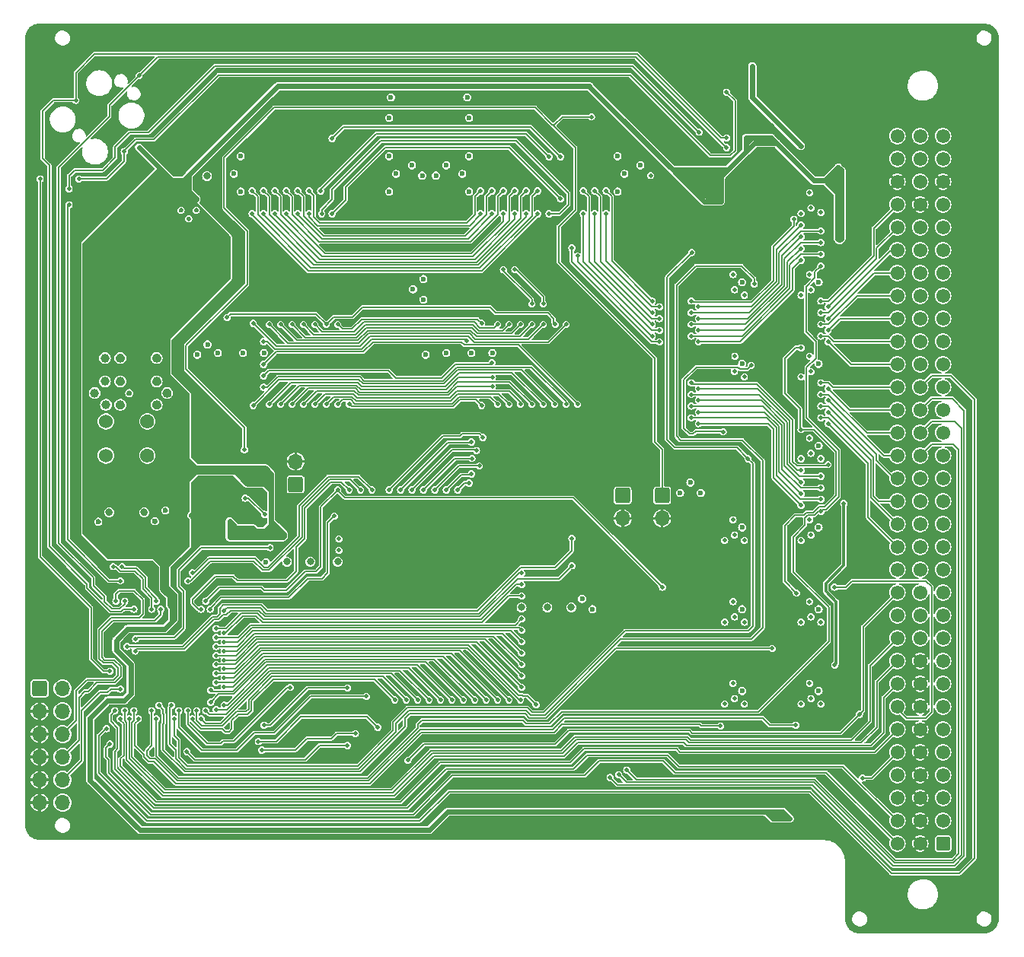
<source format=gbl>
G04 #@! TF.GenerationSoftware,KiCad,Pcbnew,7.0.10*
G04 #@! TF.CreationDate,2024-04-24T04:09:25-04:00*
G04 #@! TF.ProjectId,WarpSE,57617270-5345-42e6-9b69-6361645f7063,1.0*
G04 #@! TF.SameCoordinates,Original*
G04 #@! TF.FileFunction,Copper,L4,Bot*
G04 #@! TF.FilePolarity,Positive*
%FSLAX46Y46*%
G04 Gerber Fmt 4.6, Leading zero omitted, Abs format (unit mm)*
G04 Created by KiCad (PCBNEW 7.0.10) date 2024-04-24 04:09:25*
%MOMM*%
%LPD*%
G01*
G04 APERTURE LIST*
G04 Aperture macros list*
%AMRoundRect*
0 Rectangle with rounded corners*
0 $1 Rounding radius*
0 $2 $3 $4 $5 $6 $7 $8 $9 X,Y pos of 4 corners*
0 Add a 4 corners polygon primitive as box body*
4,1,4,$2,$3,$4,$5,$6,$7,$8,$9,$2,$3,0*
0 Add four circle primitives for the rounded corners*
1,1,$1+$1,$2,$3*
1,1,$1+$1,$4,$5*
1,1,$1+$1,$6,$7*
1,1,$1+$1,$8,$9*
0 Add four rect primitives between the rounded corners*
20,1,$1+$1,$2,$3,$4,$5,0*
20,1,$1+$1,$4,$5,$6,$7,0*
20,1,$1+$1,$6,$7,$8,$9,0*
20,1,$1+$1,$8,$9,$2,$3,0*%
G04 Aperture macros list end*
G04 #@! TA.AperFunction,ComponentPad*
%ADD10RoundRect,0.249999X0.525001X0.525001X-0.525001X0.525001X-0.525001X-0.525001X0.525001X-0.525001X0*%
G04 #@! TD*
G04 #@! TA.AperFunction,ComponentPad*
%ADD11C,1.550000*%
G04 #@! TD*
G04 #@! TA.AperFunction,ComponentPad*
%ADD12RoundRect,0.250000X0.600000X0.600000X-0.600000X0.600000X-0.600000X-0.600000X0.600000X-0.600000X0*%
G04 #@! TD*
G04 #@! TA.AperFunction,ComponentPad*
%ADD13O,1.700000X1.700000*%
G04 #@! TD*
G04 #@! TA.AperFunction,ComponentPad*
%ADD14RoundRect,0.250000X-0.600000X-0.600000X0.600000X-0.600000X0.600000X0.600000X-0.600000X0.600000X0*%
G04 #@! TD*
G04 #@! TA.AperFunction,ViaPad*
%ADD15C,0.800000*%
G04 #@! TD*
G04 #@! TA.AperFunction,ViaPad*
%ADD16C,0.500000*%
G04 #@! TD*
G04 #@! TA.AperFunction,ViaPad*
%ADD17C,0.600000*%
G04 #@! TD*
G04 #@! TA.AperFunction,ViaPad*
%ADD18C,1.524000*%
G04 #@! TD*
G04 #@! TA.AperFunction,ViaPad*
%ADD19C,1.000000*%
G04 #@! TD*
G04 #@! TA.AperFunction,Conductor*
%ADD20C,0.600000*%
G04 #@! TD*
G04 #@! TA.AperFunction,Conductor*
%ADD21C,0.700000*%
G04 #@! TD*
G04 #@! TA.AperFunction,Conductor*
%ADD22C,1.000000*%
G04 #@! TD*
G04 #@! TA.AperFunction,Conductor*
%ADD23C,0.500000*%
G04 #@! TD*
G04 #@! TA.AperFunction,Conductor*
%ADD24C,0.800000*%
G04 #@! TD*
G04 #@! TA.AperFunction,Conductor*
%ADD25C,0.300000*%
G04 #@! TD*
G04 #@! TA.AperFunction,Conductor*
%ADD26C,0.150000*%
G04 #@! TD*
G04 APERTURE END LIST*
D10*
X205740000Y-129540000D03*
D11*
X205740000Y-127000000D03*
X205740000Y-124460000D03*
X205740000Y-121920000D03*
X205740000Y-119380000D03*
X205740000Y-116840000D03*
X205740000Y-114300000D03*
X205740000Y-111760000D03*
X205740000Y-109220000D03*
X205740000Y-106680000D03*
X205740000Y-104140000D03*
X205740000Y-101600000D03*
X205740000Y-99060000D03*
X205740000Y-96520000D03*
X205740000Y-93980000D03*
X205740000Y-91440000D03*
X205740000Y-88900000D03*
X205740000Y-86360000D03*
X205740000Y-83820000D03*
X205740000Y-81280000D03*
X205740000Y-78740000D03*
X205740000Y-76200000D03*
X205740000Y-73660000D03*
X205740000Y-71120000D03*
X205740000Y-68580000D03*
X205740000Y-66040000D03*
X205740000Y-63500000D03*
X205740000Y-60960000D03*
X205740000Y-58420000D03*
X205740000Y-55880000D03*
X205740000Y-53340000D03*
X205740000Y-50800000D03*
X203200000Y-129540000D03*
X203200000Y-127000000D03*
X203200000Y-124460000D03*
X203200000Y-121920000D03*
X203200000Y-119380000D03*
X203200000Y-116840000D03*
X203200000Y-114300000D03*
X203200000Y-111760000D03*
X203200000Y-109220000D03*
X203200000Y-106680000D03*
X203200000Y-104140000D03*
X203200000Y-101600000D03*
X203200000Y-99060000D03*
X203200000Y-96520000D03*
X203200000Y-93980000D03*
X203200000Y-91440000D03*
X203200000Y-88900000D03*
X203200000Y-86360000D03*
X203200000Y-83820000D03*
X203200000Y-81280000D03*
X203200000Y-78740000D03*
X203200000Y-76200000D03*
X203200000Y-73660000D03*
X203200000Y-71120000D03*
X203200000Y-68580000D03*
X203200000Y-66040000D03*
X203200000Y-63500000D03*
X203200000Y-60960000D03*
X203200000Y-58420000D03*
X203200000Y-55880000D03*
X203200000Y-53340000D03*
X203200000Y-50800000D03*
X200660000Y-129540000D03*
X200660000Y-127000000D03*
X200660000Y-124460000D03*
X200660000Y-121920000D03*
X200660000Y-119380000D03*
X200660000Y-116840000D03*
X200660000Y-114300000D03*
X200660000Y-111760000D03*
X200660000Y-109220000D03*
X200660000Y-106680000D03*
X200660000Y-104140000D03*
X200660000Y-101600000D03*
X200660000Y-99060000D03*
X200660000Y-96520000D03*
X200660000Y-93980000D03*
X200660000Y-91440000D03*
X200660000Y-88900000D03*
X200660000Y-86360000D03*
X200660000Y-83820000D03*
X200660000Y-81280000D03*
X200660000Y-78740000D03*
X200660000Y-76200000D03*
X200660000Y-73660000D03*
X200660000Y-71120000D03*
X200660000Y-68580000D03*
X200660000Y-66040000D03*
X200660000Y-63500000D03*
X200660000Y-60960000D03*
X200660000Y-58420000D03*
X200660000Y-55880000D03*
X200660000Y-53340000D03*
X200660000Y-50800000D03*
D12*
X133750000Y-89550000D03*
D13*
X133750000Y-87010000D03*
D14*
X174498000Y-90805000D03*
D13*
X174498000Y-93345000D03*
D14*
X105283000Y-112268000D03*
D13*
X107823000Y-112268000D03*
X105283000Y-114808000D03*
X107823000Y-114808000D03*
X105283000Y-117348000D03*
X107823000Y-117348000D03*
X105283000Y-119888000D03*
X107823000Y-119888000D03*
X105283000Y-122428000D03*
X107823000Y-122428000D03*
X105283000Y-124968000D03*
X107823000Y-124968000D03*
D14*
X170116500Y-90805000D03*
D13*
X170116500Y-93345000D03*
D15*
X195961000Y-44005500D03*
D16*
X167640000Y-71120000D03*
X137160000Y-63246000D03*
X137922000Y-58420000D03*
X165354000Y-108585000D03*
X138430000Y-63246000D03*
X164211000Y-108331000D03*
X161671000Y-108966000D03*
X159258000Y-76009500D03*
X167640000Y-81851500D03*
X141478000Y-66294000D03*
X161671000Y-94996000D03*
X161671000Y-93726000D03*
X168656000Y-81343500D03*
X161671000Y-106426000D03*
X161671000Y-107696000D03*
X161671000Y-105156000D03*
X161671000Y-111506000D03*
X161671000Y-110236000D03*
X161734500Y-112649000D03*
D15*
X197167500Y-42735500D03*
X198374000Y-44005500D03*
D16*
X196913500Y-104330500D03*
X196800000Y-68050000D03*
X198374000Y-82994500D03*
X199009000Y-86868000D03*
D17*
X125095000Y-76644500D03*
D16*
X196596000Y-102298500D03*
X198056500Y-80772000D03*
X197104000Y-74168000D03*
X197400000Y-75700000D03*
D17*
X122809000Y-76644500D03*
D16*
X198550000Y-62350000D03*
X198850000Y-63900000D03*
X198691500Y-85153500D03*
X197850000Y-78250000D03*
X196786500Y-71882000D03*
X194150000Y-74150000D03*
X195250000Y-70500000D03*
X189700000Y-75300000D03*
X181200000Y-66200000D03*
X189700000Y-66200000D03*
X189700000Y-84400000D03*
X189700000Y-93500000D03*
X189700000Y-102600000D03*
X181200000Y-102600000D03*
X189700000Y-111700000D03*
X181200000Y-111700000D03*
X177750000Y-119850000D03*
D17*
X164465000Y-104775000D03*
D16*
X175550000Y-77600000D03*
X176650000Y-77000000D03*
X176650000Y-67900000D03*
X175550000Y-68500000D03*
X189700000Y-57100000D03*
D17*
X188700000Y-94350000D03*
X188700000Y-76150000D03*
X166751000Y-104775000D03*
X169291000Y-77470000D03*
X166941500Y-77470000D03*
X143891000Y-77470000D03*
X141541500Y-77470000D03*
D16*
X117250000Y-117900000D03*
X181600000Y-75200000D03*
X125250000Y-117900000D03*
D17*
X145542000Y-56515000D03*
X151638000Y-56515000D03*
X169545000Y-59372500D03*
X147828000Y-56515000D03*
X170307000Y-61341000D03*
X169545000Y-63309500D03*
X153035000Y-59372500D03*
X152273000Y-61341000D03*
X153035000Y-63309500D03*
X144145000Y-63309500D03*
X144145000Y-59372500D03*
X144907000Y-61341000D03*
X126873000Y-61341000D03*
X127635000Y-63309500D03*
X127635000Y-59372500D03*
D16*
X181200000Y-77000000D03*
X117250000Y-115650000D03*
X181200000Y-67900000D03*
D17*
X165608000Y-105918000D03*
D16*
X181200000Y-93500000D03*
X177750000Y-101650000D03*
X176650000Y-102250000D03*
X175550000Y-101650000D03*
X110450000Y-112100000D03*
X112700000Y-112100000D03*
X111800000Y-115700000D03*
X112700000Y-108600000D03*
X110450000Y-108600000D03*
X118900000Y-119700000D03*
X119850000Y-119250000D03*
X120250000Y-118200000D03*
X124300000Y-99350000D03*
X112350000Y-117750000D03*
X113150000Y-119650000D03*
X147320000Y-102425500D03*
X144145000Y-89154000D03*
X126350000Y-118650000D03*
X156210000Y-98171000D03*
X151765000Y-83693000D03*
X152400000Y-103124000D03*
X150495000Y-83693000D03*
X149225000Y-84391500D03*
X147955000Y-85661500D03*
X146685000Y-86931500D03*
X145415000Y-88201500D03*
X145097500Y-77216000D03*
X145669000Y-74231500D03*
X139065000Y-75311000D03*
X163830000Y-68262500D03*
X162560000Y-69405500D03*
X163830000Y-69405500D03*
X165100000Y-69405500D03*
X165100000Y-67627500D03*
D15*
X135382000Y-100711000D03*
X161798000Y-96901000D03*
X161798000Y-98171000D03*
X158877000Y-98171000D03*
X158877000Y-96901000D03*
D16*
X184050000Y-65250000D03*
D15*
X138303000Y-101981000D03*
D16*
X186250000Y-65250000D03*
D15*
X135382000Y-101981000D03*
X138303000Y-100711000D03*
D16*
X185150000Y-65850000D03*
X185150000Y-74950000D03*
X186250000Y-74350000D03*
X184050000Y-83450000D03*
X184050000Y-74350000D03*
X186250000Y-83450000D03*
X185150000Y-84050000D03*
X185150000Y-93150000D03*
X184050000Y-92550000D03*
X186250000Y-92550000D03*
X184050000Y-101650000D03*
X186250000Y-101650000D03*
X185150000Y-102250000D03*
X186250000Y-110750000D03*
X185150000Y-111350000D03*
X184050000Y-110750000D03*
X186250000Y-119850000D03*
X175550000Y-83450000D03*
X177750000Y-83450000D03*
X176650000Y-84050000D03*
X176650000Y-74950000D03*
X175550000Y-74350000D03*
X177750000Y-74350000D03*
X185150000Y-120450000D03*
X184050000Y-119850000D03*
X177750000Y-110750000D03*
X176650000Y-111350000D03*
X175550000Y-110750000D03*
X176650000Y-120450000D03*
X165100000Y-71755000D03*
X139700000Y-71755000D03*
D15*
X198374000Y-52260500D03*
X195961000Y-52260500D03*
X193548000Y-52260500D03*
X197167500Y-53530500D03*
X123888500Y-56451500D03*
D16*
X116850000Y-99050000D03*
X108350000Y-109200000D03*
X107250000Y-109500000D03*
X106150000Y-109800000D03*
X107250000Y-104550000D03*
X109900000Y-105500000D03*
D15*
X113000000Y-92650000D03*
X116900000Y-92650000D03*
D17*
X111800000Y-93700000D03*
X118100000Y-93650000D03*
D18*
X117250000Y-86350000D03*
X117250000Y-82550000D03*
D16*
X152336500Y-80708500D03*
X153670000Y-103124000D03*
D17*
X173228000Y-56515000D03*
X170942000Y-56515000D03*
D16*
X142557500Y-81597500D03*
D17*
X172085000Y-57658000D03*
D16*
X145415000Y-81407000D03*
X146685000Y-81407000D03*
X152019000Y-74218800D03*
X147955000Y-81407000D03*
X150495000Y-81407000D03*
X151765000Y-82105500D03*
X149225000Y-81407000D03*
X147320000Y-93980000D03*
X146177000Y-102806500D03*
X142367000Y-102806500D03*
X142113000Y-111760000D03*
X162179000Y-72707500D03*
X140779500Y-75438000D03*
X143891000Y-75565000D03*
X139700000Y-88201500D03*
X140950000Y-88200000D03*
X142240000Y-89154000D03*
X145415000Y-116332000D03*
X165862000Y-72517000D03*
X164592000Y-72644000D03*
X163449000Y-72898000D03*
X170815000Y-82105500D03*
X171577000Y-82740500D03*
X172339000Y-83375500D03*
X158940500Y-89408000D03*
X173101000Y-84010500D03*
X162242500Y-92011500D03*
X148590000Y-102425500D03*
X149860000Y-102425500D03*
X151130000Y-103124000D03*
X154813000Y-101727000D03*
X198882000Y-94043500D03*
X108750000Y-107950000D03*
X109450000Y-108900000D03*
X108750000Y-101750000D03*
X109600000Y-100800000D03*
X110450000Y-101750000D03*
X117900000Y-98600000D03*
X118000000Y-100300000D03*
X127550000Y-99450000D03*
X126600000Y-100300000D03*
X128050000Y-114350000D03*
X117750000Y-119600000D03*
X116700000Y-118750000D03*
X125350000Y-119650000D03*
X128900000Y-115400000D03*
X116250000Y-100300000D03*
X116250000Y-102550000D03*
X122750000Y-100300000D03*
X122750000Y-102550000D03*
X128050000Y-105100000D03*
X133604000Y-49149000D03*
X125800000Y-105100000D03*
X144907000Y-102806500D03*
X143637000Y-102806500D03*
X154940000Y-93980000D03*
X144780000Y-93980000D03*
X157480000Y-93980000D03*
X148590000Y-93980000D03*
X146050000Y-93980000D03*
X149860000Y-93980000D03*
X151130000Y-93980000D03*
X143510000Y-93980000D03*
X153670000Y-93980000D03*
X142240000Y-93980000D03*
X152400000Y-93980000D03*
D17*
X130429000Y-99695000D03*
X132715000Y-99568000D03*
X131572000Y-100800000D03*
D16*
X143764000Y-113284000D03*
X147955000Y-116332000D03*
X146685000Y-116332000D03*
X149225000Y-116332000D03*
X150495000Y-116332000D03*
X151765000Y-116332000D03*
X153035000Y-116332000D03*
X154305000Y-116332000D03*
X155575000Y-116332000D03*
X156845000Y-116332000D03*
X158115000Y-116332000D03*
X112700000Y-115100000D03*
X129100000Y-104700000D03*
D17*
X148209000Y-76454000D03*
X150495000Y-76454000D03*
X123952000Y-77597000D03*
D16*
X132207000Y-64389000D03*
X142557500Y-70675500D03*
X129800000Y-114450000D03*
X126150000Y-116600000D03*
D17*
X149352000Y-56515000D03*
X150495000Y-57658000D03*
X146685000Y-57658000D03*
D16*
X125250000Y-115650000D03*
X194250000Y-116250000D03*
X196050000Y-116250000D03*
X197350000Y-109300000D03*
X199000000Y-110200000D03*
X198700000Y-107900000D03*
X197750000Y-95450000D03*
X198600000Y-119600000D03*
X193500000Y-111400000D03*
D17*
X177650000Y-92950000D03*
X178800000Y-91800000D03*
X176500000Y-91800000D03*
D16*
X132715000Y-83058000D03*
X133985000Y-83058000D03*
X135255000Y-83058000D03*
X136525000Y-83058000D03*
X131445000Y-83058000D03*
X132207000Y-75819000D03*
X186563000Y-54800500D03*
X183896000Y-54800500D03*
X181800500Y-57340500D03*
X169800000Y-105050000D03*
X128524000Y-117157500D03*
X108750000Y-98150000D03*
X108750000Y-96750000D03*
X211582000Y-41148000D03*
D17*
X178650000Y-41800000D03*
D16*
X149733000Y-46228000D03*
X211582000Y-66548000D03*
X208724500Y-127508000D03*
X119253000Y-41148000D03*
X209740500Y-119888000D03*
X139573000Y-96583500D03*
X180550000Y-109450000D03*
X114750000Y-120700000D03*
X134874000Y-114427000D03*
X152971500Y-83439000D03*
X145607640Y-124052140D03*
X139350000Y-120400000D03*
X129150000Y-87050000D03*
X195834000Y-48133000D03*
X137033000Y-38608000D03*
X203962000Y-38618900D03*
X201930000Y-90650000D03*
X197929500Y-117729000D03*
D17*
X187850000Y-41800000D03*
D16*
X172593000Y-48768000D03*
X148590000Y-52578000D03*
X201930000Y-75410000D03*
X186753500Y-46545500D03*
X127254000Y-67691000D03*
X194119500Y-78232000D03*
X190850000Y-50000000D03*
X109750000Y-110800000D03*
X159893000Y-127762000D03*
X209042000Y-48768000D03*
X169450000Y-96600000D03*
X174350000Y-74950000D03*
X154550000Y-66300000D03*
X208724500Y-81788000D03*
X104013000Y-56388000D03*
X118450000Y-124400000D03*
X137160000Y-69342000D03*
X181950000Y-43000000D03*
X157353000Y-126746000D03*
X135128000Y-49149000D03*
X195750000Y-86350000D03*
X121793000Y-38608000D03*
X110172500Y-120777000D03*
X195600000Y-60650000D03*
X196150000Y-58750000D03*
D17*
X188650000Y-44449400D03*
D16*
X201930000Y-88110000D03*
X208724500Y-117348000D03*
X158686500Y-77343000D03*
X174550000Y-68650000D03*
X175550000Y-104900000D03*
X172750000Y-98100000D03*
X127254000Y-66675000D03*
X144500000Y-118650000D03*
X201930000Y-122710000D03*
X126873000Y-38608000D03*
D17*
X151511000Y-46482000D03*
D16*
X156654500Y-78676500D03*
X180450000Y-101650000D03*
X177673000Y-128778000D03*
X180250000Y-94350000D03*
X158115000Y-58166000D03*
X132334000Y-78422500D03*
X159766000Y-77025500D03*
X183200000Y-85150000D03*
X164973000Y-127762000D03*
X165675000Y-92850000D03*
X116713000Y-38608000D03*
X197993000Y-121348500D03*
X104013000Y-76708000D03*
X201422000Y-41148000D03*
X201930000Y-59210000D03*
X211582000Y-102108000D03*
X201930000Y-70330000D03*
X175133000Y-41148000D03*
X130850000Y-87050000D03*
X135890000Y-53086000D03*
X201930000Y-87150000D03*
X178752500Y-94424500D03*
X157226000Y-52578000D03*
X209042000Y-58928000D03*
X132080000Y-49149000D03*
X194150000Y-72850000D03*
X193929000Y-45339000D03*
X201930000Y-60170000D03*
X104013000Y-66548000D03*
X125984000Y-73152000D03*
X172593000Y-126746000D03*
X162560000Y-58610500D03*
X192659000Y-128778000D03*
X157353000Y-48768000D03*
X194050000Y-84750000D03*
X127444500Y-78105000D03*
X104013000Y-86868000D03*
X148150000Y-119050000D03*
X208724500Y-61468000D03*
X169037000Y-70104000D03*
X207708500Y-69088000D03*
X173418500Y-85598000D03*
X122700000Y-59050000D03*
X121000000Y-59050000D03*
D17*
X149250000Y-66700000D03*
D16*
X147193000Y-48768000D03*
X114150000Y-119500000D03*
X164973000Y-46228000D03*
X115150000Y-53800000D03*
X112522000Y-50038000D03*
X198882000Y-38597100D03*
X201930000Y-105890000D03*
X211582000Y-76708000D03*
X116750000Y-122700000D03*
X109092999Y-41148000D03*
X170450000Y-97600000D03*
X195199000Y-131318000D03*
X137800000Y-120400000D03*
X178054000Y-64770000D03*
X201930000Y-79530000D03*
X104013000Y-102108000D03*
X175500000Y-114000000D03*
X156400500Y-64516000D03*
X186250000Y-85150000D03*
X176800000Y-63450000D03*
X163893500Y-64135000D03*
X107100000Y-52250000D03*
X116700000Y-127250000D03*
X208724500Y-97028000D03*
X208724500Y-122428000D03*
X211582000Y-51308000D03*
X159385000Y-58166000D03*
X147193000Y-128778000D03*
X201930000Y-103350000D03*
X164973000Y-124269500D03*
X148400000Y-124050000D03*
X201930000Y-108430000D03*
X142113000Y-48768000D03*
X211582000Y-127508000D03*
X193225600Y-93518959D03*
X177650000Y-112400000D03*
X211582000Y-71628000D03*
X139700000Y-69342000D03*
X104013000Y-46228000D03*
X206502000Y-136652000D03*
X139573000Y-46228000D03*
X134620000Y-69342000D03*
X111633000Y-124269500D03*
X177673000Y-126746000D03*
X146950000Y-118750000D03*
X154813000Y-127762000D03*
X181800000Y-55562500D03*
X209740500Y-79248000D03*
X209740500Y-69088000D03*
X187550000Y-45499400D03*
X201930000Y-82070000D03*
X192659000Y-126238000D03*
X162433000Y-128778000D03*
X163700000Y-114150000D03*
X201930000Y-89690000D03*
X190850000Y-48199400D03*
X129400000Y-90950000D03*
X211582000Y-91948000D03*
X159067500Y-67246500D03*
X201930000Y-93190000D03*
X208153000Y-59944000D03*
X211582000Y-97028000D03*
D17*
X150400000Y-67850000D03*
D16*
X127550000Y-83450000D03*
X158750000Y-52578000D03*
X142938500Y-88201500D03*
X131350000Y-112450000D03*
X195135500Y-128841500D03*
X141800000Y-121400000D03*
X188468000Y-49403000D03*
X157226000Y-79692500D03*
X123507500Y-46355000D03*
X149733000Y-125857000D03*
X127050000Y-93150000D03*
X134620000Y-118935500D03*
X135255000Y-58166000D03*
X148590000Y-59944000D03*
X209042000Y-43688000D03*
X140650000Y-120200000D03*
X147193000Y-42481500D03*
X128905000Y-58166000D03*
X186690000Y-49657000D03*
X111633000Y-38608000D03*
X185229500Y-127762000D03*
X209740500Y-89408000D03*
X132450000Y-92250000D03*
X191950000Y-47199400D03*
X133300000Y-93200000D03*
X196151500Y-123825000D03*
X190182500Y-127762000D03*
X192850000Y-47849400D03*
X130175000Y-58166000D03*
X124500000Y-80400000D03*
X112800000Y-54800000D03*
X211582000Y-122428000D03*
X194250000Y-65900000D03*
X162433000Y-38608000D03*
X201930000Y-113510000D03*
X207708500Y-79248000D03*
X132150000Y-111750000D03*
X159766000Y-64325500D03*
X154305000Y-58166000D03*
X131550000Y-119650000D03*
X165150000Y-121450000D03*
X209740500Y-94488000D03*
X167513000Y-38608000D03*
X191300000Y-126150000D03*
X179250000Y-85950000D03*
X196550000Y-55250000D03*
X177750000Y-95800000D03*
D17*
X188400000Y-39250000D03*
D16*
X147193000Y-43497500D03*
X201930000Y-85570000D03*
X211582000Y-136652000D03*
X195389500Y-125603000D03*
X157353000Y-128778000D03*
X186050000Y-43000000D03*
X201930000Y-118590000D03*
X208724500Y-66548000D03*
X190400000Y-124250000D03*
D17*
X115250000Y-79400000D03*
D16*
X131953000Y-38608000D03*
X187500000Y-113250000D03*
X193750000Y-47200000D03*
X195600000Y-56100000D03*
X201930000Y-115090000D03*
X172593000Y-38608000D03*
X162433000Y-48768000D03*
X149733000Y-41148000D03*
D19*
X114250000Y-80700000D03*
D16*
X162433000Y-65595500D03*
X122100000Y-93000000D03*
X147000000Y-124050000D03*
X141097000Y-93408500D03*
X170053000Y-124269500D03*
X201930000Y-95730000D03*
X137160000Y-67945000D03*
X192849500Y-123063000D03*
X112400000Y-120350000D03*
X160782000Y-72961500D03*
X201930000Y-100810000D03*
X209042000Y-53848000D03*
X143752501Y-119402501D03*
D17*
X180150000Y-43050000D03*
D16*
X154813000Y-46228000D03*
X201930000Y-65250000D03*
X112200000Y-122700000D03*
X131445000Y-58166000D03*
X104013000Y-91948000D03*
X116050000Y-119700000D03*
X175550000Y-95800000D03*
X194119500Y-79248000D03*
X208724500Y-76708000D03*
X180450000Y-110750000D03*
X195770500Y-91249500D03*
X172148500Y-64897000D03*
X196150000Y-65000000D03*
X121750000Y-118300000D03*
X155850000Y-66167000D03*
X126873000Y-43497500D03*
X175133000Y-127762000D03*
X201930000Y-112550000D03*
X196342000Y-41126200D03*
X180250000Y-108350000D03*
X187579000Y-48514000D03*
X182753000Y-128778000D03*
X211582000Y-117348000D03*
X177750000Y-104900000D03*
X129413000Y-46228000D03*
D19*
X118300000Y-78100000D03*
D16*
X142113000Y-128778000D03*
X192341500Y-44386500D03*
D17*
X119250000Y-92450000D03*
D16*
X172593000Y-43688000D03*
X137350500Y-90551000D03*
D19*
X119450000Y-79400000D03*
D16*
X208724500Y-91948000D03*
X182753000Y-126746000D03*
X138430000Y-69342000D03*
X132715000Y-58166000D03*
X122800000Y-95100000D03*
X172593000Y-128778000D03*
X138580000Y-88220000D03*
X166850000Y-67900000D03*
X177750000Y-76350000D03*
X193802000Y-38608000D03*
X197675500Y-131381500D03*
D17*
X145669000Y-48768000D03*
D16*
X201930000Y-69370000D03*
X209740500Y-104648000D03*
X118364000Y-50101500D03*
X124968000Y-73533000D03*
X201930000Y-76990000D03*
X211582000Y-132080000D03*
X159893000Y-124269500D03*
X124460000Y-70485000D03*
X133300000Y-97300000D03*
X174350000Y-84200000D03*
X127900000Y-101550000D03*
X130600000Y-113200000D03*
X137033000Y-48768000D03*
X159893000Y-46228000D03*
X116713000Y-128778000D03*
X201930000Y-92230000D03*
X152273000Y-128778000D03*
X207708500Y-74168000D03*
X156845000Y-58166000D03*
X133350000Y-69342000D03*
X201930000Y-61750000D03*
X123952000Y-72390000D03*
X211582000Y-86868000D03*
D19*
X114250000Y-75500000D03*
D16*
X209042000Y-38608000D03*
X117094000Y-46609000D03*
X129400000Y-92750000D03*
X125850000Y-85700000D03*
X147193000Y-44513500D03*
X137287000Y-57658000D03*
X122409500Y-46082500D03*
X149800000Y-124050000D03*
X132080000Y-69342000D03*
X197350000Y-107050000D03*
X164973000Y-90741500D03*
X167513000Y-126746000D03*
X139954000Y-95567500D03*
X180250000Y-85950000D03*
X144526000Y-67818000D03*
X170053000Y-46228000D03*
X109093000Y-126365000D03*
X197739000Y-139192000D03*
X206502000Y-41148000D03*
X201930000Y-72870000D03*
X188750000Y-112550000D03*
X180250000Y-100050000D03*
X167150000Y-121950000D03*
D17*
X151511000Y-48768000D03*
D16*
X164084000Y-52578000D03*
D19*
X118300000Y-80700000D03*
D17*
X149250000Y-69000000D03*
D16*
X201930000Y-57630000D03*
X201930000Y-104930000D03*
X106553000Y-128778000D03*
X143891000Y-70548500D03*
X180250000Y-112550000D03*
X201930000Y-107470000D03*
X209740500Y-99568000D03*
X201930000Y-64290000D03*
X131953000Y-128778000D03*
X175133000Y-124269500D03*
D17*
X178100000Y-39250000D03*
D16*
X180213000Y-127762000D03*
X201930000Y-116050000D03*
X142113000Y-38608000D03*
X195453000Y-76708000D03*
X128400000Y-119700000D03*
X195550000Y-65900000D03*
X107250000Y-106400000D03*
X107886500Y-61087000D03*
X201930000Y-77950000D03*
X177673000Y-43688000D03*
X152273000Y-126746000D03*
X208724500Y-71628000D03*
X134493000Y-46228000D03*
D19*
X198520000Y-97360000D03*
D16*
X186050000Y-124800000D03*
X211582000Y-46228000D03*
X209740500Y-84328000D03*
X160845500Y-66802000D03*
X165671500Y-91440000D03*
X201930000Y-123670000D03*
X209740500Y-64008000D03*
X130810000Y-69342000D03*
X140716000Y-94424500D03*
X209740500Y-124968000D03*
X134112000Y-116713000D03*
X194050000Y-100000000D03*
X144200000Y-121350000D03*
X123050000Y-118200000D03*
X201930000Y-71910000D03*
X133794500Y-117856000D03*
X201930000Y-83030000D03*
X188550000Y-110500000D03*
X177500000Y-53800000D03*
X189600000Y-99100000D03*
X111633000Y-128778000D03*
X198882000Y-112839500D03*
X182150000Y-89250000D03*
X199050000Y-95750000D03*
X124750000Y-86700000D03*
X124500000Y-79000000D03*
X108750000Y-99550000D03*
X164084000Y-120015000D03*
D19*
X114250000Y-78100000D03*
D16*
X130000000Y-86100000D03*
X201930000Y-121130000D03*
X201930000Y-62710000D03*
X119300000Y-122700000D03*
X178700000Y-114000000D03*
X194119500Y-67350000D03*
X191700000Y-49099400D03*
X104013000Y-107188000D03*
X155067000Y-70675500D03*
X110150000Y-113450000D03*
X201549000Y-139192000D03*
X174150000Y-96600000D03*
X155575000Y-58166000D03*
X106553000Y-43688000D03*
X158750000Y-69342000D03*
X137033000Y-128778000D03*
X187706000Y-128778000D03*
X160464500Y-52578000D03*
X175133000Y-46228000D03*
X108900000Y-60050000D03*
X201930000Y-56670000D03*
X193802000Y-43688000D03*
X138430000Y-67310000D03*
X109664500Y-48450500D03*
X209740500Y-74168000D03*
X200279000Y-136652000D03*
X133985000Y-58166000D03*
X172750000Y-103200000D03*
X104013000Y-51308000D03*
X143000000Y-120150000D03*
X209042000Y-134366000D03*
X191262000Y-41137100D03*
X201930000Y-120170000D03*
X140716000Y-112649000D03*
X205232000Y-139192000D03*
X136271000Y-117348000D03*
X152273000Y-38608000D03*
X188722000Y-43370500D03*
X143500000Y-123050000D03*
X193350000Y-90600000D03*
X206502000Y-46228000D03*
X185166000Y-124269500D03*
X174750000Y-66000000D03*
X170180000Y-101917500D03*
X135890000Y-69342000D03*
X207708500Y-64008000D03*
X187750000Y-124800000D03*
X209740500Y-130048000D03*
X201930000Y-66830000D03*
X141478000Y-69342000D03*
X172593000Y-121729500D03*
X124333000Y-41148000D03*
X162433000Y-126746000D03*
X170850000Y-96600000D03*
X162369500Y-90551000D03*
X201930000Y-84610000D03*
X190850000Y-43699400D03*
X136350000Y-120400000D03*
X201930000Y-110970000D03*
X188750000Y-103450000D03*
X211582000Y-81788000D03*
X155765500Y-104394000D03*
X104013000Y-71628000D03*
X195600000Y-54400000D03*
X208724500Y-86868000D03*
X166400000Y-92125000D03*
X201930000Y-117630000D03*
X104013000Y-61468000D03*
X106553000Y-38608000D03*
X195199000Y-136652000D03*
X172050000Y-99300000D03*
X170053000Y-127762000D03*
X157353000Y-38608000D03*
X178816000Y-53784500D03*
X121793000Y-128778000D03*
X196786500Y-124968000D03*
X188650000Y-79100000D03*
X154813000Y-124269500D03*
X175133000Y-51308000D03*
X201930000Y-110010000D03*
X108966000Y-53911500D03*
X211582000Y-107188000D03*
X211582000Y-112268000D03*
X167513000Y-42481500D03*
X201930000Y-80490000D03*
X135445500Y-92456000D03*
X139700000Y-66675000D03*
X197220000Y-96440000D03*
X112458500Y-56451500D03*
X187050000Y-104900000D03*
X127100000Y-91450000D03*
X177673000Y-48768000D03*
X195550000Y-59650000D03*
X185850000Y-44800000D03*
X194119500Y-75565000D03*
X122500000Y-94000000D03*
X143319500Y-117538500D03*
X208724500Y-102108000D03*
X201930000Y-67790000D03*
X186900000Y-43900000D03*
X148750000Y-120900000D03*
X136842500Y-116332000D03*
X124850000Y-90950000D03*
X121793000Y-43688000D03*
X211582000Y-61468000D03*
X201930000Y-97310000D03*
X188050000Y-91150000D03*
X144950000Y-120600000D03*
X163100000Y-118700000D03*
X114173000Y-41148000D03*
X105854500Y-63119000D03*
X209740500Y-114808000D03*
X211582000Y-56388000D03*
X113950000Y-124500000D03*
X154305000Y-68326000D03*
X208724500Y-112268000D03*
X201930000Y-102390000D03*
X171196000Y-52514500D03*
X191300000Y-124850000D03*
X121850000Y-60000000D03*
X156654500Y-77660500D03*
X180250000Y-103450000D03*
X105850000Y-56650000D03*
X126600000Y-98600000D03*
X104013000Y-41148000D03*
X195600000Y-62350000D03*
X124850000Y-92750000D03*
D19*
X118300000Y-75500000D03*
D16*
X127900000Y-92250000D03*
X130800000Y-103150000D03*
X126873000Y-128778000D03*
X188650000Y-100150000D03*
X208724500Y-107188000D03*
X189357000Y-50228500D03*
X189300000Y-109750000D03*
X201930000Y-94770000D03*
X114173000Y-126809500D03*
X197739000Y-133858000D03*
X142600000Y-118250000D03*
X176100000Y-84950000D03*
X104013000Y-81788000D03*
X147193000Y-38608000D03*
X188468000Y-56451500D03*
X137160000Y-53086000D03*
X163766500Y-90551000D03*
X104013000Y-97028000D03*
X106870500Y-62103000D03*
X167513000Y-128778000D03*
X201930000Y-74450000D03*
X186750000Y-47700000D03*
X170053000Y-41148000D03*
X179150000Y-65850000D03*
X109474000Y-120078500D03*
X199326499Y-90233500D03*
X125285500Y-52959000D03*
D17*
X145669000Y-46482000D03*
D16*
X209042000Y-139192000D03*
X209740500Y-109728000D03*
X207645000Y-132080000D03*
X180213000Y-124269500D03*
X193350000Y-86100000D03*
X138303000Y-52641500D03*
X141850000Y-119000000D03*
X191050000Y-104300000D03*
D17*
X127635000Y-56959500D03*
X144145000Y-56959500D03*
X144907000Y-54991000D03*
X144145000Y-53022500D03*
X169545000Y-53022500D03*
X127635000Y-53022500D03*
D16*
X138557000Y-95631000D03*
D17*
X153035000Y-56959500D03*
D16*
X173228000Y-55181500D03*
D17*
X170307000Y-54991000D03*
X169545000Y-56959500D03*
D16*
X138557000Y-96901000D03*
D17*
X172085000Y-54038500D03*
X153035000Y-53022500D03*
X126873000Y-54991000D03*
X152273000Y-54991000D03*
D19*
X112650000Y-80700000D03*
D17*
X125095000Y-74930000D03*
D18*
X112650000Y-86350000D03*
D17*
X130238500Y-74930000D03*
X127889000Y-74930000D03*
D15*
X123888500Y-55245000D03*
D18*
X112650000Y-82550000D03*
D17*
X150495000Y-74930000D03*
D19*
X111400000Y-79400000D03*
D17*
X122809000Y-75120500D03*
X123952000Y-73977500D03*
D15*
X132778500Y-98171000D03*
X164401500Y-103251000D03*
D17*
X146685000Y-54038500D03*
D15*
X158877000Y-103251000D03*
X161734500Y-103251000D03*
D17*
X150495000Y-54038500D03*
D15*
X138430000Y-98171000D03*
X135382000Y-98171000D03*
D17*
X130429000Y-98234500D03*
X148209000Y-75120500D03*
D16*
X182600000Y-75300000D03*
D17*
X147828000Y-55181500D03*
X149352000Y-55181500D03*
X153289000Y-74930000D03*
X155638500Y-74930000D03*
D16*
X190900000Y-84400000D03*
X182400000Y-66200000D03*
X190900000Y-75300000D03*
X190900000Y-66200000D03*
X190900000Y-57100000D03*
X189950000Y-68500000D03*
X183650000Y-68500000D03*
D17*
X166751000Y-103441500D03*
X165608000Y-102298500D03*
D16*
X182550000Y-95200000D03*
X183650000Y-95800000D03*
X182400000Y-93500000D03*
D17*
X183400000Y-94350000D03*
D16*
X181450000Y-95800000D03*
X190900000Y-93500000D03*
X182550000Y-113400000D03*
X191050000Y-77000000D03*
X183650000Y-77600000D03*
X189950000Y-104900000D03*
X192150000Y-104900000D03*
X189950000Y-114000000D03*
X189950000Y-59400000D03*
X191050000Y-58800000D03*
X191050000Y-67900000D03*
X189950000Y-77600000D03*
X191050000Y-86100000D03*
X189950000Y-86700000D03*
X191050000Y-95200000D03*
X189950000Y-95800000D03*
X192150000Y-86700000D03*
X192150000Y-59300000D03*
X182550000Y-67900000D03*
X181450000Y-114000000D03*
X192150000Y-114000000D03*
X181450000Y-104900000D03*
X183650000Y-104900000D03*
X182550000Y-77000000D03*
X183650000Y-114000000D03*
X182550000Y-104300000D03*
X191050000Y-113400000D03*
D17*
X191900000Y-67050000D03*
X183400000Y-67050000D03*
X191900000Y-76150000D03*
X183400000Y-76150000D03*
X191900000Y-94350000D03*
X191900000Y-85250000D03*
X191900000Y-112550000D03*
X183400000Y-112550000D03*
X191900000Y-103450000D03*
X183400000Y-103450000D03*
D16*
X182400000Y-111700000D03*
X190900000Y-111700000D03*
X182400000Y-102600000D03*
X190900000Y-102600000D03*
D17*
X177650000Y-89350000D03*
X176500000Y-90500000D03*
X178800000Y-90500000D03*
X144145000Y-48768000D03*
D19*
X112550000Y-75500000D03*
D17*
X144335500Y-46482000D03*
D19*
X112550000Y-78100000D03*
D17*
X153035000Y-48768000D03*
X146800000Y-67850000D03*
X152844500Y-46482000D03*
X147950000Y-66700000D03*
X147950000Y-69000000D03*
D16*
X180276500Y-55499000D03*
X180467000Y-57340500D03*
D19*
X112475000Y-73500000D03*
X120450000Y-94950000D03*
X116450000Y-94950000D03*
D16*
X183832500Y-50990500D03*
D19*
X122450000Y-63500000D03*
X118450000Y-69500000D03*
X118450000Y-71500000D03*
X122450000Y-65500000D03*
D16*
X110700000Y-90950000D03*
X127050000Y-94550000D03*
D19*
X120450000Y-86950000D03*
X120450000Y-82950000D03*
D16*
X194250000Y-62350000D03*
D19*
X116450000Y-67500000D03*
D16*
X186626500Y-50990500D03*
D18*
X114950000Y-82550000D03*
D19*
X120450000Y-80950000D03*
D16*
X188700000Y-126750000D03*
X194100000Y-54350000D03*
D19*
X118450000Y-61500000D03*
X120000000Y-102950000D03*
D16*
X169800000Y-48650000D03*
X131100000Y-95450000D03*
X131000000Y-93650000D03*
D19*
X116450000Y-71500000D03*
D16*
X126400000Y-95450000D03*
D19*
X120450000Y-67500000D03*
X116450000Y-96950000D03*
X112400000Y-69500000D03*
X112400000Y-71500000D03*
D16*
X121850000Y-56900000D03*
D19*
X120450000Y-92950000D03*
X116600000Y-80700000D03*
X120450000Y-63500000D03*
D16*
X130850000Y-88250000D03*
D19*
X116450000Y-63500000D03*
D16*
X179451000Y-56451500D03*
D19*
X120450000Y-61500000D03*
D16*
X122700000Y-57850000D03*
D19*
X119200000Y-98350000D03*
X122450000Y-67500000D03*
X118450000Y-96950000D03*
D16*
X194400000Y-60650000D03*
X131600000Y-94550000D03*
D19*
X114400000Y-67500000D03*
D16*
X116332000Y-52070000D03*
D19*
X114450000Y-96950000D03*
D16*
X129150000Y-88400000D03*
D19*
X120450000Y-88950000D03*
X116525000Y-73500000D03*
X118450000Y-63500000D03*
X116450000Y-69500000D03*
X118450000Y-94950000D03*
D16*
X178879500Y-54800500D03*
D19*
X116450000Y-65500000D03*
X114400000Y-65500000D03*
X114450000Y-94950000D03*
X114400000Y-71500000D03*
D16*
X128400000Y-89400000D03*
X128750000Y-94400000D03*
D19*
X112450000Y-94950000D03*
X116600000Y-78100000D03*
D16*
X132450000Y-95350000D03*
X121000000Y-57850000D03*
X194250000Y-56100000D03*
D19*
X116600000Y-75500000D03*
X124450000Y-65500000D03*
X114400000Y-69500000D03*
D16*
X127900000Y-95350000D03*
X186050000Y-126000000D03*
D19*
X120450000Y-90950000D03*
X114325000Y-73500000D03*
X120450000Y-96950000D03*
D16*
X181673500Y-54546500D03*
D19*
X120450000Y-84950000D03*
X120450000Y-69500000D03*
D16*
X126400000Y-93650000D03*
D19*
X118375000Y-73500000D03*
X120450000Y-65500000D03*
X112400000Y-67500000D03*
D16*
X119200000Y-90950000D03*
X187750000Y-126150000D03*
D19*
X118450000Y-67500000D03*
X118450000Y-65500000D03*
D16*
X193700000Y-109650000D03*
X194700000Y-91700000D03*
X184550000Y-44800000D03*
D17*
X189946500Y-51897500D03*
D16*
X184550000Y-43000000D03*
X120750000Y-114750000D03*
X141605000Y-113157000D03*
X146240500Y-120269000D03*
X196450000Y-115150000D03*
X115750000Y-114750000D03*
X115250000Y-115650000D03*
X114750000Y-114750000D03*
X193650000Y-101000000D03*
X114250000Y-115650000D03*
X113650000Y-114750000D03*
X113100000Y-118450000D03*
X112700000Y-116750000D03*
X121650000Y-119300000D03*
X139509500Y-118618000D03*
X168719500Y-122174000D03*
X169672000Y-121856500D03*
X170561000Y-121348500D03*
X129984500Y-119126000D03*
X140400000Y-117300000D03*
X192950000Y-82800000D03*
X192150000Y-82150000D03*
X192950000Y-81500000D03*
X192150000Y-80850000D03*
X192950000Y-80200000D03*
X192150000Y-79550000D03*
X192950000Y-78900000D03*
X192150000Y-78250000D03*
X192950000Y-73700000D03*
X192150000Y-73050000D03*
X192950000Y-72400000D03*
X192150000Y-71750000D03*
X192950000Y-71100000D03*
X192150000Y-70450000D03*
X192950000Y-69800000D03*
X192150000Y-69150000D03*
X114750000Y-102550000D03*
X116332000Y-44069000D03*
X181673500Y-52070000D03*
X114250000Y-100300000D03*
X108550000Y-56650000D03*
X108550000Y-58450000D03*
X178625500Y-50355500D03*
X115750000Y-103450000D03*
X109300000Y-46800000D03*
X181673500Y-50990500D03*
X113100000Y-110350000D03*
X114681000Y-52514500D03*
X109650000Y-55550000D03*
X105334000Y-55550000D03*
X181673500Y-45910500D03*
X121750000Y-114750000D03*
X133150000Y-112150000D03*
X139509500Y-112204500D03*
X130238500Y-116350000D03*
X184050000Y-86700000D03*
X120250000Y-115650000D03*
X177800000Y-63750000D03*
X184750000Y-67250000D03*
X119950000Y-114150000D03*
X118550000Y-114150000D03*
X186750000Y-107823000D03*
X192150000Y-65250000D03*
X192150000Y-92550000D03*
X118250000Y-115650000D03*
X189950000Y-74350000D03*
X189950000Y-83450000D03*
X189450000Y-101650000D03*
X189350000Y-116350000D03*
X117750000Y-114750000D03*
X184400000Y-76300000D03*
X181000000Y-116450000D03*
X116250000Y-115650000D03*
X181300000Y-83700000D03*
X137160000Y-80645000D03*
X124900000Y-114600000D03*
X149860000Y-113538000D03*
X157480000Y-80645000D03*
X125800000Y-114100000D03*
X138430000Y-80645000D03*
X151130000Y-113538000D03*
X156210000Y-80645000D03*
X154432000Y-80772000D03*
X152400000Y-113538000D03*
X124300000Y-113800000D03*
X139700000Y-80645000D03*
X124300000Y-112450000D03*
X163830000Y-71755000D03*
X153670000Y-113538000D03*
X129032000Y-71628000D03*
X130175000Y-77470000D03*
X154559000Y-84328000D03*
X155575000Y-76009500D03*
X154940000Y-113538000D03*
X144145000Y-90170000D03*
X125800000Y-112100000D03*
X163195000Y-53086000D03*
X137795000Y-51054000D03*
X136525000Y-56896000D03*
X161925000Y-53086000D03*
X135255000Y-56896000D03*
X154305000Y-56896000D03*
X161290000Y-71755000D03*
X130810000Y-71755000D03*
X158115000Y-65659000D03*
X161290000Y-69469000D03*
X130810000Y-80645000D03*
X153289000Y-84836000D03*
X161290000Y-80645000D03*
X145415000Y-90170000D03*
X156210000Y-113538000D03*
X124900000Y-111600000D03*
X154305000Y-59436000D03*
X135255000Y-59436000D03*
X155575000Y-56896000D03*
X133985000Y-56896000D03*
X155575000Y-59436000D03*
X133985000Y-59436000D03*
X160020000Y-71755000D03*
X132080000Y-71755000D03*
X160020000Y-69469000D03*
X156845000Y-65659000D03*
X132715000Y-56896000D03*
X156845000Y-56896000D03*
X156845000Y-59436000D03*
X132715000Y-59436000D03*
X158115000Y-56896000D03*
X131445000Y-56896000D03*
X129032000Y-80772000D03*
X153860500Y-85788500D03*
X162560000Y-80645000D03*
X125800000Y-111100000D03*
X146685000Y-90170000D03*
X157480000Y-113538000D03*
X131445000Y-59436000D03*
X158115000Y-59436000D03*
X159385000Y-56896000D03*
X130175000Y-56896000D03*
X130175000Y-59436000D03*
X159385000Y-59436000D03*
X160655000Y-56896000D03*
X128905000Y-56896000D03*
X117750000Y-103450000D03*
X113450000Y-98700000D03*
X128905000Y-59436000D03*
X118250000Y-102550000D03*
X114450000Y-98700000D03*
X160655000Y-59436000D03*
X124900000Y-110600000D03*
X147955000Y-90170000D03*
X138430000Y-71755000D03*
X153352500Y-86670000D03*
X154432000Y-71628000D03*
X158750000Y-113538000D03*
X161925000Y-59436000D03*
X136652000Y-59436000D03*
X137795000Y-59436000D03*
X163195000Y-57785000D03*
X137160000Y-71755000D03*
X162623500Y-71755000D03*
X126111000Y-70993000D03*
X152749250Y-73564750D03*
X130175000Y-73660000D03*
X140970000Y-90170000D03*
X121750000Y-100300000D03*
X122250000Y-99400000D03*
X142240000Y-90170000D03*
X123250000Y-103450000D03*
X139700000Y-90170000D03*
X135890000Y-71755000D03*
X125800000Y-110100000D03*
X149225000Y-90170000D03*
X160496250Y-114077750D03*
X154178000Y-87503000D03*
X156210000Y-71755000D03*
X124250000Y-103450000D03*
X138049000Y-93091000D03*
X124900000Y-109600000D03*
X158877000Y-112141000D03*
X153289000Y-88392000D03*
X150495000Y-90170000D03*
X163830000Y-80645000D03*
X130175000Y-78740000D03*
X125800000Y-109100000D03*
X158877000Y-110871000D03*
X153035000Y-89408000D03*
X151765000Y-90170000D03*
X165100000Y-80645000D03*
X130175000Y-76200000D03*
X134620000Y-71755000D03*
X124900000Y-108600000D03*
X158877000Y-109601000D03*
X157480000Y-71755000D03*
X125800000Y-108100000D03*
X158877000Y-108331000D03*
X158750000Y-71755000D03*
X133350000Y-71755000D03*
X158877000Y-107061000D03*
X124900000Y-107600000D03*
X158877000Y-105791000D03*
X125800000Y-107100000D03*
X158877000Y-104521000D03*
X124900000Y-106600000D03*
X158877000Y-101981000D03*
X125800000Y-106100000D03*
X124900000Y-105600000D03*
X158877000Y-100711000D03*
X158877000Y-99441000D03*
X125800000Y-103600000D03*
X123750000Y-102550000D03*
X138430000Y-90170000D03*
X174550000Y-101000000D03*
X129603500Y-118173500D03*
X196786500Y-122237500D03*
X142875000Y-116586000D03*
X118750000Y-103450000D03*
X113750000Y-102550000D03*
X189950000Y-88000000D03*
X178550000Y-78900000D03*
X192950000Y-87350000D03*
X177750000Y-78250000D03*
X192150000Y-88650000D03*
X177750000Y-79550000D03*
X192150000Y-89950000D03*
X177750000Y-80850000D03*
X192150000Y-91200000D03*
X177750000Y-82150000D03*
X189950000Y-90600000D03*
X178550000Y-81500000D03*
X189950000Y-89300000D03*
X178550000Y-80200000D03*
X189950000Y-60700000D03*
X178550000Y-69800000D03*
X168275000Y-59436000D03*
X174200000Y-69800000D03*
X189150000Y-60050000D03*
X177750000Y-69150000D03*
X168275000Y-56896000D03*
X173400000Y-69150000D03*
X192150000Y-61350000D03*
X177750000Y-70450000D03*
X167005000Y-56896000D03*
X173400000Y-70450000D03*
X192150000Y-62650000D03*
X177750000Y-71750000D03*
X165735000Y-56896000D03*
X173400000Y-71750000D03*
X192150000Y-63950000D03*
X177750000Y-73050000D03*
X173400000Y-73050000D03*
X165100000Y-64135000D03*
X164465000Y-63246000D03*
X189950000Y-64600000D03*
X178550000Y-73700000D03*
X174200000Y-73700000D03*
X189950000Y-63300000D03*
X178550000Y-72400000D03*
X165735000Y-59436000D03*
X174200000Y-72400000D03*
X189950000Y-62000000D03*
X178550000Y-71100000D03*
X167005000Y-59436000D03*
X174200000Y-71100000D03*
X144780000Y-113538000D03*
X122250000Y-115650000D03*
X132080000Y-80645000D03*
X155638500Y-77660500D03*
X146050000Y-113538000D03*
X122750000Y-114750000D03*
X133350000Y-80645000D03*
X160020000Y-80645000D03*
X155638500Y-78676500D03*
X134620000Y-80645000D03*
X147320000Y-113538000D03*
X123250000Y-115650000D03*
X114250000Y-112350000D03*
X148590000Y-113538000D03*
X123750000Y-114750000D03*
X135890000Y-80645000D03*
X158750000Y-80645000D03*
X128150000Y-91100000D03*
X130300000Y-92900000D03*
X189950000Y-91900000D03*
X178550000Y-82800000D03*
X130900000Y-96600000D03*
X115950000Y-106750000D03*
X164465000Y-95567500D03*
X115000000Y-107600000D03*
X115900000Y-108100000D03*
X164465000Y-98615500D03*
X166650000Y-48650000D03*
X128050000Y-85700000D03*
D20*
X131600000Y-94550000D02*
X131600000Y-94750000D01*
X126400000Y-93650000D02*
X126975000Y-94225000D01*
D21*
X192700000Y-55750000D02*
X193225000Y-56275000D01*
D20*
X180450000Y-54800500D02*
X181419500Y-54800500D01*
X120225000Y-104575000D02*
X120225000Y-101875000D01*
X128750000Y-94400000D02*
X128950000Y-94400000D01*
X115400000Y-109600000D02*
X115400000Y-112900000D01*
X126400000Y-94550000D02*
X127050000Y-94550000D01*
X179900000Y-56860500D02*
X179880000Y-56880500D01*
D22*
X120450000Y-96950000D02*
X119200000Y-98200000D01*
D20*
X179900000Y-54800500D02*
X179900000Y-56860500D01*
X128850000Y-87800000D02*
X130400000Y-87800000D01*
X130800000Y-88300000D02*
X130850000Y-88250000D01*
D21*
X193450000Y-55000000D02*
X194100000Y-54350000D01*
D20*
X121000000Y-57850000D02*
X120000000Y-57850000D01*
X183832500Y-50990500D02*
X184531000Y-50990500D01*
X131600000Y-94750000D02*
X131950000Y-95100000D01*
X179451000Y-56451500D02*
X179880000Y-56880500D01*
X181050000Y-56757500D02*
X180530500Y-57277000D01*
D23*
X180467000Y-57340500D02*
X180467000Y-57467500D01*
D20*
X121475000Y-55750000D02*
X120000000Y-57225000D01*
X120000000Y-58900000D02*
X120000000Y-61050000D01*
X131000000Y-95000000D02*
X131000000Y-95450000D01*
X131000000Y-89450000D02*
X131000000Y-88400000D01*
X166408000Y-45250000D02*
X166408000Y-45258000D01*
X176518500Y-54546500D02*
X180022500Y-58050500D01*
X121494000Y-55744000D02*
X121500000Y-55750000D01*
X128575000Y-88300000D02*
X130800000Y-88300000D01*
D24*
X128400000Y-89400000D02*
X128050000Y-89050000D01*
D20*
X121850000Y-56000000D02*
X121850000Y-55150000D01*
X131000000Y-90200000D02*
X130000000Y-89200000D01*
X179880000Y-56880500D02*
X180340000Y-57340500D01*
D22*
X120450000Y-88950000D02*
X120450000Y-96950000D01*
D20*
X126975000Y-94225000D02*
X127300000Y-94550000D01*
X178879500Y-55880000D02*
X179451000Y-56451500D01*
X120000000Y-104800000D02*
X119150000Y-105650000D01*
X114700000Y-113600000D02*
X112850000Y-113600000D01*
D22*
X130300000Y-87950000D02*
X130800000Y-88450000D01*
D20*
X150650000Y-126000000D02*
X186050000Y-126000000D01*
X177554000Y-54546500D02*
X177550000Y-54550500D01*
X180848000Y-55499000D02*
X183832500Y-52514500D01*
D21*
X193225000Y-56275000D02*
X194400000Y-57450000D01*
X192700000Y-55750000D02*
X193450000Y-55000000D01*
D22*
X121550000Y-88950000D02*
X122550000Y-87950000D01*
D21*
X193225000Y-56275000D02*
X193225000Y-56050000D01*
D20*
X192700000Y-55750000D02*
X191386000Y-55750000D01*
X120000000Y-55750000D02*
X120006000Y-55744000D01*
X121850000Y-56100000D02*
X121850000Y-56000000D01*
X148634000Y-128016000D02*
X150650000Y-126000000D01*
X178215500Y-54546500D02*
X178879500Y-55210500D01*
X186050000Y-126000000D02*
X187600000Y-126000000D01*
X180784500Y-58050500D02*
X180022500Y-58050500D01*
X129550000Y-95000000D02*
X126850000Y-95000000D01*
X177150000Y-54546500D02*
X176450000Y-54546500D01*
X130850000Y-88800000D02*
X130850000Y-88250000D01*
X181673500Y-54546500D02*
X181050000Y-55170000D01*
X128575000Y-88850000D02*
X130600000Y-88850000D01*
X131000000Y-95000000D02*
X130100000Y-95000000D01*
D22*
X120000000Y-101950000D02*
X120000000Y-102950000D01*
D20*
X178879500Y-54800500D02*
X179400000Y-54800500D01*
X178879500Y-54800500D02*
X178879500Y-55210500D01*
X113800000Y-108000000D02*
X115400000Y-109600000D01*
D22*
X120450000Y-88950000D02*
X121550000Y-88950000D01*
D20*
X127150000Y-94400000D02*
X126975000Y-94225000D01*
D22*
X119200000Y-98200000D02*
X119200000Y-101150000D01*
D20*
X119150000Y-105650000D02*
X115050000Y-105650000D01*
X120000000Y-57000000D02*
X120000000Y-57225000D01*
X179451000Y-56451500D02*
X177550000Y-54550500D01*
X116416000Y-128016000D02*
X148634000Y-128016000D01*
X186800000Y-126750000D02*
X188350000Y-126750000D01*
X120000000Y-61050000D02*
X120450000Y-61500000D01*
X180467000Y-54817500D02*
X180450000Y-54800500D01*
X121850000Y-56900000D02*
X121150000Y-56900000D01*
X179400000Y-56400500D02*
X179451000Y-56451500D01*
X176450000Y-54546500D02*
X175704500Y-54546500D01*
D22*
X120450000Y-86950000D02*
X121550000Y-86950000D01*
D20*
X128950000Y-94400000D02*
X129300000Y-94750000D01*
D21*
X193650000Y-55200000D02*
X193650000Y-56100000D01*
D20*
X120006000Y-55744000D02*
X121494000Y-55744000D01*
X183832500Y-51689000D02*
X184531000Y-50990500D01*
D21*
X194400000Y-62200000D02*
X194400000Y-60650000D01*
D24*
X128400000Y-89400000D02*
X130250000Y-89400000D01*
D20*
X175696500Y-54546500D02*
X169800000Y-48650000D01*
D21*
X194250000Y-62350000D02*
X194400000Y-62200000D01*
X194400000Y-57450000D02*
X194400000Y-54650000D01*
D20*
X126400000Y-94550000D02*
X126400000Y-95450000D01*
X115400000Y-112900000D02*
X114700000Y-113600000D01*
D23*
X180467000Y-57467500D02*
X181050000Y-58050500D01*
D20*
X188350000Y-126750000D02*
X187750000Y-126150000D01*
X113800000Y-106900000D02*
X113800000Y-108000000D01*
X126400000Y-95450000D02*
X131100000Y-95450000D01*
X127050000Y-94550000D02*
X127300000Y-94550000D01*
D22*
X120450000Y-87950000D02*
X122550000Y-87950000D01*
D20*
X110900000Y-122500000D02*
X116416000Y-128016000D01*
D21*
X194100000Y-62200000D02*
X194250000Y-62350000D01*
D20*
X131000000Y-95450000D02*
X131600000Y-94850000D01*
X128600000Y-94550000D02*
X128750000Y-94400000D01*
X121000000Y-57850000D02*
X120000000Y-58850000D01*
X132450000Y-95100000D02*
X131000000Y-93650000D01*
X128750000Y-94400000D02*
X127150000Y-94400000D01*
X180467000Y-57340500D02*
X180467000Y-54817500D01*
X120000000Y-57850000D02*
X120000000Y-57225000D01*
X110900000Y-115550000D02*
X110900000Y-122500000D01*
X181050000Y-56757500D02*
X181050000Y-58050500D01*
X187198000Y-51562000D02*
X186626500Y-50990500D01*
X121500000Y-55750000D02*
X121475000Y-55750000D01*
X178150000Y-54546500D02*
X177554000Y-54546500D01*
X187950000Y-126000000D02*
X187600000Y-126000000D01*
X178150000Y-54546500D02*
X178215500Y-54546500D01*
X179850000Y-54546500D02*
X177150000Y-54546500D01*
X115050000Y-105650000D02*
X113800000Y-106900000D01*
X126400000Y-95450000D02*
X126850000Y-95000000D01*
X121150000Y-56888000D02*
X121150000Y-56900000D01*
X120000000Y-57850000D02*
X120000000Y-58900000D01*
D22*
X122550000Y-87950000D02*
X128050000Y-87950000D01*
D20*
X181050000Y-56360500D02*
X181050000Y-56757500D01*
X186457250Y-126407250D02*
X186800000Y-126750000D01*
X131000000Y-88400000D02*
X130850000Y-88250000D01*
X128575000Y-89225000D02*
X128400000Y-89400000D01*
X191386000Y-55750000D02*
X187198000Y-51562000D01*
X181050000Y-55170000D02*
X181050000Y-56360500D01*
X130400000Y-87800000D02*
X130850000Y-88250000D01*
D22*
X120450000Y-87950000D02*
X120450000Y-88950000D01*
D20*
X187198000Y-51562000D02*
X184785000Y-51562000D01*
X132350000Y-95450000D02*
X132450000Y-95350000D01*
D22*
X119200000Y-101150000D02*
X120000000Y-101950000D01*
X128050000Y-87950000D02*
X130300000Y-87950000D01*
D20*
X128575000Y-88300000D02*
X128575000Y-88850000D01*
X130700000Y-88950000D02*
X130850000Y-88800000D01*
D22*
X120450000Y-86950000D02*
X120450000Y-87950000D01*
D20*
X131000000Y-93650000D02*
X131000000Y-90200000D01*
D21*
X193450000Y-55000000D02*
X193650000Y-55200000D01*
D20*
X121000000Y-57850000D02*
X122700000Y-57850000D01*
D21*
X193225000Y-55725000D02*
X193400000Y-55550000D01*
D24*
X128400000Y-89400000D02*
X127000000Y-88000000D01*
D20*
X188700000Y-126750000D02*
X188350000Y-126750000D01*
X130350000Y-94750000D02*
X130100000Y-95000000D01*
X180276500Y-55499000D02*
X180848000Y-55499000D01*
X126850000Y-95000000D02*
X127300000Y-94550000D01*
X184785000Y-51562000D02*
X185356500Y-50990500D01*
X183832500Y-50990500D02*
X183832500Y-51689000D01*
X166408000Y-45258000D02*
X169800000Y-48650000D01*
X121850000Y-56900000D02*
X121850000Y-56000000D01*
X175704500Y-54546500D02*
X175696500Y-54546500D01*
X185356500Y-50990500D02*
X186626500Y-50990500D01*
D21*
X194400000Y-54650000D02*
X194100000Y-54350000D01*
D20*
X122700000Y-57750000D02*
X121850000Y-56900000D01*
X120000000Y-58850000D02*
X120000000Y-58900000D01*
X166408000Y-45250000D02*
X131750000Y-45250000D01*
D23*
X130000000Y-89200000D02*
X130250000Y-89450000D01*
D20*
X178879500Y-55210500D02*
X178879500Y-55880000D01*
X128575000Y-88850000D02*
X128575000Y-89225000D01*
X121000000Y-57850000D02*
X121000000Y-57750000D01*
X129300000Y-94750000D02*
X130350000Y-94750000D01*
X131600000Y-94850000D02*
X131600000Y-94550000D01*
X131750000Y-45250000D02*
X121850000Y-55150000D01*
X181419500Y-54800500D02*
X181673500Y-54546500D01*
X175704500Y-54546500D02*
X176518500Y-54546500D01*
X177150000Y-54546500D02*
X177150000Y-54650000D01*
X178150000Y-54546500D02*
X181673500Y-54546500D01*
X131000000Y-93650000D02*
X131600000Y-94250000D01*
X121000000Y-57750000D02*
X121850000Y-56900000D01*
X184531000Y-50990500D02*
X186626500Y-50990500D01*
X130250000Y-89400000D02*
X130700000Y-88950000D01*
X181050000Y-56757500D02*
X180467000Y-57340500D01*
X121500000Y-55750000D02*
X121850000Y-56100000D01*
X180340000Y-57340500D02*
X180467000Y-57340500D01*
X112850000Y-113600000D02*
X110900000Y-115550000D01*
D22*
X121550000Y-86950000D02*
X122550000Y-87950000D01*
D20*
X183832500Y-52514500D02*
X184785000Y-51562000D01*
X120006000Y-55744000D02*
X121150000Y-56888000D01*
X131000000Y-94100000D02*
X130350000Y-94750000D01*
X131600000Y-94250000D02*
X131600000Y-94550000D01*
D23*
X130250000Y-89450000D02*
X131000000Y-89450000D01*
D20*
X121850000Y-55150000D02*
X120000000Y-57000000D01*
X132450000Y-95350000D02*
X132450000Y-95100000D01*
D21*
X194400000Y-60650000D02*
X194400000Y-57450000D01*
D20*
X127050000Y-94550000D02*
X128600000Y-94550000D01*
X131000000Y-93650000D02*
X131000000Y-94100000D01*
D24*
X128050000Y-89050000D02*
X128050000Y-87950000D01*
D20*
X179400000Y-54800500D02*
X179900000Y-54800500D01*
X177550000Y-54550500D02*
X177550000Y-54546500D01*
X120000000Y-57850000D02*
X120100000Y-57850000D01*
X179900000Y-54800500D02*
X180450000Y-54800500D01*
X179200500Y-58050500D02*
X175696500Y-54546500D01*
X116332000Y-52070000D02*
X120006000Y-55744000D01*
X129300000Y-94750000D02*
X129550000Y-95000000D01*
X121850000Y-56900000D02*
X121850000Y-57500000D01*
X120100000Y-57850000D02*
X121850000Y-56100000D01*
X180784500Y-58050500D02*
X180550500Y-58050500D01*
X120000000Y-57000000D02*
X120000000Y-55750000D01*
X186457250Y-126407250D02*
X187430750Y-126407250D01*
X131000000Y-90200000D02*
X131000000Y-89450000D01*
X120000000Y-102950000D02*
X120000000Y-104800000D01*
X181050000Y-56360500D02*
X180900000Y-56510500D01*
X187600000Y-126000000D02*
X187750000Y-126150000D01*
X188700000Y-126750000D02*
X187950000Y-126000000D01*
X179400000Y-54800500D02*
X179400000Y-56400500D01*
X180550500Y-58050500D02*
X177150000Y-54650000D01*
X126400000Y-93650000D02*
X126400000Y-94550000D01*
X183832500Y-51689000D02*
X183832500Y-52514500D01*
X122700000Y-57850000D02*
X122700000Y-57750000D01*
X120225000Y-101875000D02*
X119200000Y-100850000D01*
X131000000Y-94100000D02*
X131000000Y-95000000D01*
X130600000Y-88850000D02*
X130700000Y-88950000D01*
D22*
X129150000Y-88400000D02*
X128750000Y-88000000D01*
D20*
X181050000Y-58050500D02*
X180784500Y-58050500D01*
X180022500Y-58050500D02*
X179200500Y-58050500D01*
X131000000Y-95450000D02*
X132350000Y-95450000D01*
X186050000Y-126000000D02*
X186457250Y-126407250D01*
X120000000Y-104800000D02*
X120225000Y-104575000D01*
D21*
X194100000Y-54350000D02*
X194100000Y-62200000D01*
D20*
X130100000Y-95000000D02*
X129550000Y-95000000D01*
D25*
X192700000Y-101450000D02*
X193850000Y-102600000D01*
X194700000Y-91700000D02*
X194700000Y-98550000D01*
X193700000Y-109650000D02*
X193850000Y-109500000D01*
D20*
X184550000Y-44800000D02*
X184550000Y-43000000D01*
X189946500Y-51897500D02*
X184550000Y-46501000D01*
D25*
X194700000Y-98550000D02*
X192700000Y-100550000D01*
X193850000Y-109500000D02*
X193850000Y-102600000D01*
X192700000Y-100550000D02*
X192700000Y-101450000D01*
D20*
X184550000Y-46501000D02*
X184550000Y-44800000D01*
D26*
X127230000Y-119150000D02*
X123300000Y-119150000D01*
X120750000Y-116600000D02*
X120750000Y-114750000D01*
X162609000Y-118491000D02*
X148018500Y-118491000D01*
X131381500Y-117221000D02*
X129159000Y-117221000D01*
X194350000Y-117250000D02*
X177829000Y-117250000D01*
X196450000Y-115150000D02*
X196850000Y-114750000D01*
X148018500Y-118491000D02*
X146240500Y-120269000D01*
X129159000Y-117221000D02*
X127230000Y-119150000D01*
X196450000Y-115150000D02*
X194350000Y-117250000D01*
X177829000Y-117250000D02*
X177546000Y-116967000D01*
X177546000Y-116967000D02*
X164133000Y-116967000D01*
X135445500Y-113157000D02*
X131381500Y-117221000D01*
X196850000Y-114750000D02*
X196850000Y-105410000D01*
X196850000Y-105410000D02*
X200660000Y-101600000D01*
X164133000Y-116967000D02*
X162609000Y-118491000D01*
X123300000Y-119150000D02*
X120750000Y-116600000D01*
X141605000Y-113157000D02*
X135445500Y-113157000D01*
X144399000Y-123571000D02*
X148780500Y-119189500D01*
X197612000Y-109728000D02*
X200660000Y-106680000D01*
X164834500Y-117665500D02*
X177292000Y-117665500D01*
X115750000Y-115850000D02*
X115550000Y-116050000D01*
X115550000Y-119900000D02*
X119221000Y-123571000D01*
X197612000Y-115951000D02*
X197612000Y-109728000D01*
X177626500Y-118000000D02*
X195563000Y-118000000D01*
X119221000Y-123571000D02*
X144399000Y-123571000D01*
X115750000Y-114750000D02*
X115750000Y-115850000D01*
X177292000Y-117665500D02*
X177626500Y-118000000D01*
X148780500Y-119189500D02*
X163310500Y-119189500D01*
X115550000Y-116050000D02*
X115550000Y-119900000D01*
X195563000Y-118000000D02*
X197612000Y-115951000D01*
X163310500Y-119189500D02*
X164834500Y-117665500D01*
X148971000Y-119507000D02*
X144589500Y-123888500D01*
X200660000Y-109220000D02*
X198374000Y-111506000D01*
X198374000Y-111506000D02*
X198374000Y-116586000D01*
X164967000Y-117983000D02*
X163443000Y-119507000D01*
X177482000Y-118300000D02*
X177165000Y-117983000D01*
X163443000Y-119507000D02*
X148971000Y-119507000D01*
X177165000Y-117983000D02*
X164967000Y-117983000D01*
X115250000Y-120050000D02*
X115250000Y-115650000D01*
X119088500Y-123888500D02*
X115250000Y-120050000D01*
X144589500Y-123888500D02*
X119088500Y-123888500D01*
X198374000Y-116586000D02*
X196660000Y-118300000D01*
X196660000Y-118300000D02*
X177482000Y-118300000D01*
X163575500Y-119824500D02*
X165099500Y-118300500D01*
X177210500Y-118600000D02*
X197757000Y-118600000D01*
X199136000Y-117221000D02*
X199136000Y-113284000D01*
X165099500Y-118300500D02*
X176911000Y-118300500D01*
X118956000Y-124206000D02*
X144716500Y-124206000D01*
X199136000Y-113284000D02*
X200660000Y-111760000D01*
X114750000Y-115850000D02*
X114950000Y-116050000D01*
X114950000Y-116050000D02*
X114950000Y-120200000D01*
X114750000Y-114750000D02*
X114750000Y-115850000D01*
X197757000Y-118600000D02*
X199136000Y-117221000D01*
X176911000Y-118300500D02*
X177210500Y-118600000D01*
X149098000Y-119824500D02*
X163575500Y-119824500D01*
X114950000Y-120200000D02*
X118956000Y-124206000D01*
X144716500Y-124206000D02*
X149098000Y-119824500D01*
X203835000Y-115570000D02*
X201676000Y-115570000D01*
X194950000Y-101000000D02*
X195620000Y-100330000D01*
X204470000Y-114935000D02*
X203835000Y-115570000D01*
X195620000Y-100330000D02*
X203835000Y-100330000D01*
X201676000Y-115570000D02*
X200660000Y-114554000D01*
X200660000Y-114554000D02*
X200660000Y-114300000D01*
X193650000Y-101000000D02*
X194950000Y-101000000D01*
X204470000Y-100965000D02*
X204470000Y-114935000D01*
X203835000Y-100330000D02*
X204470000Y-100965000D01*
X114250000Y-120100000D02*
X114650000Y-119700000D01*
X118254500Y-124904500D02*
X114250000Y-120900000D01*
X149827000Y-120523000D02*
X145445500Y-124904500D01*
X114650000Y-119700000D02*
X114650000Y-116200000D01*
X198150000Y-119350000D02*
X176500000Y-119350000D01*
X114250000Y-115800000D02*
X114250000Y-115650000D01*
X114250000Y-120900000D02*
X114250000Y-120100000D01*
X176500000Y-119350000D02*
X176149000Y-118999000D01*
X114650000Y-116200000D02*
X114250000Y-115800000D01*
X164274500Y-120523000D02*
X149827000Y-120523000D01*
X165798500Y-118999000D02*
X164274500Y-120523000D01*
X145445500Y-124904500D02*
X118254500Y-124904500D01*
X200660000Y-116840000D02*
X198150000Y-119350000D01*
X176149000Y-118999000D02*
X165798500Y-118999000D01*
X166179500Y-119697500D02*
X175133000Y-119697500D01*
X150528500Y-121221500D02*
X164655500Y-121221500D01*
X113650000Y-121250000D02*
X118003000Y-125603000D01*
X175133000Y-119697500D02*
X176385500Y-120950000D01*
X113950000Y-119000000D02*
X113650000Y-119300000D01*
X113650000Y-119300000D02*
X113650000Y-121250000D01*
X118003000Y-125603000D02*
X146147000Y-125603000D01*
X113650000Y-114750000D02*
X113200000Y-115200000D01*
X113200000Y-115200000D02*
X113200000Y-115900000D01*
X146147000Y-125603000D02*
X150528500Y-121221500D01*
X113200000Y-115900000D02*
X113950000Y-116650000D01*
X194610000Y-120950000D02*
X200660000Y-127000000D01*
X113950000Y-116650000D02*
X113950000Y-119000000D01*
X164655500Y-121221500D02*
X166179500Y-119697500D01*
X176385500Y-120950000D02*
X194610000Y-120950000D01*
X174625000Y-120332500D02*
X167517500Y-120332500D01*
X112950000Y-120200000D02*
X112650000Y-119900000D01*
X200660000Y-129540000D02*
X192770000Y-121650000D01*
X112650000Y-119900000D02*
X112650000Y-118900000D01*
X112650000Y-118900000D02*
X113100000Y-118450000D01*
X175942500Y-121650000D02*
X174625000Y-120332500D01*
X151200000Y-121950000D02*
X146848500Y-126301500D01*
X112950000Y-121650000D02*
X112950000Y-120200000D01*
X192770000Y-121650000D02*
X175942500Y-121650000D01*
X167517500Y-120332500D02*
X165900000Y-121950000D01*
X146848500Y-126301500D02*
X117601500Y-126301500D01*
X117601500Y-126301500D02*
X112950000Y-121650000D01*
X165900000Y-121950000D02*
X151200000Y-121950000D01*
X204470000Y-77470000D02*
X203200000Y-78740000D01*
X209232500Y-131191000D02*
X209232500Y-80073500D01*
X209232500Y-80073500D02*
X206629000Y-77470000D01*
X200042000Y-132842000D02*
X207581500Y-132842000D01*
X207581500Y-132842000D02*
X209232500Y-131191000D01*
X112700000Y-116750000D02*
X112600000Y-116750000D01*
X150800000Y-123750000D02*
X190950000Y-123750000D01*
X117200000Y-127000000D02*
X147550000Y-127000000D01*
X190950000Y-123750000D02*
X200042000Y-132842000D01*
X206629000Y-77470000D02*
X204470000Y-77470000D01*
X112600000Y-116750000D02*
X111850000Y-117500000D01*
X111850000Y-121650000D02*
X117200000Y-127000000D01*
X147550000Y-127000000D02*
X150800000Y-123750000D01*
X111850000Y-117500000D02*
X111850000Y-121650000D01*
X207010000Y-132016500D02*
X208089500Y-130937000D01*
X136398000Y-118618000D02*
X134810500Y-120205500D01*
X122555500Y-120205500D02*
X121650000Y-119300000D01*
X204470000Y-80010000D02*
X203200000Y-81280000D01*
X139509500Y-118618000D02*
X136398000Y-118618000D01*
X200216500Y-132016500D02*
X207010000Y-132016500D01*
X169545500Y-123000000D02*
X191200000Y-123000000D01*
X134810500Y-120205500D02*
X122555500Y-120205500D01*
X168719500Y-122174000D02*
X169545500Y-123000000D01*
X208089500Y-130937000D02*
X208089500Y-81343500D01*
X191200000Y-123000000D02*
X200216500Y-132016500D01*
X208089500Y-81343500D02*
X206756000Y-80010000D01*
X206756000Y-80010000D02*
X204470000Y-80010000D01*
X169672000Y-121856500D02*
X170515500Y-122700000D01*
X170515500Y-122700000D02*
X191350000Y-122700000D01*
X207772000Y-130810000D02*
X207772000Y-83312000D01*
X204470000Y-82550000D02*
X203200000Y-83820000D01*
X207010000Y-82550000D02*
X204470000Y-82550000D01*
X207772000Y-83312000D02*
X207010000Y-82550000D01*
X191350000Y-122700000D02*
X200349000Y-131699000D01*
X206883000Y-131699000D02*
X207772000Y-130810000D01*
X200349000Y-131699000D02*
X206883000Y-131699000D01*
X191488000Y-122400000D02*
X200469500Y-131381500D01*
X200469500Y-131381500D02*
X206756000Y-131381500D01*
X206756000Y-131381500D02*
X207454500Y-130683000D01*
X207454500Y-130683000D02*
X207454500Y-85661500D01*
X204470000Y-85090000D02*
X203200000Y-86360000D01*
X206883000Y-85090000D02*
X204470000Y-85090000D01*
X171612500Y-122400000D02*
X191488000Y-122400000D01*
X207454500Y-85661500D02*
X206883000Y-85090000D01*
X170561000Y-121348500D02*
X171612500Y-122400000D01*
X140400000Y-117300000D02*
X138287500Y-117300000D01*
X137731500Y-117856000D02*
X135001000Y-117856000D01*
X135001000Y-117856000D02*
X133731000Y-119126000D01*
X138287500Y-117300000D02*
X137731500Y-117856000D01*
X133731000Y-119126000D02*
X129984500Y-119126000D01*
X193000000Y-82800000D02*
X192950000Y-82800000D01*
X197400000Y-87200000D02*
X193000000Y-82800000D01*
X197400000Y-93260000D02*
X197400000Y-87200000D01*
X200660000Y-96520000D02*
X197400000Y-93260000D01*
X197700000Y-86850000D02*
X197700000Y-91020000D01*
X192150000Y-82150000D02*
X193000000Y-82150000D01*
X193000000Y-82150000D02*
X197700000Y-86850000D01*
X197700000Y-91020000D02*
X200660000Y-93980000D01*
X193000000Y-81500000D02*
X198000000Y-86500000D01*
X198000000Y-90875500D02*
X198564500Y-91440000D01*
X198000000Y-86500000D02*
X198000000Y-90875500D01*
X198564500Y-91440000D02*
X200660000Y-91440000D01*
X192950000Y-81500000D02*
X193000000Y-81500000D01*
X200342500Y-88900000D02*
X200660000Y-88900000D01*
X198350000Y-86200000D02*
X198350000Y-86907500D01*
X198350000Y-86907500D02*
X200342500Y-88900000D01*
X193000000Y-80850000D02*
X198350000Y-86200000D01*
X192150000Y-80850000D02*
X193000000Y-80850000D01*
X193000000Y-80200000D02*
X199160000Y-86360000D01*
X199160000Y-86360000D02*
X200660000Y-86360000D01*
X192950000Y-80200000D02*
X193000000Y-80200000D01*
X192150000Y-79550000D02*
X193000000Y-79550000D01*
X197270000Y-83820000D02*
X200660000Y-83820000D01*
X193000000Y-79550000D02*
X197270000Y-83820000D01*
X193000000Y-78900000D02*
X195380000Y-81280000D01*
X195380000Y-81280000D02*
X200660000Y-81280000D01*
X192950000Y-78900000D02*
X193000000Y-78900000D01*
X193490000Y-78740000D02*
X200660000Y-78740000D01*
X193000000Y-78250000D02*
X193490000Y-78740000D01*
X192150000Y-78250000D02*
X193000000Y-78250000D01*
X193000000Y-73700000D02*
X195500000Y-76200000D01*
X192950000Y-73700000D02*
X193000000Y-73700000D01*
X195500000Y-76200000D02*
X200660000Y-76200000D01*
X193000000Y-73050000D02*
X192150000Y-73050000D01*
X193610000Y-73660000D02*
X193000000Y-73050000D01*
X200660000Y-73660000D02*
X193610000Y-73660000D01*
X194230000Y-71120000D02*
X192950000Y-72400000D01*
X200660000Y-71120000D02*
X194230000Y-71120000D01*
X196170000Y-68580000D02*
X200660000Y-68580000D01*
X193000000Y-71750000D02*
X196170000Y-68580000D01*
X192150000Y-71750000D02*
X193000000Y-71750000D01*
X193000000Y-71100000D02*
X192950000Y-71100000D01*
X198060000Y-66040000D02*
X193000000Y-71100000D01*
X200660000Y-66040000D02*
X198060000Y-66040000D01*
X193000000Y-70450000D02*
X199950000Y-63500000D01*
X199950000Y-63500000D02*
X200660000Y-63500000D01*
X192150000Y-70450000D02*
X193000000Y-70450000D01*
X193000000Y-69800000D02*
X192950000Y-69800000D01*
X198350000Y-64450000D02*
X193000000Y-69800000D01*
X198350000Y-63270000D02*
X198350000Y-64450000D01*
X200660000Y-60960000D02*
X198350000Y-63270000D01*
X193000000Y-69150000D02*
X192150000Y-69150000D01*
X198050000Y-64100000D02*
X193000000Y-69150000D01*
X198050000Y-61030000D02*
X198050000Y-64100000D01*
X200660000Y-58420000D02*
X198050000Y-61030000D01*
X118427500Y-41973500D02*
X116332000Y-44069000D01*
X113030000Y-47371000D02*
X113030000Y-48641000D01*
X111250000Y-100800000D02*
X112500000Y-102050000D01*
X181673500Y-52070000D02*
X171577000Y-41973500D01*
X112500000Y-102050000D02*
X112500000Y-102600000D01*
X114200000Y-103400000D02*
X114750000Y-102850000D01*
X111250000Y-99950000D02*
X111250000Y-100800000D01*
X107378500Y-96078500D02*
X111250000Y-99950000D01*
X171577000Y-41973500D02*
X118427500Y-41973500D01*
X107378500Y-54292500D02*
X107378500Y-96078500D01*
X113030000Y-48641000D02*
X107378500Y-54292500D01*
X112500000Y-102600000D02*
X113300000Y-103400000D01*
X113300000Y-103400000D02*
X114200000Y-103400000D01*
X114750000Y-102850000D02*
X114750000Y-102550000D01*
X116332000Y-44069000D02*
X113030000Y-47371000D01*
X171196000Y-42989500D02*
X124777500Y-42989500D01*
X178625500Y-50355500D02*
X178562000Y-50355500D01*
X112278000Y-54600000D02*
X109150000Y-54600000D01*
X178562000Y-50355500D02*
X171196000Y-42989500D01*
X113000000Y-100300000D02*
X114250000Y-100300000D01*
X113665000Y-53213000D02*
X112278000Y-54600000D01*
X108550000Y-55200000D02*
X108550000Y-56650000D01*
X108400000Y-58600000D02*
X108400000Y-95700000D01*
X115252500Y-50419000D02*
X113665000Y-52006500D01*
X109150000Y-54600000D02*
X108550000Y-55200000D01*
X108400000Y-95700000D02*
X113000000Y-100300000D01*
X117348000Y-50419000D02*
X115252500Y-50419000D01*
X113665000Y-52006500D02*
X113665000Y-53213000D01*
X124777500Y-42989500D02*
X117348000Y-50419000D01*
X108550000Y-58450000D02*
X108400000Y-58600000D01*
X114350000Y-103700000D02*
X114600000Y-103450000D01*
X109300000Y-43735000D02*
X111379000Y-41656000D01*
X109300000Y-46800000D02*
X109300000Y-43735000D01*
X106800000Y-46800000D02*
X105600500Y-47999500D01*
X106362500Y-96462500D02*
X110550000Y-100650000D01*
X113150000Y-103700000D02*
X114350000Y-103700000D01*
X105600500Y-53299500D02*
X106362500Y-54061500D01*
X109300000Y-46800000D02*
X106800000Y-46800000D01*
X114600000Y-103450000D02*
X115750000Y-103450000D01*
X181038500Y-50990500D02*
X181673500Y-50990500D01*
X110550000Y-100650000D02*
X110550000Y-101100000D01*
X105600500Y-47999500D02*
X105600500Y-53299500D01*
X111379000Y-41656000D02*
X171704000Y-41656000D01*
X106362500Y-54061500D02*
X106362500Y-96462500D01*
X171704000Y-41656000D02*
X181038500Y-50990500D01*
X110550000Y-101100000D02*
X113150000Y-103700000D01*
X179895500Y-52959000D02*
X170942000Y-44005500D01*
X113100000Y-110350000D02*
X112350000Y-110350000D01*
X112350000Y-110350000D02*
X111000000Y-109000000D01*
X109650000Y-55550000D02*
X112750000Y-55550000D01*
X182054500Y-52959000D02*
X179895500Y-52959000D01*
X111000000Y-109000000D02*
X111000000Y-103300000D01*
X105334000Y-97634000D02*
X105334000Y-55550000D01*
X125158500Y-44005500D02*
X117983000Y-51181000D01*
X182626000Y-46863000D02*
X182626000Y-52387500D01*
X182626000Y-52387500D02*
X182054500Y-52959000D01*
X114681000Y-52451000D02*
X114681000Y-52514500D01*
X181673500Y-45910500D02*
X182626000Y-46863000D01*
X114681000Y-53619000D02*
X114681000Y-52514500D01*
X170942000Y-44005500D02*
X125158500Y-44005500D01*
X115951000Y-51181000D02*
X114681000Y-52451000D01*
X117983000Y-51181000D02*
X115951000Y-51181000D01*
X111000000Y-103300000D02*
X105334000Y-97634000D01*
X112750000Y-55550000D02*
X114681000Y-53619000D01*
X133150000Y-112150000D02*
X132833000Y-112150000D01*
X121750000Y-116225500D02*
X121750000Y-114750000D01*
X126833000Y-118150000D02*
X125700000Y-118150000D01*
X125450000Y-118400000D02*
X123924500Y-118400000D01*
X123924500Y-118400000D02*
X121750000Y-116225500D01*
X125700000Y-118150000D02*
X125450000Y-118400000D01*
X132833000Y-112150000D02*
X126833000Y-118150000D01*
X130933750Y-116350000D02*
X135079250Y-112204500D01*
X130238500Y-116350000D02*
X130933750Y-116350000D01*
X135079250Y-112204500D02*
X139509500Y-112204500D01*
X120750000Y-119950000D02*
X120750000Y-118000000D01*
X184600000Y-87250000D02*
X184600000Y-105341000D01*
X140652500Y-120904000D02*
X121704000Y-120904000D01*
X184600000Y-105341000D02*
X184086500Y-105854500D01*
X175900000Y-85450000D02*
X182800000Y-85450000D01*
X161315000Y-114935000D02*
X160020000Y-114935000D01*
X175050000Y-84600000D02*
X175900000Y-85450000D01*
X144589500Y-116967000D02*
X140652500Y-120904000D01*
X121704000Y-120904000D02*
X120750000Y-119950000D01*
X120250000Y-117500000D02*
X120250000Y-115650000D01*
X175050000Y-66500000D02*
X175050000Y-84600000D01*
X146177000Y-114427000D02*
X144589500Y-116014500D01*
X184050000Y-86700000D02*
X184600000Y-87250000D01*
X144589500Y-116014500D02*
X144589500Y-116967000D01*
X159512000Y-114427000D02*
X146177000Y-114427000D01*
X160020000Y-114935000D02*
X159512000Y-114427000D01*
X177800000Y-63750000D02*
X175050000Y-66500000D01*
X120750000Y-118000000D02*
X120250000Y-117500000D01*
X184086500Y-105854500D02*
X170395500Y-105854500D01*
X170395500Y-105854500D02*
X161315000Y-114935000D01*
X182800000Y-85450000D02*
X184050000Y-86700000D01*
X119950000Y-114150000D02*
X119750000Y-114350000D01*
X169893000Y-106807000D02*
X184404000Y-106807000D01*
X178250000Y-65250000D02*
X183350000Y-65250000D01*
X144907000Y-117094000D02*
X144907000Y-116141500D01*
X161460000Y-115240000D02*
X169893000Y-106807000D01*
X120450000Y-120100000D02*
X121571500Y-121221500D01*
X159385000Y-114744500D02*
X159880500Y-115240000D01*
X183350000Y-65250000D02*
X184750000Y-66650000D01*
X183450000Y-84650000D02*
X176550000Y-84650000D01*
X185700000Y-86900000D02*
X183450000Y-84650000D01*
X120450000Y-119150000D02*
X120450000Y-120100000D01*
X184750000Y-66650000D02*
X184750000Y-67250000D01*
X121571500Y-121221500D02*
X140779500Y-121221500D01*
X119750000Y-114350000D02*
X119750000Y-118450000D01*
X140779500Y-121221500D02*
X144907000Y-117094000D01*
X159880500Y-115240000D02*
X161460000Y-115240000D01*
X176100000Y-67400000D02*
X178250000Y-65250000D01*
X184404000Y-106807000D02*
X185700000Y-105511000D01*
X176100000Y-84200000D02*
X176100000Y-67400000D01*
X144907000Y-116141500D02*
X146304000Y-114744500D01*
X176550000Y-84650000D02*
X176100000Y-84200000D01*
X119750000Y-118450000D02*
X120450000Y-119150000D01*
X146304000Y-114744500D02*
X159385000Y-114744500D01*
X185700000Y-105511000D02*
X185700000Y-86900000D01*
X119000000Y-114600000D02*
X118550000Y-114150000D01*
X119000000Y-119100000D02*
X119000000Y-116250000D01*
X145923000Y-115570000D02*
X145923000Y-116522500D01*
X159258000Y-115062000D02*
X146431000Y-115062000D01*
X186750000Y-107823000D02*
X169327000Y-107823000D01*
X119000000Y-115050000D02*
X119000000Y-114600000D01*
X145923000Y-116522500D02*
X140906500Y-121539000D01*
X121439000Y-121539000D02*
X119000000Y-119100000D01*
X140906500Y-121539000D02*
X121439000Y-121539000D01*
X119000000Y-116250000D02*
X119075000Y-116175000D01*
X159736000Y-115540000D02*
X159258000Y-115062000D01*
X161610000Y-115540000D02*
X159736000Y-115540000D01*
X169327000Y-107823000D02*
X161610000Y-115540000D01*
X119075000Y-116175000D02*
X119075000Y-115125000D01*
X146431000Y-115062000D02*
X145923000Y-115570000D01*
X119075000Y-115125000D02*
X119000000Y-115050000D01*
X191500000Y-66550000D02*
X190500000Y-67550000D01*
X189100000Y-95400000D02*
X189100000Y-99300000D01*
X193050000Y-107000000D02*
X185178500Y-114871500D01*
X190400000Y-93300000D02*
X190400000Y-94100000D01*
X190500000Y-67550000D02*
X190500000Y-72550000D01*
X185178500Y-114871500D02*
X163322000Y-114871500D01*
X147320000Y-116268500D02*
X147320000Y-116649500D01*
X192150000Y-65250000D02*
X191500000Y-65900000D01*
X118250000Y-119774000D02*
X118250000Y-115650000D01*
X190500000Y-72550000D02*
X191600000Y-73650000D01*
X162003500Y-116190000D02*
X159370000Y-116190000D01*
X147320000Y-116649500D02*
X141732000Y-122237500D01*
X194150000Y-90950000D02*
X192750000Y-92350000D01*
X193050000Y-103250000D02*
X193050000Y-107000000D01*
X191875000Y-92550000D02*
X191425000Y-93000000D01*
X191425000Y-93000000D02*
X190700000Y-93000000D01*
X120713500Y-122237500D02*
X118250000Y-119774000D01*
X190700000Y-93000000D02*
X190400000Y-93300000D01*
X192150000Y-92550000D02*
X191875000Y-92550000D01*
X159370000Y-116190000D02*
X159004000Y-115824000D01*
X192350000Y-92350000D02*
X192150000Y-92550000D01*
X159004000Y-115824000D02*
X147764500Y-115824000D01*
X194150000Y-85750000D02*
X194150000Y-90950000D01*
X191600000Y-75500000D02*
X190550000Y-76550000D01*
X190550000Y-76550000D02*
X190550000Y-82150000D01*
X190400000Y-94100000D02*
X189100000Y-95400000D01*
X192750000Y-92350000D02*
X192350000Y-92350000D01*
X147764500Y-115824000D02*
X147320000Y-116268500D01*
X191500000Y-65900000D02*
X191500000Y-66550000D01*
X191600000Y-73650000D02*
X191600000Y-75500000D01*
X190550000Y-82150000D02*
X194150000Y-85750000D01*
X141732000Y-122237500D02*
X120713500Y-122237500D01*
X163322000Y-114871500D02*
X162003500Y-116190000D01*
X189100000Y-99300000D02*
X193050000Y-103250000D01*
X120586500Y-122555000D02*
X118110000Y-120078500D01*
X193850000Y-90800000D02*
X193850000Y-85900000D01*
X117750000Y-118650000D02*
X117750000Y-114750000D01*
X189350000Y-116350000D02*
X186450000Y-116350000D01*
X163639500Y-115570000D02*
X162369500Y-116840000D01*
X189325000Y-74350000D02*
X189950000Y-74350000D01*
X117200000Y-119750000D02*
X117200000Y-119200000D01*
X141859000Y-122555000D02*
X120586500Y-122555000D01*
X189850000Y-81150000D02*
X188150000Y-79450000D01*
X186450000Y-116350000D02*
X185670000Y-115570000D01*
X189850000Y-83350000D02*
X189850000Y-81150000D01*
X188150000Y-100350000D02*
X188150000Y-94150000D01*
X117200000Y-119200000D02*
X117750000Y-118650000D01*
X189950000Y-83450000D02*
X189850000Y-83350000D01*
X191300000Y-92700000D02*
X191950000Y-92050000D01*
X118110000Y-120078500D02*
X117528500Y-120078500D01*
X188150000Y-79450000D02*
X188150000Y-75525000D01*
X191400000Y-83450000D02*
X189950000Y-83450000D01*
X190550000Y-92700000D02*
X191300000Y-92700000D01*
X190250000Y-93000000D02*
X190550000Y-92700000D01*
X193850000Y-85900000D02*
X191400000Y-83450000D01*
X192600000Y-92050000D02*
X193850000Y-90800000D01*
X117528500Y-120078500D02*
X117200000Y-119750000D01*
X188150000Y-75525000D02*
X189325000Y-74350000D01*
X191950000Y-92050000D02*
X192600000Y-92050000D01*
X185670000Y-115570000D02*
X163639500Y-115570000D01*
X188150000Y-94150000D02*
X189300000Y-93000000D01*
X162369500Y-116840000D02*
X147574000Y-116840000D01*
X147574000Y-116840000D02*
X141859000Y-122555000D01*
X189450000Y-101650000D02*
X188150000Y-100350000D01*
X189300000Y-93000000D02*
X190250000Y-93000000D01*
X178300000Y-76500000D02*
X182950000Y-76500000D01*
X178870500Y-116450000D02*
X178689000Y-116268500D01*
X181250000Y-83650000D02*
X178250000Y-83650000D01*
X116900000Y-119642250D02*
X115850000Y-118592250D01*
X116250000Y-115800000D02*
X116250000Y-115650000D01*
X184000000Y-76700000D02*
X184400000Y-76300000D01*
X183150000Y-76700000D02*
X184000000Y-76700000D01*
X117983000Y-120396000D02*
X117396000Y-120396000D01*
X177950000Y-83950000D02*
X177550000Y-83950000D01*
X147701000Y-117157500D02*
X141986000Y-122872500D01*
X181000000Y-116450000D02*
X178870500Y-116450000D01*
X141986000Y-122872500D02*
X120459500Y-122872500D01*
X115850000Y-118592250D02*
X115850000Y-116200000D01*
X117396000Y-120396000D02*
X116900000Y-119900000D01*
X115850000Y-116200000D02*
X116250000Y-115800000D01*
X177550000Y-83950000D02*
X176900000Y-83300000D01*
X182950000Y-76500000D02*
X183150000Y-76700000D01*
X178689000Y-116268500D02*
X163381500Y-116268500D01*
X178250000Y-83650000D02*
X177950000Y-83950000D01*
X120459500Y-122872500D02*
X117983000Y-120396000D01*
X176900000Y-83300000D02*
X176900000Y-77900000D01*
X163381500Y-116268500D02*
X162492500Y-117157500D01*
X176900000Y-77900000D02*
X178300000Y-76500000D01*
X181300000Y-83700000D02*
X181250000Y-83650000D01*
X116900000Y-119900000D02*
X116900000Y-119642250D01*
X162492500Y-117157500D02*
X147701000Y-117157500D01*
X140017500Y-79819500D02*
X137985500Y-79819500D01*
X140462000Y-80264000D02*
X140017500Y-79819500D01*
X151003000Y-80264000D02*
X140462000Y-80264000D01*
X137985500Y-79819500D02*
X137160000Y-80645000D01*
X151765000Y-79502000D02*
X151003000Y-80264000D01*
X156337000Y-79502000D02*
X151765000Y-79502000D01*
X157480000Y-80645000D02*
X156337000Y-79502000D01*
X130718000Y-109982000D02*
X126100000Y-114600000D01*
X149860000Y-113538000D02*
X146304000Y-109982000D01*
X146304000Y-109982000D02*
X130718000Y-109982000D01*
X126100000Y-114600000D02*
X124900000Y-114600000D01*
X155384500Y-79819500D02*
X156210000Y-80645000D01*
X151892000Y-79819500D02*
X155384500Y-79819500D01*
X140335000Y-80581500D02*
X151130000Y-80581500D01*
X139890500Y-80137000D02*
X140335000Y-80581500D01*
X138938000Y-80137000D02*
X139890500Y-80137000D01*
X151130000Y-80581500D02*
X151892000Y-79819500D01*
X138430000Y-80645000D02*
X138938000Y-80137000D01*
X147256500Y-109664500D02*
X151130000Y-113538000D01*
X130585500Y-109664500D02*
X147256500Y-109664500D01*
X126150000Y-114100000D02*
X130585500Y-109664500D01*
X125800000Y-114100000D02*
X126150000Y-114100000D01*
X139954000Y-80899000D02*
X139700000Y-80645000D01*
X152019000Y-80137000D02*
X151257000Y-80899000D01*
X153797000Y-80137000D02*
X152019000Y-80137000D01*
X151257000Y-80899000D02*
X139954000Y-80899000D01*
X154432000Y-80772000D02*
X153797000Y-80137000D01*
X126900000Y-112900000D02*
X125200000Y-112900000D01*
X125200000Y-112900000D02*
X124300000Y-113800000D01*
X130453000Y-109347000D02*
X126900000Y-112900000D01*
X148209000Y-109347000D02*
X130453000Y-109347000D01*
X152400000Y-113538000D02*
X148209000Y-109347000D01*
X124300000Y-112450000D02*
X124450000Y-112600000D01*
X124450000Y-112600000D02*
X126750000Y-112600000D01*
X126750000Y-112600000D02*
X130320500Y-109029500D01*
X130320500Y-109029500D02*
X149161500Y-109029500D01*
X149161500Y-109029500D02*
X153670000Y-113538000D01*
X129032000Y-71628000D02*
X131572000Y-74168000D01*
X131572000Y-74168000D02*
X140938250Y-74168000D01*
X140938250Y-74168000D02*
X142017750Y-73088500D01*
X142017750Y-73088500D02*
X152971500Y-73088500D01*
X152971500Y-73088500D02*
X153606500Y-73723500D01*
X153606500Y-73723500D02*
X161861500Y-73723500D01*
X161861500Y-73723500D02*
X163830000Y-71755000D01*
X154940000Y-113538000D02*
X150114000Y-108712000D01*
X150114000Y-108712000D02*
X130188000Y-108712000D01*
X130188000Y-108712000D02*
X126800000Y-112100000D01*
X126800000Y-112100000D02*
X125800000Y-112100000D01*
X155575000Y-76009500D02*
X155384500Y-76200000D01*
X155384500Y-76200000D02*
X151511000Y-76200000D01*
X151511000Y-76200000D02*
X149987000Y-77724000D01*
X149987000Y-77724000D02*
X144907000Y-77724000D01*
X144907000Y-77724000D02*
X144081500Y-76898500D01*
X144081500Y-76898500D02*
X130746500Y-76898500D01*
X130746500Y-76898500D02*
X130175000Y-77470000D01*
X154178000Y-83947000D02*
X154559000Y-84328000D01*
X152273000Y-83947000D02*
X154178000Y-83947000D01*
X150114000Y-84201000D02*
X152019000Y-84201000D01*
X144145000Y-90170000D02*
X150114000Y-84201000D01*
X152019000Y-84201000D02*
X152273000Y-83947000D01*
X159893000Y-49784000D02*
X163195000Y-53086000D01*
X139065000Y-49784000D02*
X159893000Y-49784000D01*
X137795000Y-51054000D02*
X139065000Y-49784000D01*
X161925000Y-53086000D02*
X159385000Y-50546000D01*
X142684500Y-50546000D02*
X136525000Y-56705500D01*
X136525000Y-56705500D02*
X136525000Y-56896000D01*
X159385000Y-50546000D02*
X142684500Y-50546000D01*
X153670000Y-59563000D02*
X153670000Y-57531000D01*
X135255000Y-56896000D02*
X135763000Y-57404000D01*
X135763000Y-59817000D02*
X136398000Y-60452000D01*
X152781000Y-60452000D02*
X153670000Y-59563000D01*
X153670000Y-57531000D02*
X154305000Y-56896000D01*
X135763000Y-57404000D02*
X135763000Y-59817000D01*
X136398000Y-60452000D02*
X152781000Y-60452000D01*
X132905500Y-73850500D02*
X130810000Y-71755000D01*
X141859000Y-72771000D02*
X140779500Y-73850500D01*
X159639000Y-73406000D02*
X153733500Y-73406000D01*
X153098500Y-72771000D02*
X141859000Y-72771000D01*
X140779500Y-73850500D02*
X132905500Y-73850500D01*
X153733500Y-73406000D02*
X153098500Y-72771000D01*
X161290000Y-71755000D02*
X159639000Y-73406000D01*
X161290000Y-68707000D02*
X158242000Y-65659000D01*
X158242000Y-65659000D02*
X158115000Y-65659000D01*
X161290000Y-69469000D02*
X161290000Y-68707000D01*
X124900000Y-111600000D02*
X126850000Y-111600000D01*
X126850000Y-111600000D02*
X130055500Y-108394500D01*
X130055500Y-108394500D02*
X151066500Y-108394500D01*
X151066500Y-108394500D02*
X156210000Y-113538000D01*
X150368000Y-78676500D02*
X141097000Y-78676500D01*
X140652500Y-78232000D02*
X133223000Y-78232000D01*
X153289000Y-84836000D02*
X153225500Y-84899500D01*
X150685500Y-84899500D02*
X145415000Y-90170000D01*
X153225500Y-84899500D02*
X150685500Y-84899500D01*
X161290000Y-80645000D02*
X157797500Y-77152500D01*
X141097000Y-78676500D02*
X140652500Y-78232000D01*
X157797500Y-77152500D02*
X151892000Y-77152500D01*
X151892000Y-77152500D02*
X150368000Y-78676500D01*
X133223000Y-78232000D02*
X130810000Y-80645000D01*
X136207500Y-60769500D02*
X153098500Y-60769500D01*
X153098500Y-60769500D02*
X154305000Y-59563000D01*
X154305000Y-59563000D02*
X154305000Y-59436000D01*
X135255000Y-59436000D02*
X135255000Y-59817000D01*
X135255000Y-59817000D02*
X136207500Y-60769500D01*
X154940000Y-57531000D02*
X155575000Y-56896000D01*
X154940000Y-59563000D02*
X154940000Y-57531000D01*
X152590500Y-61912500D02*
X154940000Y-59563000D01*
X136842500Y-61912500D02*
X152590500Y-61912500D01*
X134620000Y-59690000D02*
X136842500Y-61912500D01*
X134620000Y-57531000D02*
X134620000Y-59690000D01*
X133985000Y-56896000D02*
X134620000Y-57531000D01*
X158686500Y-73088500D02*
X160020000Y-71755000D01*
X153860500Y-73088500D02*
X158686500Y-73088500D01*
X153225500Y-72453500D02*
X153860500Y-73088500D01*
X141732000Y-72453500D02*
X153225500Y-72453500D01*
X140652500Y-73533000D02*
X141732000Y-72453500D01*
X133858000Y-73533000D02*
X140652500Y-73533000D01*
X132080000Y-71755000D02*
X133858000Y-73533000D01*
X160020000Y-68961000D02*
X156845000Y-65786000D01*
X136652000Y-62230000D02*
X152908000Y-62230000D01*
X156845000Y-65786000D02*
X156845000Y-65659000D01*
X152908000Y-62230000D02*
X155575000Y-59563000D01*
X133985000Y-59563000D02*
X136652000Y-62230000D01*
X155575000Y-59563000D02*
X155575000Y-59436000D01*
X133985000Y-59436000D02*
X133985000Y-59563000D01*
X160020000Y-69469000D02*
X160020000Y-68961000D01*
X153225500Y-62547500D02*
X156210000Y-59563000D01*
X156210000Y-57531000D02*
X156845000Y-56896000D01*
X136334500Y-62547500D02*
X153225500Y-62547500D01*
X132715000Y-56896000D02*
X133350000Y-57531000D01*
X133350000Y-59563000D02*
X136334500Y-62547500D01*
X156210000Y-59563000D02*
X156210000Y-57531000D01*
X133350000Y-57531000D02*
X133350000Y-59563000D01*
X137033000Y-63881000D02*
X153289000Y-63881000D01*
X156845000Y-60325000D02*
X156845000Y-59436000D01*
X153289000Y-63881000D02*
X156845000Y-60325000D01*
X132715000Y-59436000D02*
X132715000Y-59563000D01*
X132715000Y-59563000D02*
X137033000Y-63881000D01*
X158115000Y-56896000D02*
X157480000Y-57531000D01*
X157480000Y-57531000D02*
X157480000Y-60198000D01*
X157480000Y-60198000D02*
X153479500Y-64198500D01*
X136715500Y-64198500D02*
X153479500Y-64198500D01*
X132080000Y-59563000D02*
X136715500Y-64198500D01*
X132080000Y-57531000D02*
X132080000Y-59563000D01*
X131445000Y-56896000D02*
X132080000Y-57531000D01*
X157480000Y-113538000D02*
X152019000Y-108077000D01*
X152019000Y-108077000D02*
X129923000Y-108077000D01*
X129923000Y-108077000D02*
X126900000Y-111100000D01*
X126900000Y-111100000D02*
X125800000Y-111100000D01*
X153797000Y-85725000D02*
X151130000Y-85725000D01*
X153860500Y-85788500D02*
X153797000Y-85725000D01*
X151130000Y-85725000D02*
X146685000Y-90170000D01*
X140779500Y-77914500D02*
X131889500Y-77914500D01*
X131889500Y-77914500D02*
X129032000Y-80772000D01*
X150241000Y-78359000D02*
X141224000Y-78359000D01*
X141224000Y-78359000D02*
X140779500Y-77914500D01*
X162560000Y-80518000D02*
X158877000Y-76835000D01*
X158877000Y-76835000D02*
X151765000Y-76835000D01*
X162560000Y-80645000D02*
X162560000Y-80518000D01*
X151765000Y-76835000D02*
X150241000Y-78359000D01*
X136398000Y-64516000D02*
X153670000Y-64516000D01*
X131445000Y-59436000D02*
X131445000Y-59563000D01*
X153670000Y-64516000D02*
X158115000Y-60071000D01*
X158115000Y-60071000D02*
X158115000Y-59436000D01*
X131445000Y-59563000D02*
X136398000Y-64516000D01*
X159385000Y-56896000D02*
X158750000Y-57531000D01*
X158750000Y-57531000D02*
X158750000Y-59944000D01*
X158750000Y-59944000D02*
X153860500Y-64833500D01*
X136080500Y-64833500D02*
X153860500Y-64833500D01*
X130810000Y-57531000D02*
X130810000Y-59563000D01*
X130810000Y-59563000D02*
X136080500Y-64833500D01*
X130175000Y-56896000D02*
X130810000Y-57531000D01*
X130175000Y-59436000D02*
X130175000Y-59563000D01*
X159385000Y-59817000D02*
X159385000Y-59436000D01*
X130175000Y-59563000D02*
X135763000Y-65151000D01*
X154051000Y-65151000D02*
X159385000Y-59817000D01*
X135763000Y-65151000D02*
X154051000Y-65151000D01*
X160655000Y-56896000D02*
X160020000Y-57531000D01*
X160020000Y-57531000D02*
X160020000Y-59690000D01*
X160020000Y-59690000D02*
X154241500Y-65468500D01*
X129540000Y-59563000D02*
X135445500Y-65468500D01*
X129540000Y-57531000D02*
X129540000Y-59563000D01*
X135445500Y-65468500D02*
X154241500Y-65468500D01*
X128905000Y-56896000D02*
X129540000Y-57531000D01*
X117750000Y-102200000D02*
X117750000Y-103450000D01*
X116750000Y-100100000D02*
X116750000Y-101200000D01*
X116750000Y-101200000D02*
X117750000Y-102200000D01*
X115850000Y-99200000D02*
X116750000Y-100100000D01*
X114250000Y-99200000D02*
X115850000Y-99200000D01*
X113750000Y-98700000D02*
X114250000Y-99200000D01*
X113450000Y-98700000D02*
X113750000Y-98700000D01*
X114450000Y-98700000D02*
X114650000Y-98900000D01*
X135128000Y-65786000D02*
X154432000Y-65786000D01*
X117050000Y-99950000D02*
X117050000Y-101050000D01*
X154432000Y-65786000D02*
X160655000Y-59563000D01*
X128905000Y-59563000D02*
X135128000Y-65786000D01*
X128905000Y-59436000D02*
X128905000Y-59563000D01*
X118250000Y-102250000D02*
X118250000Y-102550000D01*
X114650000Y-98900000D02*
X116000000Y-98900000D01*
X160655000Y-59563000D02*
X160655000Y-59436000D01*
X116000000Y-98900000D02*
X117050000Y-99950000D01*
X117050000Y-101050000D02*
X118250000Y-102250000D01*
X138430000Y-71755000D02*
X138938000Y-72263000D01*
X138938000Y-72263000D02*
X140017500Y-72263000D01*
X140017500Y-72263000D02*
X141097000Y-71183500D01*
X141097000Y-71183500D02*
X153987500Y-71183500D01*
X153987500Y-71183500D02*
X154432000Y-71628000D01*
X126950000Y-110600000D02*
X124900000Y-110600000D01*
X153352500Y-86670000D02*
X151455000Y-86670000D01*
X152844500Y-107759500D02*
X129790500Y-107759500D01*
X151455000Y-86670000D02*
X147955000Y-90170000D01*
X129790500Y-107759500D02*
X126950000Y-110600000D01*
X158623000Y-113538000D02*
X152844500Y-107759500D01*
X158750000Y-113538000D02*
X158623000Y-113538000D01*
X143192500Y-51308000D02*
X158242000Y-51308000D01*
X164084000Y-57150000D02*
X164084000Y-58420000D01*
X136652000Y-59436000D02*
X136652000Y-58991500D01*
X136652000Y-58991500D02*
X137795000Y-57848500D01*
X158242000Y-51308000D02*
X164084000Y-57150000D01*
X137795000Y-57848500D02*
X137795000Y-56705500D01*
X163068000Y-59436000D02*
X161925000Y-59436000D01*
X164084000Y-58420000D02*
X163068000Y-59436000D01*
X137795000Y-56705500D02*
X143192500Y-51308000D01*
X139319000Y-57912000D02*
X137795000Y-59436000D01*
X157480000Y-52070000D02*
X143700500Y-52070000D01*
X143700500Y-52070000D02*
X139319000Y-56451500D01*
X163195000Y-57785000D02*
X157480000Y-52070000D01*
X139319000Y-56451500D02*
X139319000Y-57912000D01*
X137985500Y-70929500D02*
X140081000Y-70929500D01*
X141160500Y-69850000D02*
X155384500Y-69850000D01*
X162433000Y-71564500D02*
X162623500Y-71755000D01*
X137160000Y-71755000D02*
X137985500Y-70929500D01*
X126492000Y-70612000D02*
X136017000Y-70612000D01*
X136017000Y-70612000D02*
X137160000Y-71755000D01*
X126111000Y-70993000D02*
X126492000Y-70612000D01*
X156019500Y-70485000D02*
X161791625Y-70485000D01*
X161791625Y-70485000D02*
X162433000Y-71126375D01*
X140081000Y-70929500D02*
X141160500Y-69850000D01*
X155384500Y-69850000D02*
X156019500Y-70485000D01*
X162433000Y-71126375D02*
X162433000Y-71564500D01*
X130619500Y-73660000D02*
X130175000Y-73660000D01*
X141097000Y-74485500D02*
X131445000Y-74485500D01*
X142176500Y-73406000D02*
X141097000Y-74485500D01*
X152590500Y-73406000D02*
X142176500Y-73406000D01*
X131445000Y-74485500D02*
X130619500Y-73660000D01*
X152749250Y-73564750D02*
X152590500Y-73406000D01*
X129050000Y-98100000D02*
X124250000Y-98100000D01*
X122053002Y-100300000D02*
X121750000Y-100300000D01*
X134450000Y-95450000D02*
X130800000Y-99100000D01*
X123553002Y-98796998D02*
X123553002Y-98800000D01*
X123553002Y-98800000D02*
X122053002Y-100300000D01*
X130050000Y-99100000D02*
X129050000Y-98100000D01*
X124250000Y-98100000D02*
X123553002Y-98796998D01*
X139800000Y-89000000D02*
X137504500Y-89000000D01*
X130800000Y-99100000D02*
X130050000Y-99100000D01*
X140970000Y-90170000D02*
X139800000Y-89000000D01*
X137504500Y-89000000D02*
X134450000Y-92054500D01*
X134450000Y-92054500D02*
X134450000Y-95450000D01*
X134150000Y-91910000D02*
X134150000Y-95300000D01*
X130225000Y-98800000D02*
X129225000Y-97800000D01*
X142240000Y-90170000D02*
X140770000Y-88700000D01*
X140770000Y-88700000D02*
X137360000Y-88700000D01*
X124100000Y-97800000D02*
X122500000Y-99400000D01*
X137360000Y-88700000D02*
X134150000Y-91910000D01*
X134150000Y-95300000D02*
X130650000Y-98800000D01*
X122500000Y-99400000D02*
X122250000Y-99400000D01*
X129225000Y-97800000D02*
X124100000Y-97800000D01*
X130650000Y-98800000D02*
X130225000Y-98800000D01*
X122250000Y-102750000D02*
X122250000Y-102349500D01*
X123250000Y-103450000D02*
X122950000Y-103450000D01*
X137649000Y-89300000D02*
X138830000Y-89300000D01*
X138830000Y-89300000D02*
X139700000Y-90170000D01*
X122250000Y-102349500D02*
X124799500Y-99800000D01*
X126787500Y-99800000D02*
X127254000Y-100266500D01*
X134750000Y-95600000D02*
X134750000Y-92199000D01*
X134750000Y-92199000D02*
X137649000Y-89300000D01*
X132778500Y-100266500D02*
X133800000Y-99245000D01*
X133800000Y-99245000D02*
X133800000Y-96550000D01*
X133800000Y-96550000D02*
X134750000Y-95600000D01*
X122950000Y-103450000D02*
X122250000Y-102750000D01*
X127254000Y-100266500D02*
X132778500Y-100266500D01*
X124799500Y-99800000D02*
X126787500Y-99800000D01*
X153606500Y-71501000D02*
X154241500Y-72136000D01*
X140271500Y-72580500D02*
X141351000Y-71501000D01*
X136715500Y-72580500D02*
X140271500Y-72580500D01*
X135890000Y-71755000D02*
X136715500Y-72580500D01*
X154178000Y-87503000D02*
X151892000Y-87503000D01*
X151892000Y-87503000D02*
X149225000Y-90170000D01*
X129658000Y-107442000D02*
X127000000Y-110100000D01*
X127000000Y-110100000D02*
X125800000Y-110100000D01*
X155829000Y-72136000D02*
X156210000Y-71755000D01*
X154241500Y-72136000D02*
X155829000Y-72136000D01*
X141351000Y-71501000D02*
X153606500Y-71501000D01*
X159004000Y-113093500D02*
X158940500Y-113030000D01*
X159512000Y-113093500D02*
X159004000Y-113093500D01*
X158940500Y-113030000D02*
X158559500Y-113030000D01*
X158559500Y-113030000D02*
X152971500Y-107442000D01*
X152971500Y-107442000D02*
X129667000Y-107442000D01*
X160496250Y-114077750D02*
X159512000Y-113093500D01*
X124250000Y-103450000D02*
X124250000Y-103350000D01*
X136650000Y-100050000D02*
X137300000Y-99400000D01*
X124250000Y-103350000D02*
X125450000Y-102150000D01*
X132990500Y-102150000D02*
X135090500Y-100050000D01*
X135090500Y-100050000D02*
X136650000Y-100050000D01*
X137300000Y-99400000D02*
X137300000Y-93840000D01*
X137300000Y-93840000D02*
X138049000Y-93091000D01*
X125450000Y-102150000D02*
X132990500Y-102150000D01*
X151003000Y-89662000D02*
X150495000Y-90170000D01*
X152146000Y-88519000D02*
X151003000Y-89662000D01*
X153162000Y-88519000D02*
X152146000Y-88519000D01*
X153289000Y-88392000D02*
X153162000Y-88519000D01*
X153860500Y-107124500D02*
X158877000Y-112141000D01*
X129525500Y-107124500D02*
X153860500Y-107124500D01*
X127050000Y-109600000D02*
X129525500Y-107124500D01*
X124900000Y-109600000D02*
X127050000Y-109600000D01*
X151638000Y-76517500D02*
X150114000Y-78041500D01*
X130619500Y-78740000D02*
X130175000Y-78740000D01*
X159956500Y-76517500D02*
X151638000Y-76517500D01*
X163830000Y-80645000D02*
X163830000Y-80391000D01*
X163830000Y-80391000D02*
X159956500Y-76517500D01*
X141351000Y-78041500D02*
X140906500Y-77597000D01*
X140906500Y-77597000D02*
X131762500Y-77597000D01*
X150114000Y-78041500D02*
X141351000Y-78041500D01*
X131762500Y-77597000D02*
X130619500Y-78740000D01*
X127100000Y-109100000D02*
X125800000Y-109100000D01*
X129393000Y-106807000D02*
X127100000Y-109100000D01*
X154813000Y-106807000D02*
X129393000Y-106807000D01*
X158877000Y-110871000D02*
X154813000Y-106807000D01*
X158496000Y-74041000D02*
X152527000Y-74041000D01*
X153035000Y-89408000D02*
X152527000Y-89408000D01*
X142335250Y-73723500D02*
X141255750Y-74803000D01*
X152527000Y-89408000D02*
X151765000Y-90170000D01*
X152527000Y-74041000D02*
X152209500Y-73723500D01*
X131572000Y-74803000D02*
X130175000Y-76200000D01*
X165100000Y-80645000D02*
X158496000Y-74041000D01*
X141255750Y-74803000D02*
X131572000Y-74803000D01*
X152209500Y-73723500D02*
X142335250Y-73723500D01*
X154114500Y-72453500D02*
X156781500Y-72453500D01*
X156781500Y-72453500D02*
X157480000Y-71755000D01*
X153479500Y-71818500D02*
X154114500Y-72453500D01*
X134620000Y-71755000D02*
X135763000Y-72898000D01*
X135763000Y-72898000D02*
X140398500Y-72898000D01*
X141478000Y-71818500D02*
X153479500Y-71818500D01*
X140398500Y-72898000D02*
X141478000Y-71818500D01*
X129260500Y-106489500D02*
X127150000Y-108600000D01*
X155765500Y-106489500D02*
X129260500Y-106489500D01*
X127150000Y-108600000D02*
X124900000Y-108600000D01*
X158877000Y-109601000D02*
X155765500Y-106489500D01*
X134810500Y-73215500D02*
X133350000Y-71755000D01*
X140525500Y-73215500D02*
X134810500Y-73215500D01*
X153352500Y-72136000D02*
X141605000Y-72136000D01*
X141605000Y-72136000D02*
X140525500Y-73215500D01*
X153987500Y-72771000D02*
X153352500Y-72136000D01*
X157734000Y-72771000D02*
X153987500Y-72771000D01*
X158750000Y-71755000D02*
X157734000Y-72771000D01*
X127200000Y-108100000D02*
X125800000Y-108100000D01*
X129128000Y-106172000D02*
X127200000Y-108100000D01*
X156718000Y-106172000D02*
X129128000Y-106172000D01*
X158877000Y-108331000D02*
X156718000Y-106172000D01*
X157670500Y-105854500D02*
X158877000Y-107061000D01*
X128995500Y-105854500D02*
X157670500Y-105854500D01*
X127250000Y-107600000D02*
X128995500Y-105854500D01*
X124900000Y-107600000D02*
X127250000Y-107600000D01*
X127300000Y-107100000D02*
X125800000Y-107100000D01*
X158623000Y-105537000D02*
X128863000Y-105537000D01*
X128863000Y-105537000D02*
X127300000Y-107100000D01*
X158877000Y-105791000D02*
X158623000Y-105537000D01*
X158178500Y-105219500D02*
X158877000Y-104521000D01*
X128730500Y-105219500D02*
X158178500Y-105219500D01*
X127350000Y-106600000D02*
X128730500Y-105219500D01*
X124900000Y-106600000D02*
X127350000Y-106600000D01*
X125950000Y-106100000D02*
X125800000Y-106100000D01*
X157416500Y-101981000D02*
X154495500Y-104902000D01*
X154495500Y-104902000D02*
X130052000Y-104902000D01*
X158877000Y-101981000D02*
X157416500Y-101981000D01*
X129350000Y-104200000D02*
X127850000Y-104200000D01*
X130052000Y-104902000D02*
X129350000Y-104200000D01*
X127850000Y-104200000D02*
X125950000Y-106100000D01*
X158877000Y-100711000D02*
X158242000Y-100711000D01*
X130184500Y-104584500D02*
X129500000Y-103900000D01*
X126000000Y-105600000D02*
X124900000Y-105600000D01*
X158242000Y-100711000D02*
X154368500Y-104584500D01*
X127700000Y-103900000D02*
X126000000Y-105600000D01*
X154368500Y-104584500D02*
X130184500Y-104584500D01*
X129500000Y-103900000D02*
X127700000Y-103900000D01*
X158877000Y-99441000D02*
X158623000Y-99441000D01*
X158623000Y-99441000D02*
X154114500Y-103949500D01*
X130449500Y-103949500D02*
X129800000Y-103300000D01*
X126100000Y-103300000D02*
X125800000Y-103600000D01*
X129800000Y-103300000D02*
X126100000Y-103300000D01*
X154114500Y-103949500D02*
X130449500Y-103949500D01*
X164609000Y-91059000D02*
X174550000Y-101000000D01*
X139255500Y-91059000D02*
X164609000Y-91059000D01*
X138430000Y-90233500D02*
X139255500Y-91059000D01*
X138430000Y-90170000D02*
X138430000Y-90233500D01*
X136050000Y-99250000D02*
X136550000Y-98750000D01*
X125250000Y-101050000D02*
X129950000Y-101050000D01*
X136550000Y-98750000D02*
X136550000Y-92050000D01*
X130250000Y-101350000D02*
X132711000Y-101350000D01*
X136550000Y-92050000D02*
X138430000Y-90170000D01*
X132711000Y-101350000D02*
X134811000Y-99250000D01*
X123750000Y-102550000D02*
X125250000Y-101050000D01*
X129950000Y-101050000D02*
X130250000Y-101350000D01*
X134811000Y-99250000D02*
X136050000Y-99250000D01*
X196786500Y-122237500D02*
X197802500Y-122237500D01*
X142875000Y-116586000D02*
X141689000Y-115400000D01*
X197802500Y-122237500D02*
X200660000Y-119380000D01*
X131572000Y-118173500D02*
X129603500Y-118173500D01*
X134345500Y-115400000D02*
X131572000Y-118173500D01*
X141689000Y-115400000D02*
X134345500Y-115400000D01*
X118750000Y-104050000D02*
X118750000Y-103450000D01*
X109650000Y-113250000D02*
X110300000Y-112600000D01*
X114300000Y-110950000D02*
X114300000Y-109850000D01*
X110666000Y-112600000D02*
X111666000Y-111600000D01*
X118100000Y-104700000D02*
X118750000Y-104050000D01*
X112500000Y-109100000D02*
X112200000Y-108800000D01*
X113550000Y-109100000D02*
X112500000Y-109100000D01*
X112200000Y-105900000D02*
X113400000Y-104700000D01*
X111666000Y-111600000D02*
X113650000Y-111600000D01*
X113650000Y-111600000D02*
X114300000Y-110950000D01*
X110300000Y-112600000D02*
X110666000Y-112600000D01*
X112200000Y-108800000D02*
X112200000Y-105900000D01*
X107823000Y-119888000D02*
X109650000Y-118061000D01*
X114300000Y-109850000D02*
X113550000Y-109100000D01*
X109650000Y-118061000D02*
X109650000Y-113250000D01*
X113400000Y-104700000D02*
X118100000Y-104700000D01*
X113750000Y-101750000D02*
X114100000Y-101400000D01*
X115800000Y-101400000D02*
X116750000Y-102350000D01*
X114000000Y-110800000D02*
X113500000Y-111300000D01*
X112350000Y-109400000D02*
X113400000Y-109400000D01*
X109350000Y-112500000D02*
X109350000Y-115821000D01*
X116350000Y-104400000D02*
X113250000Y-104400000D01*
X113750000Y-102550000D02*
X113750000Y-101750000D01*
X114000000Y-110000000D02*
X114000000Y-110800000D01*
X109350000Y-115821000D02*
X107823000Y-117348000D01*
X116750000Y-102350000D02*
X116750000Y-104000000D01*
X113250000Y-104400000D02*
X111900000Y-105750000D01*
X116750000Y-104000000D02*
X116350000Y-104400000D01*
X113400000Y-109400000D02*
X114000000Y-110000000D01*
X111900000Y-105750000D02*
X111900000Y-108950000D01*
X111900000Y-108950000D02*
X112350000Y-109400000D01*
X114100000Y-101400000D02*
X115800000Y-101400000D01*
X110550000Y-111300000D02*
X109350000Y-112500000D01*
X113500000Y-111300000D02*
X110550000Y-111300000D01*
X188700000Y-87150000D02*
X189550000Y-88000000D01*
X188700000Y-82500000D02*
X188700000Y-87150000D01*
X178550000Y-78900000D02*
X185100000Y-78900000D01*
X189550000Y-88000000D02*
X189950000Y-88000000D01*
X185100000Y-78900000D02*
X188700000Y-82500000D01*
X185050000Y-78400000D02*
X177900000Y-78400000D01*
X192950000Y-87350000D02*
X192800000Y-87500000D01*
X189000000Y-82350000D02*
X185050000Y-78400000D01*
X177900000Y-78400000D02*
X177750000Y-78250000D01*
X189000000Y-87000000D02*
X189000000Y-82350000D01*
X189500000Y-87500000D02*
X189000000Y-87000000D01*
X192800000Y-87500000D02*
X189500000Y-87500000D01*
X189750000Y-88650000D02*
X192150000Y-88650000D01*
X188400000Y-87300000D02*
X189750000Y-88650000D01*
X188400000Y-82650000D02*
X188400000Y-87300000D01*
X185300000Y-79550000D02*
X188400000Y-82650000D01*
X177750000Y-79550000D02*
X185300000Y-79550000D01*
X189900000Y-89950000D02*
X192150000Y-89950000D01*
X187800000Y-87850000D02*
X189900000Y-89950000D01*
X187800000Y-82950000D02*
X187800000Y-87850000D01*
X185700000Y-80850000D02*
X187800000Y-82950000D01*
X177750000Y-80850000D02*
X185700000Y-80850000D01*
X189850000Y-91200000D02*
X192150000Y-91200000D01*
X187200000Y-88550000D02*
X189850000Y-91200000D01*
X187200000Y-83250000D02*
X187200000Y-88550000D01*
X186100000Y-82150000D02*
X187200000Y-83250000D01*
X177750000Y-82150000D02*
X186100000Y-82150000D01*
X185900000Y-81500000D02*
X178550000Y-81500000D01*
X187500000Y-83100000D02*
X185900000Y-81500000D01*
X187500000Y-88150000D02*
X187500000Y-83100000D01*
X189950000Y-90600000D02*
X187500000Y-88150000D01*
X188100000Y-82800000D02*
X185500000Y-80200000D01*
X185500000Y-80200000D02*
X178550000Y-80200000D01*
X188100000Y-87450000D02*
X188100000Y-82800000D01*
X189950000Y-89300000D02*
X188100000Y-87450000D01*
X189900000Y-60700000D02*
X189950000Y-60700000D01*
X184400000Y-69800000D02*
X187200000Y-67000000D01*
X187200000Y-63400000D02*
X189900000Y-60700000D01*
X187200000Y-67000000D02*
X187200000Y-63400000D01*
X178550000Y-69800000D02*
X184400000Y-69800000D01*
X168275000Y-64725000D02*
X168275000Y-59436000D01*
X173350000Y-69800000D02*
X168275000Y-64725000D01*
X174200000Y-69800000D02*
X173350000Y-69800000D01*
X168910000Y-57531000D02*
X168275000Y-56896000D01*
X168910000Y-64710000D02*
X168910000Y-57531000D01*
X173350000Y-69150000D02*
X168910000Y-64710000D01*
X173400000Y-69150000D02*
X173350000Y-69150000D01*
X186900000Y-63050000D02*
X186900000Y-66850000D01*
X184450000Y-69300000D02*
X177900000Y-69300000D01*
X189150000Y-60050000D02*
X189150000Y-60800000D01*
X186900000Y-66850000D02*
X184450000Y-69300000D01*
X189150000Y-60800000D02*
X186900000Y-63050000D01*
X177900000Y-69300000D02*
X177750000Y-69150000D01*
X184200000Y-70450000D02*
X177750000Y-70450000D01*
X187500000Y-67150000D02*
X184200000Y-70450000D01*
X187500000Y-63750000D02*
X187500000Y-67150000D01*
X189900000Y-61350000D02*
X187500000Y-63750000D01*
X192150000Y-61350000D02*
X189900000Y-61350000D01*
X167640000Y-57531000D02*
X167005000Y-56896000D01*
X167640000Y-64740000D02*
X167640000Y-57531000D01*
X173350000Y-70450000D02*
X167640000Y-64740000D01*
X173400000Y-70450000D02*
X173350000Y-70450000D01*
X183800000Y-71750000D02*
X177750000Y-71750000D01*
X188100000Y-67450000D02*
X183800000Y-71750000D01*
X188100000Y-64450000D02*
X188100000Y-67450000D01*
X189900000Y-62650000D02*
X188100000Y-64450000D01*
X192150000Y-62650000D02*
X189900000Y-62650000D01*
X166370000Y-64770000D02*
X166370000Y-57531000D01*
X166370000Y-57531000D02*
X165735000Y-56896000D01*
X173350000Y-71750000D02*
X166370000Y-64770000D01*
X173400000Y-71750000D02*
X173350000Y-71750000D01*
X189900000Y-63950000D02*
X188700000Y-65150000D01*
X183400000Y-73050000D02*
X177750000Y-73050000D01*
X188700000Y-67750000D02*
X183400000Y-73050000D01*
X192150000Y-63950000D02*
X189900000Y-63950000D01*
X188700000Y-65150000D02*
X188700000Y-67750000D01*
X173350000Y-73050000D02*
X173400000Y-73050000D01*
X165100000Y-64800000D02*
X173350000Y-73050000D01*
X165100000Y-64135000D02*
X165100000Y-64800000D01*
X189000000Y-65500000D02*
X189000000Y-67900000D01*
X189000000Y-67900000D02*
X183200000Y-73700000D01*
X189900000Y-64600000D02*
X189000000Y-65500000D01*
X189950000Y-64600000D02*
X189900000Y-64600000D01*
X183200000Y-73700000D02*
X178550000Y-73700000D01*
X173350000Y-73700000D02*
X174200000Y-73700000D01*
X164465000Y-64815000D02*
X173350000Y-73700000D01*
X164465000Y-63246000D02*
X164465000Y-64815000D01*
X189900000Y-63300000D02*
X189950000Y-63300000D01*
X188400000Y-67600000D02*
X188400000Y-64800000D01*
X188400000Y-64800000D02*
X189900000Y-63300000D01*
X183600000Y-72400000D02*
X188400000Y-67600000D01*
X178550000Y-72400000D02*
X183600000Y-72400000D01*
X173350000Y-72400000D02*
X174200000Y-72400000D01*
X165735000Y-64785000D02*
X173350000Y-72400000D01*
X165735000Y-59436000D02*
X165735000Y-64785000D01*
X189900000Y-62000000D02*
X189950000Y-62000000D01*
X187800000Y-64100000D02*
X189900000Y-62000000D01*
X187800000Y-67300000D02*
X187800000Y-64100000D01*
X184000000Y-71100000D02*
X187800000Y-67300000D01*
X178550000Y-71100000D02*
X184000000Y-71100000D01*
X173350000Y-71100000D02*
X174200000Y-71100000D01*
X167005000Y-64755000D02*
X173350000Y-71100000D01*
X167005000Y-59436000D02*
X167005000Y-64755000D01*
X140525500Y-78549500D02*
X134175500Y-78549500D01*
X151828500Y-77660500D02*
X150495000Y-78994000D01*
X134175500Y-78549500D02*
X132080000Y-80645000D01*
X140970000Y-78994000D02*
X140525500Y-78549500D01*
X150495000Y-78994000D02*
X140970000Y-78994000D01*
X155638500Y-77660500D02*
X151828500Y-77660500D01*
X126650000Y-115850000D02*
X126650000Y-116800000D01*
X128850000Y-114700000D02*
X128400000Y-115150000D01*
X128400000Y-115150000D02*
X127350000Y-115150000D01*
X126350000Y-117100000D02*
X125950000Y-117100000D01*
X122250000Y-115800000D02*
X122250000Y-115650000D01*
X131248000Y-111252000D02*
X128850000Y-113650000D01*
X128850000Y-113650000D02*
X128850000Y-114700000D01*
X127350000Y-115150000D02*
X126650000Y-115850000D01*
X123200000Y-116750000D02*
X122250000Y-115800000D01*
X126650000Y-116800000D02*
X126350000Y-117100000D01*
X144780000Y-113538000D02*
X142494000Y-111252000D01*
X125950000Y-117100000D02*
X125600000Y-116750000D01*
X142494000Y-111252000D02*
X131248000Y-111252000D01*
X125600000Y-116750000D02*
X123200000Y-116750000D01*
X131115500Y-110934500D02*
X143446500Y-110934500D01*
X143446500Y-110934500D02*
X146050000Y-113538000D01*
X128550000Y-114550000D02*
X128550000Y-113500000D01*
X128550000Y-113500000D02*
X131115500Y-110934500D01*
X127200000Y-114850000D02*
X128250000Y-114850000D01*
X128250000Y-114850000D02*
X128550000Y-114550000D01*
X123350000Y-116450000D02*
X125600000Y-116450000D01*
X125600000Y-116450000D02*
X127200000Y-114850000D01*
X122750000Y-114750000D02*
X122750000Y-115850000D01*
X122750000Y-115850000D02*
X123350000Y-116450000D01*
X160020000Y-80645000D02*
X157543500Y-78168500D01*
X151765000Y-78168500D02*
X150622000Y-79311500D01*
X150622000Y-79311500D02*
X140843000Y-79311500D01*
X135128000Y-78867000D02*
X133350000Y-80645000D01*
X157543500Y-78168500D02*
X151765000Y-78168500D01*
X140843000Y-79311500D02*
X140398500Y-78867000D01*
X140398500Y-78867000D02*
X135128000Y-78867000D01*
X125450000Y-116150000D02*
X123750000Y-116150000D01*
X144399000Y-110617000D02*
X130983000Y-110617000D01*
X123750000Y-116150000D02*
X123250000Y-115650000D01*
X130983000Y-110617000D02*
X125450000Y-116150000D01*
X147320000Y-113538000D02*
X144399000Y-110617000D01*
X136080500Y-79184500D02*
X134620000Y-80645000D01*
X140271500Y-79184500D02*
X136080500Y-79184500D01*
X150749000Y-79629000D02*
X140716000Y-79629000D01*
X155638500Y-78676500D02*
X151701500Y-78676500D01*
X151701500Y-78676500D02*
X150749000Y-79629000D01*
X140716000Y-79629000D02*
X140271500Y-79184500D01*
X109950000Y-114700000D02*
X109950000Y-120301000D01*
X113200000Y-112350000D02*
X112850000Y-112700000D01*
X109950000Y-120301000D02*
X107823000Y-122428000D01*
X114250000Y-112350000D02*
X113200000Y-112350000D01*
X112850000Y-112700000D02*
X111950000Y-112700000D01*
X111950000Y-112700000D02*
X109950000Y-114700000D01*
X130850500Y-110299500D02*
X145351500Y-110299500D01*
X126000000Y-115150000D02*
X130850500Y-110299500D01*
X145351500Y-110299500D02*
X148590000Y-113538000D01*
X124150000Y-115150000D02*
X126000000Y-115150000D01*
X123750000Y-114750000D02*
X124150000Y-115150000D01*
X137033000Y-79502000D02*
X135890000Y-80645000D01*
X158750000Y-80645000D02*
X158750000Y-80454500D01*
X150876000Y-79946500D02*
X140589000Y-79946500D01*
X151638000Y-79184500D02*
X150876000Y-79946500D01*
X140589000Y-79946500D02*
X140144500Y-79502000D01*
X157480000Y-79184500D02*
X151638000Y-79184500D01*
X158750000Y-80454500D02*
X157480000Y-79184500D01*
X140144500Y-79502000D02*
X137033000Y-79502000D01*
X128150000Y-91100000D02*
X128500000Y-91100000D01*
X128500000Y-91100000D02*
X130300000Y-92900000D01*
X186900000Y-83400000D02*
X186300000Y-82800000D01*
X186900000Y-88850000D02*
X186900000Y-83400000D01*
X186300000Y-82800000D02*
X178550000Y-82800000D01*
X189950000Y-91900000D02*
X186900000Y-88850000D01*
X116100000Y-106600000D02*
X115950000Y-106750000D01*
X120750000Y-100900000D02*
X121300000Y-101450000D01*
X130900000Y-96600000D02*
X123250000Y-96600000D01*
X121300000Y-105550000D02*
X120250000Y-106600000D01*
X121300000Y-101450000D02*
X121300000Y-105550000D01*
X123250000Y-96600000D02*
X120750000Y-99100000D01*
X120250000Y-106600000D02*
X116100000Y-106600000D01*
X120750000Y-99100000D02*
X120750000Y-100900000D01*
X115000000Y-107600000D02*
X121200000Y-107600000D01*
X153987500Y-103632000D02*
X158813500Y-98806000D01*
X125650000Y-103000000D02*
X129950000Y-103000000D01*
X125300000Y-104000000D02*
X125300000Y-103350000D01*
X158813500Y-98806000D02*
X162594000Y-98806000D01*
X124500000Y-104300000D02*
X125000000Y-104300000D01*
X125000000Y-104300000D02*
X125300000Y-104000000D01*
X162594000Y-98806000D02*
X164465000Y-96935000D01*
X125300000Y-103350000D02*
X125650000Y-103000000D01*
X121200000Y-107600000D02*
X124500000Y-104300000D01*
X129950000Y-103000000D02*
X130582000Y-103632000D01*
X130582000Y-103632000D02*
X153987500Y-103632000D01*
X164465000Y-96935000D02*
X164465000Y-95567500D01*
X125150000Y-104600000D02*
X125650000Y-104100000D01*
X163004500Y-100076000D02*
X164465000Y-98615500D01*
X129635000Y-103600000D02*
X130302000Y-104267000D01*
X154241500Y-104267000D02*
X158432500Y-100076000D01*
X126500000Y-103600000D02*
X129635000Y-103600000D01*
X126000000Y-104100000D02*
X126500000Y-103600000D01*
X130302000Y-104267000D02*
X154241500Y-104267000D01*
X158432500Y-100076000D02*
X163004500Y-100076000D01*
X116100000Y-107900000D02*
X121350000Y-107900000D01*
X125650000Y-104100000D02*
X126000000Y-104100000D01*
X115900000Y-108100000D02*
X116100000Y-107900000D01*
X121350000Y-107900000D02*
X124650000Y-104600000D01*
X124650000Y-104600000D02*
X125150000Y-104600000D01*
X162301000Y-49525000D02*
X162525000Y-49525000D01*
X164846000Y-59004000D02*
X163004500Y-60845500D01*
X162288000Y-49512000D02*
X162413000Y-49637000D01*
X128350000Y-67300000D02*
X128350000Y-61350000D01*
X128050000Y-85700000D02*
X128050000Y-83250000D01*
X162513000Y-49737000D02*
X164846000Y-52070000D01*
X163004500Y-64833500D02*
X173672500Y-75501500D01*
X125800000Y-58800000D02*
X125800000Y-53200000D01*
X164846000Y-52070000D02*
X164846000Y-59004000D01*
X174498000Y-85661500D02*
X174498000Y-90805000D01*
X162513000Y-49537000D02*
X162513000Y-49737000D01*
X173672500Y-84836000D02*
X174498000Y-85661500D01*
X128350000Y-61350000D02*
X125800000Y-58800000D01*
X162525000Y-49525000D02*
X162513000Y-49537000D01*
X121550000Y-74100000D02*
X128350000Y-67300000D01*
X173672500Y-75501500D02*
X173672500Y-84836000D01*
X162413000Y-49637000D02*
X162513000Y-49737000D01*
X131375000Y-47625000D02*
X160401000Y-47625000D01*
X163004500Y-60845500D02*
X163004500Y-64833500D01*
X166650000Y-48650000D02*
X163400000Y-48650000D01*
X160401000Y-47625000D02*
X162288000Y-49512000D01*
X125800000Y-53200000D02*
X131375000Y-47625000D01*
X121550000Y-76750000D02*
X121550000Y-74100000D01*
X128050000Y-83250000D02*
X121550000Y-76750000D01*
X162288000Y-49512000D02*
X162301000Y-49525000D01*
X163400000Y-48650000D02*
X162525000Y-49525000D01*
X162525000Y-49525000D02*
X162413000Y-49637000D01*
G04 #@! TA.AperFunction,Conductor*
G36*
X111852622Y-93407997D02*
G01*
X111913597Y-93425900D01*
X111932753Y-93434648D01*
X111986215Y-93469005D01*
X112002132Y-93482797D01*
X112043752Y-93530829D01*
X112055139Y-93548547D01*
X112058706Y-93556356D01*
X112081540Y-93606356D01*
X112087474Y-93626564D01*
X112090844Y-93649999D01*
X112090844Y-93650003D01*
X112093697Y-93669851D01*
X112093698Y-93669854D01*
X112094075Y-93672471D01*
X112094075Y-93672472D01*
X112094553Y-93675798D01*
X112096519Y-93689467D01*
X112096519Y-93710530D01*
X112087475Y-93773433D01*
X112081540Y-93793645D01*
X112055138Y-93851453D01*
X112043752Y-93869169D01*
X112002138Y-93917196D01*
X111986219Y-93930990D01*
X111932757Y-93965348D01*
X111913599Y-93974097D01*
X111852623Y-93992002D01*
X111831774Y-93995000D01*
X111768225Y-93995000D01*
X111747377Y-93992002D01*
X111721167Y-93984305D01*
X111686402Y-93974097D01*
X111667247Y-93965349D01*
X111613784Y-93930993D01*
X111597863Y-93917199D01*
X111556242Y-93869165D01*
X111544859Y-93851452D01*
X111518457Y-93793641D01*
X111512525Y-93773437D01*
X111503480Y-93710528D01*
X111503480Y-93689467D01*
X111505178Y-93677659D01*
X111512525Y-93626556D01*
X111518456Y-93606355D01*
X111544859Y-93548541D01*
X111556237Y-93530837D01*
X111597866Y-93482794D01*
X111613780Y-93469007D01*
X111620773Y-93464513D01*
X111667247Y-93434646D01*
X111686399Y-93425900D01*
X111735041Y-93411619D01*
X111747378Y-93407997D01*
X111768224Y-93405000D01*
X111831775Y-93405000D01*
X111852622Y-93407997D01*
G37*
G04 #@! TD.AperFunction*
G04 #@! TA.AperFunction,Conductor*
G36*
X118152622Y-93357997D02*
G01*
X118213597Y-93375900D01*
X118232753Y-93384648D01*
X118286215Y-93419005D01*
X118302132Y-93432797D01*
X118343752Y-93480829D01*
X118355140Y-93498548D01*
X118381540Y-93556356D01*
X118387474Y-93576564D01*
X118396519Y-93639467D01*
X118396519Y-93660530D01*
X118387475Y-93723433D01*
X118381540Y-93743642D01*
X118375266Y-93757382D01*
X118355138Y-93801453D01*
X118343752Y-93819169D01*
X118302138Y-93867196D01*
X118286219Y-93880990D01*
X118232757Y-93915348D01*
X118213599Y-93924097D01*
X118152623Y-93942002D01*
X118131774Y-93945000D01*
X118068225Y-93945000D01*
X118047377Y-93942002D01*
X118009875Y-93930990D01*
X117986402Y-93924097D01*
X117967247Y-93915349D01*
X117913784Y-93880993D01*
X117897863Y-93867199D01*
X117856242Y-93819165D01*
X117844859Y-93801452D01*
X117818457Y-93743641D01*
X117812525Y-93723437D01*
X117803480Y-93660528D01*
X117803480Y-93639467D01*
X117805335Y-93626564D01*
X117812525Y-93576556D01*
X117818456Y-93556355D01*
X117844859Y-93498541D01*
X117856237Y-93480837D01*
X117897866Y-93432794D01*
X117913780Y-93419007D01*
X117917076Y-93416889D01*
X117967247Y-93384646D01*
X117986399Y-93375900D01*
X118034583Y-93361753D01*
X118047378Y-93357997D01*
X118068224Y-93355000D01*
X118131775Y-93355000D01*
X118152622Y-93357997D01*
G37*
G04 #@! TD.AperFunction*
G04 #@! TA.AperFunction,Conductor*
G36*
X113093459Y-92263894D02*
G01*
X113112117Y-92268894D01*
X113190203Y-92301239D01*
X113206932Y-92310898D01*
X113273988Y-92362352D01*
X113287648Y-92376012D01*
X113339099Y-92443064D01*
X113348758Y-92459793D01*
X113381104Y-92537882D01*
X113386104Y-92556542D01*
X113397136Y-92640340D01*
X113397136Y-92659658D01*
X113386104Y-92743457D01*
X113381104Y-92762117D01*
X113348758Y-92840205D01*
X113339099Y-92856935D01*
X113287647Y-92923988D01*
X113273988Y-92937647D01*
X113206935Y-92989099D01*
X113190205Y-92998758D01*
X113112117Y-93031104D01*
X113093457Y-93036104D01*
X113009658Y-93047136D01*
X112990340Y-93047136D01*
X112906541Y-93036104D01*
X112887881Y-93031104D01*
X112809794Y-92998759D01*
X112793065Y-92989100D01*
X112726010Y-92937647D01*
X112712350Y-92923987D01*
X112683967Y-92886997D01*
X112660898Y-92856934D01*
X112651241Y-92840207D01*
X112651240Y-92840205D01*
X112618893Y-92762113D01*
X112613894Y-92743459D01*
X112602862Y-92659653D01*
X112602862Y-92640344D01*
X112613894Y-92556538D01*
X112618894Y-92537882D01*
X112651241Y-92459792D01*
X112660894Y-92443071D01*
X112712356Y-92376003D01*
X112726011Y-92362350D01*
X112793065Y-92310897D01*
X112809789Y-92301241D01*
X112887885Y-92268892D01*
X112906535Y-92263895D01*
X112990344Y-92252862D01*
X113009654Y-92252862D01*
X113093459Y-92263894D01*
G37*
G04 #@! TD.AperFunction*
G04 #@! TA.AperFunction,Conductor*
G36*
X116993459Y-92263894D02*
G01*
X117012117Y-92268894D01*
X117090203Y-92301239D01*
X117106928Y-92310894D01*
X117173994Y-92362356D01*
X117187647Y-92376010D01*
X117203097Y-92396146D01*
X117239100Y-92443067D01*
X117248757Y-92459794D01*
X117269731Y-92510426D01*
X117269732Y-92510427D01*
X117281104Y-92537881D01*
X117286104Y-92556541D01*
X117297136Y-92640340D01*
X117297136Y-92659658D01*
X117286104Y-92743457D01*
X117281104Y-92762117D01*
X117248758Y-92840205D01*
X117239099Y-92856935D01*
X117187647Y-92923988D01*
X117173988Y-92937647D01*
X117106935Y-92989099D01*
X117090205Y-92998758D01*
X117012117Y-93031104D01*
X116993457Y-93036104D01*
X116909658Y-93047136D01*
X116890340Y-93047136D01*
X116806541Y-93036104D01*
X116787881Y-93031104D01*
X116709794Y-92998759D01*
X116693065Y-92989100D01*
X116626010Y-92937647D01*
X116612350Y-92923987D01*
X116583967Y-92886997D01*
X116560898Y-92856934D01*
X116551241Y-92840207D01*
X116551240Y-92840205D01*
X116518893Y-92762113D01*
X116513894Y-92743459D01*
X116502862Y-92659653D01*
X116502862Y-92640344D01*
X116513894Y-92556538D01*
X116518894Y-92537882D01*
X116551241Y-92459792D01*
X116560894Y-92443071D01*
X116612356Y-92376003D01*
X116626011Y-92362350D01*
X116693065Y-92310897D01*
X116709789Y-92301241D01*
X116787885Y-92268892D01*
X116806535Y-92263895D01*
X116890344Y-92252862D01*
X116909654Y-92252862D01*
X116993459Y-92263894D01*
G37*
G04 #@! TD.AperFunction*
G04 #@! TA.AperFunction,Conductor*
G36*
X119302622Y-92157997D02*
G01*
X119363597Y-92175900D01*
X119382753Y-92184648D01*
X119436215Y-92219005D01*
X119452132Y-92232797D01*
X119493752Y-92280829D01*
X119505139Y-92298547D01*
X119518340Y-92327452D01*
X119531540Y-92356356D01*
X119537474Y-92376564D01*
X119546519Y-92439467D01*
X119546519Y-92460530D01*
X119537475Y-92523433D01*
X119531540Y-92543642D01*
X119523793Y-92560607D01*
X119505138Y-92601453D01*
X119493752Y-92619169D01*
X119452138Y-92667196D01*
X119436219Y-92680990D01*
X119382757Y-92715348D01*
X119363599Y-92724097D01*
X119302623Y-92742002D01*
X119281774Y-92745000D01*
X119218225Y-92745000D01*
X119197377Y-92742002D01*
X119171167Y-92734305D01*
X119136402Y-92724097D01*
X119117247Y-92715349D01*
X119063784Y-92680993D01*
X119047863Y-92667199D01*
X119006242Y-92619165D01*
X118994859Y-92601452D01*
X118968457Y-92543641D01*
X118962525Y-92523437D01*
X118953480Y-92460528D01*
X118953480Y-92439467D01*
X118953480Y-92439466D01*
X118962525Y-92376556D01*
X118968456Y-92356355D01*
X118994859Y-92298541D01*
X119006237Y-92280837D01*
X119047866Y-92232794D01*
X119063780Y-92219007D01*
X119063785Y-92219004D01*
X119117247Y-92184646D01*
X119136399Y-92175900D01*
X119184583Y-92161753D01*
X119197378Y-92157997D01*
X119218224Y-92155000D01*
X119281775Y-92155000D01*
X119302622Y-92157997D01*
G37*
G04 #@! TD.AperFunction*
G04 #@! TA.AperFunction,Conductor*
G36*
X117337169Y-85594616D02*
G01*
X117407389Y-85609542D01*
X117477608Y-85624467D01*
X117492321Y-85629248D01*
X117578021Y-85667404D01*
X117606810Y-85680222D01*
X117623483Y-85687645D01*
X117636878Y-85695378D01*
X117753025Y-85779764D01*
X117764515Y-85790109D01*
X117796203Y-85825301D01*
X117860592Y-85896812D01*
X117869686Y-85909328D01*
X117941474Y-86033670D01*
X117947766Y-86047803D01*
X117992131Y-86184345D01*
X117995348Y-86199477D01*
X118010356Y-86342264D01*
X118010356Y-86357734D01*
X117995348Y-86500521D01*
X117992131Y-86515653D01*
X117947765Y-86652199D01*
X117941473Y-86666332D01*
X117869689Y-86790666D01*
X117860596Y-86803182D01*
X117764524Y-86909881D01*
X117753027Y-86920232D01*
X117636878Y-87004619D01*
X117623481Y-87012354D01*
X117492321Y-87070751D01*
X117477607Y-87075532D01*
X117337169Y-87105383D01*
X117321784Y-87107000D01*
X117178217Y-87107000D01*
X117162832Y-87105383D01*
X117135394Y-87099551D01*
X117022389Y-87075531D01*
X117007679Y-87070751D01*
X116964595Y-87051569D01*
X116876517Y-87012353D01*
X116863121Y-87004619D01*
X116805048Y-86962428D01*
X116746970Y-86920232D01*
X116735486Y-86909892D01*
X116639401Y-86803181D01*
X116630310Y-86790667D01*
X116558526Y-86666332D01*
X116552234Y-86652199D01*
X116507866Y-86515649D01*
X116504649Y-86500518D01*
X116502141Y-86476654D01*
X116489641Y-86357724D01*
X116489641Y-86342273D01*
X116504649Y-86199474D01*
X116507866Y-86184348D01*
X116513660Y-86166518D01*
X116552234Y-86047795D01*
X116558526Y-86033666D01*
X116594028Y-85972174D01*
X116630312Y-85909327D01*
X116639397Y-85896820D01*
X116735481Y-85790108D01*
X116746964Y-85779769D01*
X116863123Y-85695375D01*
X116876509Y-85687647D01*
X116980218Y-85641473D01*
X117007676Y-85629248D01*
X117022387Y-85624467D01*
X117162830Y-85594616D01*
X117178215Y-85593000D01*
X117321785Y-85593000D01*
X117337169Y-85594616D01*
G37*
G04 #@! TD.AperFunction*
G04 #@! TA.AperFunction,Conductor*
G36*
X117337169Y-81794616D02*
G01*
X117407389Y-81809542D01*
X117477608Y-81824467D01*
X117492321Y-81829248D01*
X117623483Y-81887645D01*
X117636878Y-81895378D01*
X117753025Y-81979764D01*
X117764515Y-81990109D01*
X117768674Y-81994728D01*
X117860592Y-82096812D01*
X117869686Y-82109328D01*
X117941474Y-82233670D01*
X117947766Y-82247803D01*
X117992131Y-82384345D01*
X117995348Y-82399477D01*
X118010356Y-82542264D01*
X118010356Y-82557734D01*
X117995348Y-82700521D01*
X117992131Y-82715653D01*
X117947765Y-82852199D01*
X117941473Y-82866332D01*
X117869689Y-82990666D01*
X117860596Y-83003182D01*
X117764524Y-83109881D01*
X117753027Y-83120232D01*
X117636878Y-83204619D01*
X117623481Y-83212354D01*
X117492321Y-83270751D01*
X117477607Y-83275532D01*
X117337169Y-83305383D01*
X117321784Y-83307000D01*
X117178217Y-83307000D01*
X117162832Y-83305383D01*
X117022389Y-83275531D01*
X117007679Y-83270751D01*
X116974356Y-83255915D01*
X116876517Y-83212353D01*
X116863121Y-83204619D01*
X116776206Y-83141473D01*
X116746970Y-83120232D01*
X116735486Y-83109892D01*
X116639401Y-83003181D01*
X116630310Y-82990667D01*
X116558526Y-82866332D01*
X116552234Y-82852199D01*
X116527547Y-82776220D01*
X116507865Y-82715648D01*
X116504649Y-82700518D01*
X116489641Y-82557724D01*
X116489641Y-82542273D01*
X116504649Y-82399474D01*
X116507866Y-82384348D01*
X116510650Y-82375782D01*
X116552234Y-82247795D01*
X116558526Y-82233666D01*
X116578897Y-82198382D01*
X116630312Y-82109327D01*
X116639397Y-82096820D01*
X116735481Y-81990108D01*
X116746964Y-81979769D01*
X116863123Y-81895375D01*
X116876509Y-81887647D01*
X117007676Y-81829248D01*
X117022387Y-81824467D01*
X117162830Y-81794616D01*
X117178215Y-81793000D01*
X117321785Y-81793000D01*
X117337169Y-81794616D01*
G37*
G04 #@! TD.AperFunction*
G04 #@! TA.AperFunction,Conductor*
G36*
X114318825Y-80207150D02*
G01*
X114418098Y-80231617D01*
X114434775Y-80237943D01*
X114519614Y-80282471D01*
X114525298Y-80285454D01*
X114539978Y-80295586D01*
X114541179Y-80296650D01*
X114616508Y-80363386D01*
X114628338Y-80376739D01*
X114686413Y-80460875D01*
X114694703Y-80476670D01*
X114696041Y-80480198D01*
X114730960Y-80572268D01*
X114735229Y-80589589D01*
X114736836Y-80602826D01*
X114747551Y-80691075D01*
X114747552Y-80691079D01*
X114747552Y-80708919D01*
X114735229Y-80810409D01*
X114730960Y-80827731D01*
X114694704Y-80923327D01*
X114686414Y-80939122D01*
X114628338Y-81023259D01*
X114616508Y-81036612D01*
X114539979Y-81104411D01*
X114525299Y-81114543D01*
X114483181Y-81136650D01*
X114434776Y-81162055D01*
X114418096Y-81168381D01*
X114344856Y-81186433D01*
X114318823Y-81192850D01*
X114301116Y-81195000D01*
X114198884Y-81195000D01*
X114181176Y-81192850D01*
X114148058Y-81184687D01*
X114081902Y-81168381D01*
X114065223Y-81162055D01*
X113974695Y-81114541D01*
X113960019Y-81104411D01*
X113883489Y-81036611D01*
X113871659Y-81023258D01*
X113840887Y-80978677D01*
X113813581Y-80939118D01*
X113805296Y-80923333D01*
X113769037Y-80827727D01*
X113764770Y-80810419D01*
X113752446Y-80708910D01*
X113752446Y-80691079D01*
X113764771Y-80589582D01*
X113769040Y-80572263D01*
X113772420Y-80563350D01*
X113805291Y-80476673D01*
X113813575Y-80460887D01*
X113871663Y-80376732D01*
X113883483Y-80363390D01*
X113960020Y-80295585D01*
X113974684Y-80285462D01*
X114065229Y-80237940D01*
X114081902Y-80231617D01*
X114181173Y-80207150D01*
X114198882Y-80205000D01*
X114301116Y-80205000D01*
X114318825Y-80207150D01*
G37*
G04 #@! TD.AperFunction*
G04 #@! TA.AperFunction,Conductor*
G36*
X118368825Y-80207150D02*
G01*
X118468098Y-80231617D01*
X118484775Y-80237943D01*
X118569614Y-80282471D01*
X118575298Y-80285454D01*
X118589978Y-80295586D01*
X118591179Y-80296650D01*
X118666508Y-80363386D01*
X118678338Y-80376739D01*
X118736413Y-80460875D01*
X118744703Y-80476670D01*
X118746041Y-80480198D01*
X118780959Y-80572267D01*
X118780960Y-80572268D01*
X118785229Y-80589590D01*
X118789162Y-80621979D01*
X118797551Y-80691075D01*
X118797552Y-80691079D01*
X118797552Y-80708919D01*
X118785229Y-80810409D01*
X118780960Y-80827731D01*
X118744704Y-80923327D01*
X118736414Y-80939122D01*
X118678338Y-81023259D01*
X118666508Y-81036612D01*
X118589979Y-81104411D01*
X118575299Y-81114543D01*
X118533181Y-81136650D01*
X118484776Y-81162055D01*
X118468096Y-81168381D01*
X118394856Y-81186433D01*
X118368823Y-81192850D01*
X118351116Y-81195000D01*
X118248884Y-81195000D01*
X118231176Y-81192850D01*
X118198058Y-81184687D01*
X118131902Y-81168381D01*
X118115223Y-81162055D01*
X118024695Y-81114541D01*
X118010019Y-81104411D01*
X117933489Y-81036611D01*
X117921659Y-81023258D01*
X117890887Y-80978677D01*
X117863581Y-80939118D01*
X117855296Y-80923333D01*
X117819037Y-80827727D01*
X117814770Y-80810419D01*
X117802446Y-80708910D01*
X117802446Y-80691079D01*
X117814771Y-80589582D01*
X117819040Y-80572263D01*
X117822420Y-80563350D01*
X117855291Y-80476673D01*
X117863575Y-80460887D01*
X117921663Y-80376732D01*
X117933483Y-80363390D01*
X118010020Y-80295585D01*
X118024684Y-80285462D01*
X118115229Y-80237940D01*
X118131902Y-80231617D01*
X118231173Y-80207150D01*
X118248882Y-80205000D01*
X118351116Y-80205000D01*
X118368825Y-80207150D01*
G37*
G04 #@! TD.AperFunction*
G04 #@! TA.AperFunction,Conductor*
G36*
X119518825Y-78907150D02*
G01*
X119618098Y-78931617D01*
X119634775Y-78937943D01*
X119720266Y-78982813D01*
X119725298Y-78985454D01*
X119739978Y-78995586D01*
X119741636Y-78997055D01*
X119816508Y-79063386D01*
X119828338Y-79076739D01*
X119886414Y-79160876D01*
X119894704Y-79176671D01*
X119897028Y-79182799D01*
X119928179Y-79264936D01*
X119930960Y-79272267D01*
X119935229Y-79289589D01*
X119936836Y-79302826D01*
X119947551Y-79391075D01*
X119947552Y-79391079D01*
X119947552Y-79408919D01*
X119935229Y-79510409D01*
X119930960Y-79527731D01*
X119894704Y-79623327D01*
X119886414Y-79639122D01*
X119828338Y-79723259D01*
X119816508Y-79736612D01*
X119739979Y-79804411D01*
X119725299Y-79814543D01*
X119708253Y-79823491D01*
X119634776Y-79862055D01*
X119618096Y-79868381D01*
X119545939Y-79886167D01*
X119518823Y-79892850D01*
X119501116Y-79895000D01*
X119398884Y-79895000D01*
X119381176Y-79892850D01*
X119348058Y-79884687D01*
X119281902Y-79868381D01*
X119265223Y-79862055D01*
X119174695Y-79814541D01*
X119160019Y-79804411D01*
X119083489Y-79736611D01*
X119071659Y-79723258D01*
X119050084Y-79692002D01*
X119013581Y-79639118D01*
X119005296Y-79623333D01*
X118969037Y-79527727D01*
X118964770Y-79510419D01*
X118952446Y-79408910D01*
X118952446Y-79391079D01*
X118964771Y-79289582D01*
X118969040Y-79272263D01*
X118978034Y-79248547D01*
X119005293Y-79176671D01*
X119013575Y-79160887D01*
X119071663Y-79076732D01*
X119083483Y-79063390D01*
X119160020Y-78995585D01*
X119174684Y-78985462D01*
X119265229Y-78937940D01*
X119281902Y-78931617D01*
X119381173Y-78907150D01*
X119398882Y-78905000D01*
X119501116Y-78905000D01*
X119518825Y-78907150D01*
G37*
G04 #@! TD.AperFunction*
G04 #@! TA.AperFunction,Conductor*
G36*
X115302622Y-79107997D02*
G01*
X115363597Y-79125900D01*
X115382753Y-79134648D01*
X115436215Y-79169005D01*
X115452132Y-79182797D01*
X115493752Y-79230829D01*
X115505140Y-79248548D01*
X115531540Y-79306356D01*
X115537474Y-79326564D01*
X115544908Y-79378268D01*
X115546519Y-79389466D01*
X115546519Y-79410530D01*
X115537475Y-79473433D01*
X115531540Y-79493642D01*
X115523882Y-79510412D01*
X115505138Y-79551453D01*
X115493752Y-79569169D01*
X115452138Y-79617196D01*
X115436219Y-79630990D01*
X115382757Y-79665348D01*
X115363599Y-79674097D01*
X115302623Y-79692002D01*
X115281774Y-79695000D01*
X115218225Y-79695000D01*
X115197377Y-79692002D01*
X115171167Y-79684305D01*
X115136402Y-79674097D01*
X115117247Y-79665349D01*
X115063784Y-79630993D01*
X115047863Y-79617199D01*
X115006242Y-79569165D01*
X114994859Y-79551452D01*
X114968457Y-79493641D01*
X114962525Y-79473437D01*
X114953480Y-79410528D01*
X114953480Y-79389467D01*
X114957215Y-79363491D01*
X114962525Y-79326556D01*
X114968456Y-79306355D01*
X114994859Y-79248541D01*
X115006237Y-79230837D01*
X115047866Y-79182794D01*
X115063780Y-79169007D01*
X115064927Y-79168270D01*
X115117247Y-79134646D01*
X115136399Y-79125900D01*
X115184583Y-79111753D01*
X115197378Y-79107997D01*
X115218224Y-79105000D01*
X115281775Y-79105000D01*
X115302622Y-79107997D01*
G37*
G04 #@! TD.AperFunction*
G04 #@! TA.AperFunction,Conductor*
G36*
X114318825Y-77607150D02*
G01*
X114418098Y-77631617D01*
X114434775Y-77637943D01*
X114477753Y-77660500D01*
X114525298Y-77685454D01*
X114539978Y-77695586D01*
X114543265Y-77698498D01*
X114616508Y-77763386D01*
X114628338Y-77776739D01*
X114654403Y-77814500D01*
X114682322Y-77854948D01*
X114686413Y-77860874D01*
X114694703Y-77876670D01*
X114730959Y-77972267D01*
X114735228Y-77989588D01*
X114739887Y-78027958D01*
X114747551Y-78091075D01*
X114747552Y-78091079D01*
X114747552Y-78108919D01*
X114735229Y-78210409D01*
X114730960Y-78227731D01*
X114694704Y-78323327D01*
X114686414Y-78339122D01*
X114628338Y-78423259D01*
X114616508Y-78436612D01*
X114539979Y-78504411D01*
X114525299Y-78514543D01*
X114483181Y-78536650D01*
X114434776Y-78562055D01*
X114418096Y-78568381D01*
X114344856Y-78586433D01*
X114318823Y-78592850D01*
X114301116Y-78595000D01*
X114198884Y-78595000D01*
X114181176Y-78592850D01*
X114144563Y-78583826D01*
X114081902Y-78568381D01*
X114065223Y-78562055D01*
X113974695Y-78514541D01*
X113960019Y-78504411D01*
X113883489Y-78436611D01*
X113871659Y-78423258D01*
X113851076Y-78393440D01*
X113813581Y-78339118D01*
X113805296Y-78323333D01*
X113769037Y-78227727D01*
X113764770Y-78210419D01*
X113752446Y-78108910D01*
X113752446Y-78091079D01*
X113764771Y-77989582D01*
X113769040Y-77972263D01*
X113771210Y-77966541D01*
X113805291Y-77876673D01*
X113813575Y-77860887D01*
X113871663Y-77776732D01*
X113883483Y-77763390D01*
X113960020Y-77695585D01*
X113974684Y-77685462D01*
X114065229Y-77637940D01*
X114081902Y-77631617D01*
X114181173Y-77607150D01*
X114198882Y-77605000D01*
X114301116Y-77605000D01*
X114318825Y-77607150D01*
G37*
G04 #@! TD.AperFunction*
G04 #@! TA.AperFunction,Conductor*
G36*
X118368825Y-77607150D02*
G01*
X118468098Y-77631617D01*
X118484775Y-77637943D01*
X118527753Y-77660500D01*
X118575298Y-77685454D01*
X118589978Y-77695586D01*
X118593265Y-77698498D01*
X118666508Y-77763386D01*
X118678338Y-77776739D01*
X118704403Y-77814500D01*
X118732322Y-77854948D01*
X118736413Y-77860874D01*
X118744703Y-77876670D01*
X118780959Y-77972267D01*
X118785228Y-77989588D01*
X118788894Y-78019777D01*
X118797551Y-78091075D01*
X118797552Y-78091079D01*
X118797552Y-78108919D01*
X118785229Y-78210409D01*
X118780960Y-78227731D01*
X118744704Y-78323327D01*
X118736414Y-78339122D01*
X118678338Y-78423259D01*
X118666508Y-78436612D01*
X118589979Y-78504411D01*
X118575299Y-78514543D01*
X118533181Y-78536650D01*
X118484776Y-78562055D01*
X118468096Y-78568381D01*
X118394856Y-78586433D01*
X118368823Y-78592850D01*
X118351116Y-78595000D01*
X118248884Y-78595000D01*
X118231176Y-78592850D01*
X118194563Y-78583826D01*
X118131902Y-78568381D01*
X118115223Y-78562055D01*
X118024695Y-78514541D01*
X118010019Y-78504411D01*
X117933489Y-78436611D01*
X117921659Y-78423258D01*
X117901076Y-78393440D01*
X117863581Y-78339118D01*
X117855296Y-78323333D01*
X117819037Y-78227727D01*
X117814770Y-78210419D01*
X117802446Y-78108910D01*
X117802446Y-78091079D01*
X117814771Y-77989582D01*
X117819040Y-77972263D01*
X117821210Y-77966541D01*
X117855291Y-77876673D01*
X117863575Y-77860887D01*
X117921663Y-77776732D01*
X117933483Y-77763390D01*
X118010020Y-77695585D01*
X118024684Y-77685462D01*
X118115229Y-77637940D01*
X118131902Y-77631617D01*
X118231173Y-77607150D01*
X118248882Y-77605000D01*
X118351116Y-77605000D01*
X118368825Y-77607150D01*
G37*
G04 #@! TD.AperFunction*
G04 #@! TA.AperFunction,Conductor*
G36*
X114318825Y-75007150D02*
G01*
X114418098Y-75031617D01*
X114434775Y-75037943D01*
X114479959Y-75061658D01*
X114525298Y-75085454D01*
X114539978Y-75095586D01*
X114543265Y-75098498D01*
X114616508Y-75163386D01*
X114628338Y-75176739D01*
X114665830Y-75231056D01*
X114678025Y-75248723D01*
X114686413Y-75260874D01*
X114694703Y-75276670D01*
X114730959Y-75372267D01*
X114735228Y-75389588D01*
X114735774Y-75394081D01*
X114747551Y-75491075D01*
X114747552Y-75491079D01*
X114747552Y-75508919D01*
X114735229Y-75610409D01*
X114730960Y-75627731D01*
X114694704Y-75723327D01*
X114686414Y-75739122D01*
X114628338Y-75823259D01*
X114616508Y-75836612D01*
X114539979Y-75904411D01*
X114525298Y-75914545D01*
X114434776Y-75962055D01*
X114418096Y-75968381D01*
X114358317Y-75983116D01*
X114318823Y-75992850D01*
X114301116Y-75995000D01*
X114198884Y-75995000D01*
X114181176Y-75992850D01*
X114146588Y-75984325D01*
X114081902Y-75968381D01*
X114065223Y-75962055D01*
X113974695Y-75914541D01*
X113960019Y-75904411D01*
X113883489Y-75836611D01*
X113871659Y-75823258D01*
X113841582Y-75779685D01*
X113813581Y-75739118D01*
X113805296Y-75723333D01*
X113769037Y-75627727D01*
X113764770Y-75610419D01*
X113752446Y-75508910D01*
X113752446Y-75491079D01*
X113764771Y-75389582D01*
X113769040Y-75372263D01*
X113779757Y-75344004D01*
X113805291Y-75276673D01*
X113813575Y-75260887D01*
X113871663Y-75176732D01*
X113883483Y-75163390D01*
X113960020Y-75095585D01*
X113974684Y-75085462D01*
X114065229Y-75037940D01*
X114081902Y-75031617D01*
X114181173Y-75007150D01*
X114198882Y-75005000D01*
X114301116Y-75005000D01*
X114318825Y-75007150D01*
G37*
G04 #@! TD.AperFunction*
G04 #@! TA.AperFunction,Conductor*
G36*
X118368825Y-75007150D02*
G01*
X118468098Y-75031617D01*
X118484775Y-75037943D01*
X118529959Y-75061658D01*
X118575298Y-75085454D01*
X118589978Y-75095586D01*
X118593265Y-75098498D01*
X118666508Y-75163386D01*
X118678338Y-75176739D01*
X118715830Y-75231056D01*
X118728025Y-75248723D01*
X118736413Y-75260874D01*
X118744703Y-75276670D01*
X118780959Y-75372267D01*
X118785228Y-75389588D01*
X118785774Y-75394081D01*
X118797551Y-75491075D01*
X118797552Y-75491079D01*
X118797552Y-75508919D01*
X118785229Y-75610409D01*
X118780960Y-75627731D01*
X118744704Y-75723327D01*
X118736414Y-75739122D01*
X118678338Y-75823259D01*
X118666508Y-75836612D01*
X118589979Y-75904411D01*
X118575298Y-75914545D01*
X118484776Y-75962055D01*
X118468096Y-75968381D01*
X118408317Y-75983116D01*
X118368823Y-75992850D01*
X118351116Y-75995000D01*
X118248884Y-75995000D01*
X118231176Y-75992850D01*
X118196588Y-75984325D01*
X118131902Y-75968381D01*
X118115223Y-75962055D01*
X118024695Y-75914541D01*
X118010019Y-75904411D01*
X117933489Y-75836611D01*
X117921659Y-75823258D01*
X117891582Y-75779685D01*
X117863581Y-75739118D01*
X117855296Y-75723333D01*
X117819037Y-75627727D01*
X117814770Y-75610419D01*
X117802446Y-75508910D01*
X117802446Y-75491079D01*
X117814771Y-75389582D01*
X117819040Y-75372263D01*
X117829757Y-75344004D01*
X117855291Y-75276673D01*
X117863575Y-75260887D01*
X117921663Y-75176732D01*
X117933483Y-75163390D01*
X118010020Y-75095585D01*
X118024684Y-75085462D01*
X118115229Y-75037940D01*
X118131902Y-75031617D01*
X118231173Y-75007150D01*
X118248882Y-75005000D01*
X118351116Y-75005000D01*
X118368825Y-75007150D01*
G37*
G04 #@! TD.AperFunction*
G04 #@! TA.AperFunction,Conductor*
G36*
X121915077Y-59762252D02*
G01*
X121937093Y-59769406D01*
X121985362Y-59794000D01*
X122004090Y-59807607D01*
X122042392Y-59845909D01*
X122055999Y-59864637D01*
X122077887Y-59907594D01*
X122080592Y-59912903D01*
X122087746Y-59934923D01*
X122096219Y-59988424D01*
X122096219Y-60011574D01*
X122087746Y-60065076D01*
X122080591Y-60087097D01*
X122056000Y-60135359D01*
X122042392Y-60154089D01*
X122004089Y-60192392D01*
X121985359Y-60206000D01*
X121937097Y-60230591D01*
X121915076Y-60237746D01*
X121861574Y-60246219D01*
X121838424Y-60246219D01*
X121784923Y-60237746D01*
X121762903Y-60230592D01*
X121754872Y-60226500D01*
X121714637Y-60205999D01*
X121695909Y-60192392D01*
X121657606Y-60154089D01*
X121643998Y-60135359D01*
X121619405Y-60087092D01*
X121612252Y-60065077D01*
X121603779Y-60011572D01*
X121603779Y-59988424D01*
X121605494Y-59977595D01*
X121612252Y-59934918D01*
X121619404Y-59912907D01*
X121644001Y-59864632D01*
X121657603Y-59845911D01*
X121695911Y-59807603D01*
X121714632Y-59794001D01*
X121762907Y-59769404D01*
X121784918Y-59762253D01*
X121838426Y-59753779D01*
X121861574Y-59753779D01*
X121915077Y-59762252D01*
G37*
G04 #@! TD.AperFunction*
G04 #@! TA.AperFunction,Conductor*
G36*
X121065077Y-58812252D02*
G01*
X121087093Y-58819406D01*
X121135362Y-58844000D01*
X121154090Y-58857607D01*
X121192392Y-58895909D01*
X121206000Y-58914639D01*
X121230591Y-58962901D01*
X121237746Y-58984922D01*
X121246219Y-59038424D01*
X121246219Y-59061574D01*
X121237746Y-59115076D01*
X121230591Y-59137097D01*
X121206000Y-59185359D01*
X121192392Y-59204089D01*
X121154089Y-59242392D01*
X121135359Y-59256000D01*
X121087097Y-59280591D01*
X121065076Y-59287746D01*
X121011574Y-59296219D01*
X120988424Y-59296219D01*
X120934923Y-59287746D01*
X120912903Y-59280592D01*
X120912901Y-59280591D01*
X120864637Y-59255999D01*
X120845909Y-59242392D01*
X120807606Y-59204089D01*
X120793998Y-59185359D01*
X120769405Y-59137092D01*
X120762252Y-59115077D01*
X120753779Y-59061572D01*
X120753779Y-59038424D01*
X120753897Y-59037680D01*
X120762252Y-58984918D01*
X120769404Y-58962907D01*
X120794001Y-58914632D01*
X120807603Y-58895911D01*
X120845911Y-58857603D01*
X120864632Y-58844001D01*
X120912907Y-58819404D01*
X120934918Y-58812253D01*
X120988426Y-58803779D01*
X121011574Y-58803779D01*
X121065077Y-58812252D01*
G37*
G04 #@! TD.AperFunction*
G04 #@! TA.AperFunction,Conductor*
G36*
X122765077Y-58812252D02*
G01*
X122787093Y-58819406D01*
X122835362Y-58844000D01*
X122854090Y-58857607D01*
X122892392Y-58895909D01*
X122905999Y-58914637D01*
X122930468Y-58962659D01*
X122930592Y-58962903D01*
X122937746Y-58984923D01*
X122946219Y-59038424D01*
X122946219Y-59061574D01*
X122937746Y-59115076D01*
X122930591Y-59137097D01*
X122906000Y-59185359D01*
X122892392Y-59204089D01*
X122854089Y-59242392D01*
X122835359Y-59256000D01*
X122787097Y-59280591D01*
X122765076Y-59287746D01*
X122711574Y-59296219D01*
X122688424Y-59296219D01*
X122634923Y-59287746D01*
X122612903Y-59280592D01*
X122612901Y-59280591D01*
X122564637Y-59255999D01*
X122545909Y-59242392D01*
X122507606Y-59204089D01*
X122493998Y-59185359D01*
X122469405Y-59137092D01*
X122462252Y-59115077D01*
X122453779Y-59061572D01*
X122453779Y-59038424D01*
X122453897Y-59037680D01*
X122462252Y-58984918D01*
X122469404Y-58962907D01*
X122494001Y-58914632D01*
X122507603Y-58895911D01*
X122545911Y-58857603D01*
X122564632Y-58844001D01*
X122612907Y-58819404D01*
X122634918Y-58812253D01*
X122688426Y-58803779D01*
X122711574Y-58803779D01*
X122765077Y-58812252D01*
G37*
G04 #@! TD.AperFunction*
G04 #@! TA.AperFunction,Conductor*
G36*
X117992945Y-118812439D02*
G01*
X118021979Y-118853903D01*
X118024500Y-118873056D01*
X118024500Y-119766138D01*
X118024399Y-119770010D01*
X118023725Y-119782872D01*
X118003946Y-119829468D01*
X117958845Y-119852448D01*
X117949826Y-119853000D01*
X117652558Y-119853000D01*
X117604992Y-119835687D01*
X117600232Y-119831326D01*
X117447174Y-119678268D01*
X117425782Y-119632392D01*
X117425500Y-119625942D01*
X117425500Y-119324056D01*
X117442813Y-119276490D01*
X117447163Y-119271741D01*
X117898174Y-118820729D01*
X117944050Y-118799338D01*
X117992945Y-118812439D01*
G37*
G04 #@! TD.AperFunction*
G04 #@! TA.AperFunction,Conductor*
G36*
X111290509Y-111542813D02*
G01*
X111315819Y-111586650D01*
X111307029Y-111636500D01*
X111295269Y-111651826D01*
X110594269Y-112352826D01*
X110548393Y-112374218D01*
X110541943Y-112374500D01*
X110307861Y-112374500D01*
X110303988Y-112374399D01*
X110263936Y-112372300D01*
X110241186Y-112381031D01*
X110230061Y-112384326D01*
X110206233Y-112389391D01*
X110206231Y-112389392D01*
X110199351Y-112394391D01*
X110182386Y-112403603D01*
X110174441Y-112406653D01*
X110174439Y-112406654D01*
X110157210Y-112423883D01*
X110148384Y-112431421D01*
X110128676Y-112445740D01*
X110124423Y-112453106D01*
X110112666Y-112468427D01*
X109701826Y-112879268D01*
X109655950Y-112900660D01*
X109607055Y-112887559D01*
X109578022Y-112846095D01*
X109575500Y-112826942D01*
X109575500Y-112624057D01*
X109592813Y-112576491D01*
X109597174Y-112571731D01*
X110621731Y-111547174D01*
X110667607Y-111525782D01*
X110674057Y-111525500D01*
X111242943Y-111525500D01*
X111290509Y-111542813D01*
G37*
G04 #@! TD.AperFunction*
G04 #@! TA.AperFunction,Conductor*
G36*
X120086500Y-117665179D02*
G01*
X120091916Y-117669115D01*
X120095739Y-117671322D01*
X120095740Y-117671323D01*
X120103102Y-117675573D01*
X120118426Y-117687332D01*
X120502826Y-118071732D01*
X120524218Y-118117608D01*
X120524500Y-118124058D01*
X120524500Y-118726943D01*
X120507187Y-118774509D01*
X120463350Y-118799819D01*
X120413500Y-118791029D01*
X120398174Y-118779269D01*
X119997174Y-118378269D01*
X119975782Y-118332393D01*
X119975500Y-118325943D01*
X119975500Y-117729265D01*
X119992813Y-117681699D01*
X120036650Y-117656389D01*
X120086500Y-117665179D01*
G37*
G04 #@! TD.AperFunction*
G04 #@! TA.AperFunction,Conductor*
G36*
X145665945Y-115787940D02*
G01*
X145694979Y-115829404D01*
X145697500Y-115848557D01*
X145697500Y-116398443D01*
X145680187Y-116446009D01*
X145675826Y-116450769D01*
X145258826Y-116867769D01*
X145212950Y-116889161D01*
X145164055Y-116876060D01*
X145135021Y-116834596D01*
X145132500Y-116815443D01*
X145132500Y-116265557D01*
X145149813Y-116217991D01*
X145154174Y-116213231D01*
X145571174Y-115796231D01*
X145617050Y-115774839D01*
X145665945Y-115787940D01*
G37*
G04 #@! TD.AperFunction*
G04 #@! TA.AperFunction,Conductor*
G36*
X204225493Y-114496424D02*
G01*
X204244455Y-114543357D01*
X204244500Y-114545940D01*
X204244500Y-114810943D01*
X204227187Y-114858509D01*
X204222826Y-114863269D01*
X203763269Y-115322826D01*
X203717393Y-115344218D01*
X203710943Y-115344500D01*
X203439082Y-115344500D01*
X203391516Y-115327187D01*
X203366206Y-115283350D01*
X203374996Y-115233500D01*
X203413773Y-115200963D01*
X203423697Y-115198117D01*
X203487414Y-115184573D01*
X203487420Y-115184571D01*
X203665039Y-115105490D01*
X203665048Y-115105485D01*
X203739360Y-115051493D01*
X203739361Y-115051493D01*
X203431718Y-114743850D01*
X203473100Y-114724952D01*
X203581761Y-114630798D01*
X203644815Y-114532683D01*
X203954791Y-114842659D01*
X204049685Y-114678302D01*
X204100122Y-114523073D01*
X204131286Y-114483184D01*
X204180799Y-114472660D01*
X204225493Y-114496424D01*
G37*
G04 #@! TD.AperFunction*
G04 #@! TA.AperFunction,Conductor*
G36*
X126392945Y-116062440D02*
G01*
X126421979Y-116103904D01*
X126424500Y-116123057D01*
X126424500Y-116675942D01*
X126407187Y-116723508D01*
X126402826Y-116728268D01*
X126278269Y-116852826D01*
X126232393Y-116874218D01*
X126225943Y-116874500D01*
X126074057Y-116874500D01*
X126026491Y-116857187D01*
X126021731Y-116852826D01*
X125821231Y-116652326D01*
X125799839Y-116606450D01*
X125812940Y-116557555D01*
X125821231Y-116547674D01*
X126098631Y-116270274D01*
X126298175Y-116070730D01*
X126344050Y-116049339D01*
X126392945Y-116062440D01*
G37*
G04 #@! TD.AperFunction*
G04 #@! TA.AperFunction,Conductor*
G36*
X128292945Y-113712440D02*
G01*
X128321978Y-113753904D01*
X128324500Y-113773057D01*
X128324500Y-114425942D01*
X128307187Y-114473508D01*
X128302826Y-114478268D01*
X128178269Y-114602826D01*
X128132393Y-114624218D01*
X128125943Y-114624500D01*
X127473058Y-114624500D01*
X127425492Y-114607187D01*
X127400182Y-114563350D01*
X127408972Y-114513500D01*
X127420732Y-114498174D01*
X128198174Y-113720731D01*
X128244050Y-113699339D01*
X128292945Y-113712440D01*
G37*
G04 #@! TD.AperFunction*
G04 #@! TA.AperFunction,Conductor*
G36*
X129273508Y-104442813D02*
G01*
X129278268Y-104447174D01*
X129536586Y-104705492D01*
X129698769Y-104867674D01*
X129720161Y-104913550D01*
X129707060Y-104962445D01*
X129665596Y-104991478D01*
X129646443Y-104994000D01*
X128738361Y-104994000D01*
X128734488Y-104993899D01*
X128694436Y-104991800D01*
X128671686Y-105000531D01*
X128660561Y-105003826D01*
X128636733Y-105008891D01*
X128636731Y-105008892D01*
X128629851Y-105013891D01*
X128612886Y-105023103D01*
X128604941Y-105026153D01*
X128604939Y-105026154D01*
X128587710Y-105043383D01*
X128578884Y-105050921D01*
X128559176Y-105065240D01*
X128554923Y-105072606D01*
X128543166Y-105087927D01*
X127278269Y-106352826D01*
X127232393Y-106374218D01*
X127225943Y-106374500D01*
X126230384Y-106374500D01*
X126182818Y-106357187D01*
X126157508Y-106313350D01*
X126164450Y-106266904D01*
X126185645Y-106225306D01*
X126185646Y-106225304D01*
X126187380Y-106214353D01*
X126189796Y-106199095D01*
X126210557Y-106158347D01*
X127921732Y-104447174D01*
X127967609Y-104425782D01*
X127974058Y-104425500D01*
X129225942Y-104425500D01*
X129273508Y-104442813D01*
G37*
G04 #@! TD.AperFunction*
G04 #@! TA.AperFunction,Conductor*
G36*
X118069509Y-41898813D02*
G01*
X118094819Y-41942650D01*
X118086029Y-41992500D01*
X118074269Y-42007826D01*
X116433408Y-43648685D01*
X116387531Y-43670077D01*
X116369507Y-43669448D01*
X116332000Y-43663508D01*
X116206698Y-43683353D01*
X116093656Y-43740951D01*
X116003951Y-43830656D01*
X115946353Y-43943698D01*
X115926508Y-44069000D01*
X115932448Y-44106507D01*
X115922789Y-44156196D01*
X115911685Y-44170408D01*
X115157597Y-44924496D01*
X115111721Y-44945888D01*
X115062826Y-44932787D01*
X115033792Y-44891323D01*
X115034379Y-44850948D01*
X115060163Y-44764827D01*
X115070301Y-44590779D01*
X115040026Y-44419085D01*
X114970973Y-44259001D01*
X114866862Y-44119156D01*
X114786789Y-44051966D01*
X114733310Y-44007091D01*
X114577509Y-43928845D01*
X114577505Y-43928844D01*
X114407865Y-43888639D01*
X114277258Y-43888639D01*
X114147529Y-43903802D01*
X114147525Y-43903803D01*
X113983703Y-43963429D01*
X113838041Y-44059232D01*
X113718397Y-44186047D01*
X113631227Y-44337031D01*
X113631225Y-44337035D01*
X113581226Y-44504044D01*
X113581225Y-44504050D01*
X113581225Y-44504051D01*
X113575521Y-44601986D01*
X113571087Y-44678100D01*
X113601362Y-44849793D01*
X113670414Y-45009876D01*
X113670417Y-45009880D01*
X113680179Y-45022992D01*
X113774526Y-45149722D01*
X113845938Y-45209644D01*
X113908077Y-45261786D01*
X113908078Y-45261786D01*
X113908080Y-45261788D01*
X114063879Y-45340033D01*
X114233523Y-45380239D01*
X114364130Y-45380239D01*
X114493858Y-45365076D01*
X114531061Y-45351534D01*
X114581678Y-45351534D01*
X114620454Y-45384071D01*
X114629245Y-45433921D01*
X114608695Y-45473398D01*
X112876100Y-47205993D01*
X112873292Y-47208658D01*
X112843492Y-47235491D01*
X112843489Y-47235495D01*
X112833580Y-47257749D01*
X112828043Y-47267946D01*
X112814774Y-47288379D01*
X112813443Y-47296783D01*
X112807959Y-47315296D01*
X112804501Y-47323063D01*
X112804500Y-47323069D01*
X112804500Y-47347425D01*
X112803589Y-47359001D01*
X112799777Y-47383063D01*
X112801978Y-47391274D01*
X112804500Y-47410428D01*
X112804500Y-48516942D01*
X112787187Y-48564508D01*
X112782826Y-48569268D01*
X110522355Y-50829738D01*
X110476479Y-50851130D01*
X110427584Y-50838029D01*
X110398550Y-50796565D01*
X110396154Y-50773116D01*
X110400568Y-50697353D01*
X110370293Y-50525659D01*
X110301240Y-50365575D01*
X110197129Y-50225730D01*
X110125715Y-50165806D01*
X110063577Y-50113665D01*
X109907776Y-50035419D01*
X109907772Y-50035418D01*
X109738132Y-49995213D01*
X109607525Y-49995213D01*
X109477796Y-50010376D01*
X109477792Y-50010377D01*
X109313970Y-50070003D01*
X109168308Y-50165806D01*
X109048664Y-50292621D01*
X108961494Y-50443605D01*
X108961492Y-50443609D01*
X108911493Y-50610618D01*
X108911492Y-50610624D01*
X108911492Y-50610625D01*
X108904775Y-50725951D01*
X108901354Y-50784674D01*
X108931629Y-50956367D01*
X109000681Y-51116450D01*
X109000684Y-51116454D01*
X109026619Y-51151291D01*
X109104793Y-51256296D01*
X109171858Y-51312571D01*
X109238344Y-51368360D01*
X109238345Y-51368360D01*
X109238347Y-51368362D01*
X109394146Y-51446607D01*
X109563790Y-51486813D01*
X109686629Y-51486813D01*
X109734195Y-51504126D01*
X109759505Y-51547963D01*
X109750715Y-51597813D01*
X109738955Y-51613139D01*
X107224600Y-54127493D01*
X107221792Y-54130158D01*
X107191992Y-54156991D01*
X107191989Y-54156995D01*
X107182080Y-54179249D01*
X107176543Y-54189446D01*
X107163274Y-54209879D01*
X107161943Y-54218283D01*
X107156459Y-54236796D01*
X107153001Y-54244563D01*
X107153000Y-54244569D01*
X107153000Y-54268925D01*
X107152089Y-54280501D01*
X107148277Y-54304563D01*
X107150478Y-54312774D01*
X107153000Y-54331928D01*
X107153000Y-96070638D01*
X107152899Y-96074511D01*
X107150800Y-96114563D01*
X107159531Y-96137314D01*
X107162826Y-96148437D01*
X107167892Y-96172266D01*
X107167894Y-96172270D01*
X107172888Y-96179143D01*
X107182105Y-96196118D01*
X107185154Y-96204060D01*
X107202388Y-96221294D01*
X107209919Y-96230112D01*
X107224240Y-96249823D01*
X107231602Y-96254073D01*
X107246926Y-96265832D01*
X111002826Y-100021732D01*
X111024218Y-100067608D01*
X111024500Y-100074058D01*
X111024500Y-100792133D01*
X111024399Y-100796005D01*
X111022299Y-100836063D01*
X111031031Y-100858814D01*
X111034326Y-100869937D01*
X111039392Y-100893766D01*
X111039394Y-100893770D01*
X111044388Y-100900643D01*
X111053605Y-100917618D01*
X111056654Y-100925560D01*
X111067158Y-100936064D01*
X111073881Y-100942786D01*
X111081424Y-100951618D01*
X111095740Y-100971323D01*
X111103102Y-100975573D01*
X111118426Y-100987332D01*
X111692482Y-101561388D01*
X112252826Y-102121731D01*
X112274218Y-102167607D01*
X112274500Y-102174057D01*
X112274500Y-102326943D01*
X112257187Y-102374509D01*
X112213350Y-102399819D01*
X112163500Y-102391029D01*
X112148174Y-102379269D01*
X110797174Y-101028269D01*
X110775782Y-100982393D01*
X110775500Y-100975943D01*
X110775500Y-100657848D01*
X110775601Y-100653976D01*
X110776959Y-100628050D01*
X110777699Y-100613936D01*
X110768969Y-100591195D01*
X110765671Y-100580059D01*
X110762633Y-100565765D01*
X110760607Y-100556232D01*
X110755610Y-100549354D01*
X110746391Y-100532375D01*
X110743345Y-100524440D01*
X110726118Y-100507213D01*
X110718576Y-100498382D01*
X110715537Y-100494199D01*
X110704260Y-100478677D01*
X110696896Y-100474425D01*
X110681571Y-100462666D01*
X106609674Y-96390769D01*
X106588282Y-96344893D01*
X106588000Y-96338443D01*
X106588000Y-54069360D01*
X106588101Y-54065487D01*
X106589878Y-54031571D01*
X106590200Y-54025436D01*
X106581468Y-54002690D01*
X106578170Y-53991554D01*
X106573107Y-53967732D01*
X106568107Y-53960850D01*
X106558891Y-53943874D01*
X106555846Y-53935942D01*
X106555846Y-53935941D01*
X106538618Y-53918713D01*
X106531076Y-53909882D01*
X106525814Y-53902639D01*
X106516760Y-53890177D01*
X106509396Y-53885925D01*
X106494071Y-53874166D01*
X105847674Y-53227769D01*
X105826282Y-53181893D01*
X105826000Y-53175443D01*
X105826000Y-49064114D01*
X106416960Y-49064114D01*
X106424946Y-49111968D01*
X106456183Y-49299164D01*
X106533561Y-49524560D01*
X106597980Y-49643595D01*
X106646981Y-49734141D01*
X106688977Y-49788098D01*
X106790977Y-49919149D01*
X106793350Y-49922197D01*
X106968676Y-50083595D01*
X107168176Y-50213935D01*
X107386408Y-50309661D01*
X107617420Y-50368161D01*
X107617423Y-50368161D01*
X107617426Y-50368162D01*
X107795430Y-50382912D01*
X107795438Y-50382912D01*
X107914390Y-50382912D01*
X108092393Y-50368162D01*
X108092394Y-50368162D01*
X108092396Y-50368161D01*
X108092400Y-50368161D01*
X108323412Y-50309661D01*
X108541644Y-50213935D01*
X108741144Y-50083595D01*
X108916470Y-49922197D01*
X109062839Y-49734141D01*
X109176259Y-49524559D01*
X109253636Y-49299168D01*
X109292860Y-49064114D01*
X109292860Y-48825810D01*
X109253636Y-48590756D01*
X109176259Y-48365365D01*
X109062839Y-48155783D01*
X108931861Y-47987501D01*
X108916471Y-47967728D01*
X108898916Y-47951568D01*
X108741144Y-47806329D01*
X108541644Y-47675989D01*
X108323418Y-47580265D01*
X108323414Y-47580264D01*
X108323412Y-47580263D01*
X108166587Y-47540549D01*
X108092393Y-47521761D01*
X107914390Y-47507012D01*
X107914382Y-47507012D01*
X107795438Y-47507012D01*
X107795430Y-47507012D01*
X107617426Y-47521761D01*
X107617425Y-47521761D01*
X107441048Y-47566426D01*
X107386408Y-47580263D01*
X107386406Y-47580263D01*
X107386401Y-47580265D01*
X107168175Y-47675989D01*
X106968675Y-47806329D01*
X106793348Y-47967728D01*
X106646983Y-48155780D01*
X106646977Y-48155790D01*
X106533561Y-48365363D01*
X106456183Y-48590759D01*
X106449813Y-48628934D01*
X106416960Y-48825810D01*
X106416960Y-49064114D01*
X105826000Y-49064114D01*
X105826000Y-48123557D01*
X105843313Y-48075991D01*
X105847674Y-48071231D01*
X106871731Y-47047174D01*
X106917607Y-47025782D01*
X106924057Y-47025500D01*
X108928457Y-47025500D01*
X108976023Y-47042813D01*
X108980771Y-47047163D01*
X109061658Y-47128050D01*
X109174696Y-47185646D01*
X109300000Y-47205492D01*
X109425304Y-47185646D01*
X109538342Y-47128050D01*
X109628050Y-47038342D01*
X109685646Y-46925304D01*
X109705492Y-46800000D01*
X109685646Y-46674696D01*
X109628050Y-46561658D01*
X109547174Y-46480782D01*
X109525782Y-46434906D01*
X109525500Y-46428456D01*
X109525500Y-45022998D01*
X110458075Y-45022998D01*
X110497299Y-45258052D01*
X110534250Y-45365685D01*
X110574676Y-45483444D01*
X110581512Y-45496075D01*
X110688096Y-45693025D01*
X110723112Y-45738014D01*
X110816042Y-45857412D01*
X110834465Y-45881081D01*
X111009791Y-46042479D01*
X111209291Y-46172819D01*
X111427523Y-46268545D01*
X111658535Y-46327045D01*
X111658538Y-46327045D01*
X111658541Y-46327046D01*
X111836545Y-46341796D01*
X111836553Y-46341796D01*
X111955505Y-46341796D01*
X112133508Y-46327046D01*
X112133509Y-46327046D01*
X112133511Y-46327045D01*
X112133515Y-46327045D01*
X112364527Y-46268545D01*
X112582759Y-46172819D01*
X112782259Y-46042479D01*
X112957585Y-45881081D01*
X113103954Y-45693025D01*
X113217374Y-45483443D01*
X113294751Y-45258052D01*
X113333975Y-45022998D01*
X113333975Y-44784694D01*
X113294751Y-44549640D01*
X113217374Y-44324249D01*
X113103954Y-44114667D01*
X112957585Y-43926611D01*
X112782259Y-43765213D01*
X112582759Y-43634873D01*
X112564961Y-43627066D01*
X112364533Y-43539149D01*
X112364529Y-43539148D01*
X112364527Y-43539147D01*
X112207702Y-43499433D01*
X112133508Y-43480645D01*
X111955505Y-43465896D01*
X111955497Y-43465896D01*
X111836553Y-43465896D01*
X111836545Y-43465896D01*
X111658541Y-43480645D01*
X111658540Y-43480645D01*
X111482163Y-43525310D01*
X111427523Y-43539147D01*
X111427521Y-43539147D01*
X111427516Y-43539149D01*
X111209290Y-43634873D01*
X111009790Y-43765213D01*
X110834463Y-43926612D01*
X110688098Y-44114664D01*
X110688092Y-44114674D01*
X110574676Y-44324247D01*
X110497298Y-44549643D01*
X110488564Y-44601983D01*
X110458075Y-44784694D01*
X110458075Y-45022998D01*
X109525500Y-45022998D01*
X109525500Y-43859057D01*
X109542813Y-43811491D01*
X109547174Y-43806731D01*
X111450731Y-41903174D01*
X111496607Y-41881782D01*
X111503057Y-41881500D01*
X118021943Y-41881500D01*
X118069509Y-41898813D01*
G37*
G04 #@! TD.AperFunction*
G04 #@! TA.AperFunction,Conductor*
G36*
X156517192Y-59674584D02*
G01*
X156597826Y-59755218D01*
X156619218Y-59801093D01*
X156619500Y-59807543D01*
X156619500Y-60200943D01*
X156602187Y-60248509D01*
X156597826Y-60253269D01*
X153217269Y-63633826D01*
X153171393Y-63655218D01*
X153164943Y-63655500D01*
X137157058Y-63655500D01*
X137109492Y-63638187D01*
X137104732Y-63633826D01*
X136370232Y-62899326D01*
X136348840Y-62853450D01*
X136361941Y-62804555D01*
X136403405Y-62775521D01*
X136422558Y-62773000D01*
X153217639Y-62773000D01*
X153221512Y-62773101D01*
X153261564Y-62775200D01*
X153284316Y-62766465D01*
X153295427Y-62763174D01*
X153319268Y-62758107D01*
X153326142Y-62753112D01*
X153343121Y-62743892D01*
X153351060Y-62740846D01*
X153368294Y-62723611D01*
X153377116Y-62716076D01*
X153396823Y-62701760D01*
X153401073Y-62694397D01*
X153412829Y-62679075D01*
X156363924Y-59727979D01*
X156366694Y-59725351D01*
X156396509Y-59698507D01*
X156397261Y-59696818D01*
X156399183Y-59694826D01*
X156401081Y-59692215D01*
X156401447Y-59692481D01*
X156432420Y-59660402D01*
X156482761Y-59655106D01*
X156517192Y-59674584D01*
G37*
G04 #@! TD.AperFunction*
G04 #@! TA.AperFunction,Conductor*
G36*
X153058008Y-61012313D02*
G01*
X153083318Y-61056150D01*
X153074528Y-61106000D01*
X153062768Y-61121326D01*
X152518769Y-61665326D01*
X152472893Y-61686718D01*
X152466443Y-61687000D01*
X136966557Y-61687000D01*
X136918991Y-61669687D01*
X136914231Y-61665326D01*
X136370231Y-61121326D01*
X136348839Y-61075450D01*
X136361940Y-61026555D01*
X136403404Y-60997521D01*
X136422557Y-60995000D01*
X153010442Y-60995000D01*
X153058008Y-61012313D01*
G37*
G04 #@! TD.AperFunction*
G04 #@! TA.AperFunction,Conductor*
G36*
X210314642Y-38253088D02*
G01*
X210537993Y-38269063D01*
X210548442Y-38270564D01*
X210764686Y-38317605D01*
X210774793Y-38320573D01*
X210982132Y-38397907D01*
X210991732Y-38402292D01*
X211185952Y-38508344D01*
X211194831Y-38514050D01*
X211371973Y-38646656D01*
X211379953Y-38653570D01*
X211536429Y-38810046D01*
X211543343Y-38818026D01*
X211675947Y-38995165D01*
X211681655Y-39004047D01*
X211787707Y-39198267D01*
X211792093Y-39207870D01*
X211795181Y-39216149D01*
X211868023Y-39411446D01*
X211869421Y-39415192D01*
X211872396Y-39425323D01*
X211919434Y-39641556D01*
X211920936Y-39652007D01*
X211936911Y-39875357D01*
X211937100Y-39880636D01*
X211937100Y-137919363D01*
X211936911Y-137924642D01*
X211920936Y-138147992D01*
X211919434Y-138158443D01*
X211872396Y-138374676D01*
X211869421Y-138384807D01*
X211792093Y-138592129D01*
X211787707Y-138601732D01*
X211681655Y-138795952D01*
X211675947Y-138804834D01*
X211543343Y-138981973D01*
X211536429Y-138989953D01*
X211379953Y-139146429D01*
X211371973Y-139153343D01*
X211194834Y-139285947D01*
X211185952Y-139291655D01*
X210991732Y-139397707D01*
X210982129Y-139402093D01*
X210774807Y-139479421D01*
X210764676Y-139482396D01*
X210548443Y-139529434D01*
X210537992Y-139530936D01*
X210314643Y-139546911D01*
X210309364Y-139547100D01*
X196471636Y-139547100D01*
X196466357Y-139546911D01*
X196243007Y-139530936D01*
X196232556Y-139529434D01*
X196016323Y-139482396D01*
X196006198Y-139479422D01*
X195887787Y-139435257D01*
X195798870Y-139402093D01*
X195789267Y-139397707D01*
X195595047Y-139291655D01*
X195586165Y-139285947D01*
X195409026Y-139153343D01*
X195401046Y-139146429D01*
X195244570Y-138989953D01*
X195237656Y-138981973D01*
X195105052Y-138804834D01*
X195099344Y-138795952D01*
X194993292Y-138601732D01*
X194988906Y-138592129D01*
X194985819Y-138583852D01*
X194911573Y-138384793D01*
X194908605Y-138374686D01*
X194861564Y-138158442D01*
X194860063Y-138147992D01*
X194844089Y-137924642D01*
X194843900Y-137919363D01*
X194843900Y-137876994D01*
X195638844Y-137876994D01*
X195648577Y-138056498D01*
X195696673Y-138229723D01*
X195767028Y-138362428D01*
X195780881Y-138388556D01*
X195897265Y-138525574D01*
X196040382Y-138634369D01*
X196203541Y-138709854D01*
X196379113Y-138748500D01*
X196379118Y-138748500D01*
X196513807Y-138748500D01*
X196513816Y-138748500D01*
X196647721Y-138733937D01*
X196818085Y-138676535D01*
X196972126Y-138583851D01*
X197102642Y-138460220D01*
X197203529Y-138311423D01*
X197270070Y-138144416D01*
X197299155Y-137967010D01*
X197294274Y-137876994D01*
X209481844Y-137876994D01*
X209491577Y-138056498D01*
X209539673Y-138229723D01*
X209610028Y-138362428D01*
X209623881Y-138388556D01*
X209740265Y-138525574D01*
X209883382Y-138634369D01*
X210046541Y-138709854D01*
X210222113Y-138748500D01*
X210222118Y-138748500D01*
X210356807Y-138748500D01*
X210356816Y-138748500D01*
X210490721Y-138733937D01*
X210661085Y-138676535D01*
X210815126Y-138583851D01*
X210945642Y-138460220D01*
X211046529Y-138311423D01*
X211113070Y-138144416D01*
X211142155Y-137967010D01*
X211132422Y-137787499D01*
X211084327Y-137614277D01*
X211000119Y-137455444D01*
X210883735Y-137318426D01*
X210740618Y-137209631D01*
X210577459Y-137134146D01*
X210577455Y-137134145D01*
X210539961Y-137125892D01*
X210401887Y-137095500D01*
X210267184Y-137095500D01*
X210267178Y-137095500D01*
X210267170Y-137095501D01*
X210156344Y-137107554D01*
X210133279Y-137110063D01*
X210133277Y-137110063D01*
X210133275Y-137110064D01*
X209962914Y-137167465D01*
X209962912Y-137167465D01*
X209808877Y-137260146D01*
X209808875Y-137260147D01*
X209678359Y-137383778D01*
X209577471Y-137532575D01*
X209510930Y-137699583D01*
X209510929Y-137699585D01*
X209481845Y-137876990D01*
X209481844Y-137876994D01*
X197294274Y-137876994D01*
X197289422Y-137787499D01*
X197241327Y-137614277D01*
X197157119Y-137455444D01*
X197040735Y-137318426D01*
X196897618Y-137209631D01*
X196734459Y-137134146D01*
X196734455Y-137134145D01*
X196696961Y-137125892D01*
X196558887Y-137095500D01*
X196424184Y-137095500D01*
X196424178Y-137095500D01*
X196424170Y-137095501D01*
X196313344Y-137107554D01*
X196290279Y-137110063D01*
X196290277Y-137110063D01*
X196290275Y-137110064D01*
X196119914Y-137167465D01*
X196119912Y-137167465D01*
X195965877Y-137260146D01*
X195965875Y-137260147D01*
X195835359Y-137383778D01*
X195734471Y-137532575D01*
X195667930Y-137699583D01*
X195667929Y-137699585D01*
X195638845Y-137876990D01*
X195638844Y-137876994D01*
X194843900Y-137876994D01*
X194843900Y-135105633D01*
X201820802Y-135105633D01*
X201830656Y-135362720D01*
X201879639Y-135615284D01*
X201966597Y-135857405D01*
X201966598Y-135857407D01*
X202089501Y-136083424D01*
X202089503Y-136083427D01*
X202089504Y-136083428D01*
X202245469Y-136288034D01*
X202430838Y-136466434D01*
X202641268Y-136614447D01*
X202641269Y-136614447D01*
X202641270Y-136614448D01*
X202871829Y-136728606D01*
X203105835Y-136802660D01*
X203117108Y-136806228D01*
X203371364Y-136845500D01*
X203564221Y-136845500D01*
X203564227Y-136845500D01*
X203756517Y-136830737D01*
X203756523Y-136830735D01*
X203756527Y-136830735D01*
X203894768Y-136798385D01*
X204007021Y-136772117D01*
X204245641Y-136675944D01*
X204349083Y-136614447D01*
X204466779Y-136544477D01*
X204466780Y-136544475D01*
X204466783Y-136544474D01*
X204665265Y-136380787D01*
X204836435Y-136188720D01*
X204976279Y-135972775D01*
X205081521Y-135738014D01*
X205149693Y-135489939D01*
X205179198Y-135234365D01*
X205169344Y-134977282D01*
X205120361Y-134724717D01*
X205098620Y-134664184D01*
X205033402Y-134482594D01*
X205033401Y-134482592D01*
X204910498Y-134256575D01*
X204910496Y-134256572D01*
X204754531Y-134051966D01*
X204569162Y-133873566D01*
X204358732Y-133725553D01*
X204358731Y-133725552D01*
X204358729Y-133725551D01*
X204128170Y-133611393D01*
X203882894Y-133533772D01*
X203628636Y-133494500D01*
X203435773Y-133494500D01*
X203358990Y-133500394D01*
X203243487Y-133509262D01*
X203243472Y-133509264D01*
X202992992Y-133567879D01*
X202992969Y-133567886D01*
X202754368Y-133664051D01*
X202754347Y-133664062D01*
X202533220Y-133795522D01*
X202533217Y-133795525D01*
X202334738Y-133959209D01*
X202334730Y-133959217D01*
X202163568Y-134151275D01*
X202163564Y-134151281D01*
X202023720Y-134367225D01*
X202023720Y-134367226D01*
X201918483Y-134601975D01*
X201918480Y-134601983D01*
X201850307Y-134850059D01*
X201820802Y-135105633D01*
X194843900Y-135105633D01*
X194843900Y-131424474D01*
X194843899Y-131424466D01*
X194835420Y-131354633D01*
X194808336Y-131131572D01*
X194750659Y-130897567D01*
X194737726Y-130845096D01*
X194680197Y-130693405D01*
X194633098Y-130569215D01*
X194495980Y-130307959D01*
X194412175Y-130186547D01*
X194328374Y-130065139D01*
X194328368Y-130065131D01*
X194132715Y-129844285D01*
X194132714Y-129844284D01*
X193911868Y-129648631D01*
X193911860Y-129648625D01*
X193669044Y-129481022D01*
X193669040Y-129481019D01*
X193538413Y-129412461D01*
X193407785Y-129343902D01*
X193365504Y-129327867D01*
X193131903Y-129239273D01*
X192890017Y-129179654D01*
X192845428Y-129168664D01*
X192845426Y-129168663D01*
X192845423Y-129168663D01*
X192552533Y-129133100D01*
X192552526Y-129133100D01*
X192437024Y-129133100D01*
X105285636Y-129133100D01*
X105280357Y-129132911D01*
X105057007Y-129116936D01*
X105046556Y-129115434D01*
X104830323Y-129068396D01*
X104820198Y-129065422D01*
X104701787Y-129021257D01*
X104612870Y-128988093D01*
X104603267Y-128983707D01*
X104409047Y-128877655D01*
X104400165Y-128871947D01*
X104223026Y-128739343D01*
X104215046Y-128732429D01*
X104058570Y-128575953D01*
X104051656Y-128567973D01*
X104008846Y-128510785D01*
X103919050Y-128390831D01*
X103913344Y-128381952D01*
X103807292Y-128187732D01*
X103802906Y-128178129D01*
X103799819Y-128169852D01*
X103725573Y-127970793D01*
X103722605Y-127960686D01*
X103675564Y-127744442D01*
X103674063Y-127733992D01*
X103658089Y-127510642D01*
X103657900Y-127505363D01*
X103657900Y-127462994D01*
X106992844Y-127462994D01*
X107002577Y-127642498D01*
X107050673Y-127815723D01*
X107121028Y-127948428D01*
X107134881Y-127974556D01*
X107251265Y-128111574D01*
X107394382Y-128220369D01*
X107557541Y-128295854D01*
X107733113Y-128334500D01*
X107733118Y-128334500D01*
X107867807Y-128334500D01*
X107867816Y-128334500D01*
X108001721Y-128319937D01*
X108172085Y-128262535D01*
X108326126Y-128169851D01*
X108456642Y-128046220D01*
X108557529Y-127897423D01*
X108624070Y-127730416D01*
X108653155Y-127553010D01*
X108652893Y-127548187D01*
X108646202Y-127424787D01*
X108643422Y-127373499D01*
X108595327Y-127200277D01*
X108511119Y-127041444D01*
X108394735Y-126904426D01*
X108251618Y-126795631D01*
X108088459Y-126720146D01*
X108088455Y-126720145D01*
X108019540Y-126704976D01*
X107912887Y-126681500D01*
X107778184Y-126681500D01*
X107778178Y-126681500D01*
X107778170Y-126681501D01*
X107667344Y-126693554D01*
X107644279Y-126696063D01*
X107644277Y-126696063D01*
X107644275Y-126696064D01*
X107473914Y-126753465D01*
X107473912Y-126753465D01*
X107319877Y-126846146D01*
X107319875Y-126846147D01*
X107189359Y-126969778D01*
X107088471Y-127118575D01*
X107021930Y-127285583D01*
X107021929Y-127285585D01*
X106992845Y-127462990D01*
X106992844Y-127462994D01*
X103657900Y-127462994D01*
X103657900Y-125118000D01*
X104292935Y-125118000D01*
X104297469Y-125164035D01*
X104354651Y-125352539D01*
X104447504Y-125526252D01*
X104447513Y-125526266D01*
X104572471Y-125678526D01*
X104572473Y-125678528D01*
X104724733Y-125803486D01*
X104724747Y-125803495D01*
X104898460Y-125896348D01*
X105086964Y-125953530D01*
X105133000Y-125958064D01*
X105133000Y-125449170D01*
X105140685Y-125452680D01*
X105247237Y-125468000D01*
X105318763Y-125468000D01*
X105425315Y-125452680D01*
X105433000Y-125449170D01*
X105433000Y-125958064D01*
X105479035Y-125953530D01*
X105667539Y-125896348D01*
X105841252Y-125803495D01*
X105841266Y-125803486D01*
X105993526Y-125678528D01*
X105993528Y-125678526D01*
X106118486Y-125526266D01*
X106118495Y-125526252D01*
X106211348Y-125352539D01*
X106268530Y-125164035D01*
X106273065Y-125118000D01*
X105760065Y-125118000D01*
X105783000Y-125039889D01*
X105783000Y-124968000D01*
X106817659Y-124968000D01*
X106836976Y-125164133D01*
X106894187Y-125352731D01*
X106981776Y-125516597D01*
X106987090Y-125526538D01*
X107112117Y-125678883D01*
X107264462Y-125803910D01*
X107310467Y-125828500D01*
X107438268Y-125896812D01*
X107438270Y-125896812D01*
X107438273Y-125896814D01*
X107626868Y-125954024D01*
X107823000Y-125973341D01*
X108019132Y-125954024D01*
X108207727Y-125896814D01*
X108381538Y-125803910D01*
X108533883Y-125678883D01*
X108658910Y-125526538D01*
X108751814Y-125352727D01*
X108809024Y-125164132D01*
X108828341Y-124968000D01*
X108809024Y-124771868D01*
X108751814Y-124583273D01*
X108751812Y-124583270D01*
X108751812Y-124583268D01*
X108685923Y-124460000D01*
X108658910Y-124409462D01*
X108533883Y-124257117D01*
X108381538Y-124132090D01*
X108371597Y-124126776D01*
X108207731Y-124039187D01*
X108019133Y-123981976D01*
X107823000Y-123962659D01*
X107626866Y-123981976D01*
X107438268Y-124039187D01*
X107264463Y-124132089D01*
X107112117Y-124257117D01*
X106987089Y-124409463D01*
X106894187Y-124583268D01*
X106836976Y-124771866D01*
X106817659Y-124968000D01*
X105783000Y-124968000D01*
X105783000Y-124896111D01*
X105760065Y-124818000D01*
X106273064Y-124818000D01*
X106268530Y-124771964D01*
X106211348Y-124583460D01*
X106118495Y-124409747D01*
X106118486Y-124409733D01*
X105993528Y-124257473D01*
X105993526Y-124257471D01*
X105841266Y-124132513D01*
X105841252Y-124132504D01*
X105667539Y-124039651D01*
X105479037Y-123982469D01*
X105433000Y-123977934D01*
X105433000Y-124486829D01*
X105425315Y-124483320D01*
X105318763Y-124468000D01*
X105247237Y-124468000D01*
X105140685Y-124483320D01*
X105133000Y-124486829D01*
X105133000Y-123977934D01*
X105086962Y-123982469D01*
X104898460Y-124039651D01*
X104724747Y-124132504D01*
X104724733Y-124132513D01*
X104572473Y-124257471D01*
X104572471Y-124257473D01*
X104447513Y-124409733D01*
X104447504Y-124409747D01*
X104354651Y-124583460D01*
X104297469Y-124771964D01*
X104292935Y-124818000D01*
X104805935Y-124818000D01*
X104783000Y-124896111D01*
X104783000Y-125039889D01*
X104805935Y-125118000D01*
X104292935Y-125118000D01*
X103657900Y-125118000D01*
X103657900Y-122578000D01*
X104292935Y-122578000D01*
X104297469Y-122624035D01*
X104354651Y-122812539D01*
X104447504Y-122986252D01*
X104447513Y-122986266D01*
X104572471Y-123138526D01*
X104572473Y-123138528D01*
X104724733Y-123263486D01*
X104724747Y-123263495D01*
X104898460Y-123356348D01*
X105086964Y-123413530D01*
X105133000Y-123418064D01*
X105133000Y-122909170D01*
X105140685Y-122912680D01*
X105247237Y-122928000D01*
X105318763Y-122928000D01*
X105425315Y-122912680D01*
X105433000Y-122909170D01*
X105433000Y-123418064D01*
X105479035Y-123413530D01*
X105667539Y-123356348D01*
X105841252Y-123263495D01*
X105841266Y-123263486D01*
X105993526Y-123138528D01*
X105993528Y-123138526D01*
X106118486Y-122986266D01*
X106118495Y-122986252D01*
X106211348Y-122812539D01*
X106268530Y-122624035D01*
X106273065Y-122578000D01*
X105760065Y-122578000D01*
X105783000Y-122499889D01*
X105783000Y-122428000D01*
X106817659Y-122428000D01*
X106836976Y-122624133D01*
X106894187Y-122812731D01*
X106981776Y-122976597D01*
X106987090Y-122986538D01*
X107112117Y-123138883D01*
X107264462Y-123263910D01*
X107341426Y-123305048D01*
X107438268Y-123356812D01*
X107438270Y-123356812D01*
X107438273Y-123356814D01*
X107626868Y-123414024D01*
X107823000Y-123433341D01*
X108019132Y-123414024D01*
X108207727Y-123356814D01*
X108381538Y-123263910D01*
X108533883Y-123138883D01*
X108658910Y-122986538D01*
X108741187Y-122832608D01*
X108751812Y-122812731D01*
X108751812Y-122812730D01*
X108751814Y-122812727D01*
X108809024Y-122624132D01*
X108828341Y-122428000D01*
X108809024Y-122231868D01*
X108751814Y-122043273D01*
X108699247Y-121944928D01*
X108692094Y-121894819D01*
X108712182Y-121857722D01*
X110103924Y-120465979D01*
X110106694Y-120463351D01*
X110136509Y-120436507D01*
X110146421Y-120414241D01*
X110151953Y-120404052D01*
X110165225Y-120383618D01*
X110166553Y-120375225D01*
X110172040Y-120356701D01*
X110175500Y-120348932D01*
X110175500Y-120324572D01*
X110176411Y-120312995D01*
X110180222Y-120288935D01*
X110178021Y-120280720D01*
X110175500Y-120261568D01*
X110175500Y-114824057D01*
X110192813Y-114776491D01*
X110197174Y-114771731D01*
X112021731Y-112947174D01*
X112067607Y-112925782D01*
X112074057Y-112925500D01*
X112842139Y-112925500D01*
X112846012Y-112925601D01*
X112886064Y-112927700D01*
X112908816Y-112918965D01*
X112919927Y-112915674D01*
X112943768Y-112910607D01*
X112950642Y-112905612D01*
X112967621Y-112896392D01*
X112975560Y-112893346D01*
X112992794Y-112876111D01*
X113001616Y-112868576D01*
X113021323Y-112854260D01*
X113025573Y-112846897D01*
X113037329Y-112831575D01*
X113271732Y-112597174D01*
X113317609Y-112575782D01*
X113324058Y-112575500D01*
X113878457Y-112575500D01*
X113926023Y-112592813D01*
X113930771Y-112597163D01*
X114011658Y-112678050D01*
X114124696Y-112735646D01*
X114250000Y-112755492D01*
X114375304Y-112735646D01*
X114488342Y-112678050D01*
X114578050Y-112588342D01*
X114635646Y-112475304D01*
X114655492Y-112350000D01*
X114635646Y-112224696D01*
X114578050Y-112111658D01*
X114488342Y-112021950D01*
X114375304Y-111964354D01*
X114375302Y-111964353D01*
X114375301Y-111964353D01*
X114250000Y-111944508D01*
X114124698Y-111964353D01*
X114124696Y-111964353D01*
X114124696Y-111964354D01*
X114097920Y-111977997D01*
X114011656Y-112021951D01*
X113989100Y-112044508D01*
X113930781Y-112102826D01*
X113884907Y-112124218D01*
X113878457Y-112124500D01*
X113207861Y-112124500D01*
X113203988Y-112124399D01*
X113163936Y-112122300D01*
X113141186Y-112131031D01*
X113130061Y-112134326D01*
X113106233Y-112139391D01*
X113106231Y-112139392D01*
X113099351Y-112144391D01*
X113082386Y-112153603D01*
X113074441Y-112156653D01*
X113074439Y-112156654D01*
X113057210Y-112173883D01*
X113048384Y-112181421D01*
X113028676Y-112195740D01*
X113024423Y-112203106D01*
X113012666Y-112218427D01*
X112778269Y-112452826D01*
X112732393Y-112474218D01*
X112725943Y-112474500D01*
X111957861Y-112474500D01*
X111953988Y-112474399D01*
X111913934Y-112472299D01*
X111891184Y-112481032D01*
X111880056Y-112484328D01*
X111856232Y-112489392D01*
X111856229Y-112489394D01*
X111849351Y-112494391D01*
X111832385Y-112503603D01*
X111824439Y-112506653D01*
X111807206Y-112523886D01*
X111798381Y-112531423D01*
X111778676Y-112545740D01*
X111778675Y-112545741D01*
X111774425Y-112553103D01*
X111762667Y-112568425D01*
X110001826Y-114329267D01*
X109955950Y-114350659D01*
X109907055Y-114337558D01*
X109878021Y-114296094D01*
X109875500Y-114276941D01*
X109875500Y-113374058D01*
X109892813Y-113326492D01*
X109897174Y-113321732D01*
X110371732Y-112847174D01*
X110417608Y-112825782D01*
X110424058Y-112825500D01*
X110658139Y-112825500D01*
X110662012Y-112825601D01*
X110702064Y-112827700D01*
X110724816Y-112818965D01*
X110735927Y-112815674D01*
X110759768Y-112810607D01*
X110766642Y-112805612D01*
X110783621Y-112796392D01*
X110791560Y-112793346D01*
X110808793Y-112776112D01*
X110817609Y-112768582D01*
X110837323Y-112754260D01*
X110841573Y-112746897D01*
X110853329Y-112731575D01*
X111737731Y-111847174D01*
X111783608Y-111825782D01*
X111790057Y-111825500D01*
X113642139Y-111825500D01*
X113646012Y-111825601D01*
X113686064Y-111827700D01*
X113708816Y-111818965D01*
X113719927Y-111815674D01*
X113743768Y-111810607D01*
X113750642Y-111805612D01*
X113767621Y-111796392D01*
X113775560Y-111793346D01*
X113792794Y-111776111D01*
X113801616Y-111768576D01*
X113821323Y-111754260D01*
X113825573Y-111746897D01*
X113837329Y-111731575D01*
X114453934Y-111114970D01*
X114456705Y-111112341D01*
X114486509Y-111085507D01*
X114496414Y-111063256D01*
X114501956Y-111053051D01*
X114503761Y-111050270D01*
X114515226Y-111032618D01*
X114516557Y-111024211D01*
X114522042Y-111005698D01*
X114525500Y-110997932D01*
X114525500Y-110973573D01*
X114526411Y-110961996D01*
X114527596Y-110954513D01*
X114530222Y-110937935D01*
X114528021Y-110929719D01*
X114525500Y-110910568D01*
X114525500Y-109857860D01*
X114525601Y-109853987D01*
X114525958Y-109847174D01*
X114527700Y-109813936D01*
X114518965Y-109791183D01*
X114515673Y-109780070D01*
X114510607Y-109756232D01*
X114505610Y-109749354D01*
X114496391Y-109732375D01*
X114493345Y-109724440D01*
X114476118Y-109707213D01*
X114468576Y-109698382D01*
X114466852Y-109696009D01*
X114454260Y-109678677D01*
X114446896Y-109674425D01*
X114431571Y-109662666D01*
X113715006Y-108946101D01*
X113712340Y-108943291D01*
X113685508Y-108913492D01*
X113685504Y-108913489D01*
X113663252Y-108903582D01*
X113653047Y-108898041D01*
X113632619Y-108884774D01*
X113632616Y-108884773D01*
X113626505Y-108883805D01*
X113624213Y-108883442D01*
X113605700Y-108877958D01*
X113597932Y-108874500D01*
X113597931Y-108874500D01*
X113573573Y-108874500D01*
X113561998Y-108873589D01*
X113558474Y-108873031D01*
X113537935Y-108869777D01*
X113537934Y-108869777D01*
X113529720Y-108871979D01*
X113510568Y-108874500D01*
X112624058Y-108874500D01*
X112576492Y-108857187D01*
X112571732Y-108852826D01*
X112447174Y-108728268D01*
X112425782Y-108682392D01*
X112425500Y-108675942D01*
X112425500Y-106024057D01*
X112442813Y-105976491D01*
X112447174Y-105971731D01*
X113471731Y-104947174D01*
X113517607Y-104925782D01*
X113524057Y-104925500D01*
X118092139Y-104925500D01*
X118096012Y-104925601D01*
X118136064Y-104927700D01*
X118158816Y-104918965D01*
X118169927Y-104915674D01*
X118193768Y-104910607D01*
X118200642Y-104905612D01*
X118217621Y-104896392D01*
X118225560Y-104893346D01*
X118242794Y-104876111D01*
X118251616Y-104868576D01*
X118271323Y-104854260D01*
X118275573Y-104846897D01*
X118287329Y-104831575D01*
X118903934Y-104214970D01*
X118906705Y-104212341D01*
X118936509Y-104185507D01*
X118946414Y-104163256D01*
X118951956Y-104153051D01*
X118956704Y-104145740D01*
X118965226Y-104132618D01*
X118966557Y-104124211D01*
X118972042Y-104105698D01*
X118975500Y-104097932D01*
X118975500Y-104073573D01*
X118976411Y-104061996D01*
X118977409Y-104055696D01*
X118980222Y-104037935D01*
X118978021Y-104029719D01*
X118975500Y-104010568D01*
X118975500Y-103821543D01*
X118992813Y-103773977D01*
X118997163Y-103769228D01*
X119078050Y-103688342D01*
X119135646Y-103575304D01*
X119155492Y-103450000D01*
X119135646Y-103324696D01*
X119078050Y-103211658D01*
X118988342Y-103121950D01*
X118875304Y-103064354D01*
X118875302Y-103064353D01*
X118875301Y-103064353D01*
X118750000Y-103044508D01*
X118624698Y-103064353D01*
X118624696Y-103064353D01*
X118624696Y-103064354D01*
X118604929Y-103074426D01*
X118511656Y-103121951D01*
X118421951Y-103211656D01*
X118364353Y-103324698D01*
X118344508Y-103450000D01*
X118364353Y-103575301D01*
X118364353Y-103575302D01*
X118364354Y-103575304D01*
X118421950Y-103688342D01*
X118502826Y-103769218D01*
X118524218Y-103815093D01*
X118524500Y-103821543D01*
X118524500Y-103925943D01*
X118507187Y-103973509D01*
X118502826Y-103978269D01*
X118028269Y-104452826D01*
X117982393Y-104474218D01*
X117975943Y-104474500D01*
X116773057Y-104474500D01*
X116725491Y-104457187D01*
X116700181Y-104413350D01*
X116708971Y-104363500D01*
X116720731Y-104348174D01*
X116763291Y-104305614D01*
X116903915Y-104164988D01*
X116906687Y-104162357D01*
X116936509Y-104135507D01*
X116946421Y-104113241D01*
X116951953Y-104103052D01*
X116965225Y-104082618D01*
X116966553Y-104074225D01*
X116972040Y-104055701D01*
X116975500Y-104047932D01*
X116975500Y-104023572D01*
X116976411Y-104011995D01*
X116980222Y-103987935D01*
X116978021Y-103979720D01*
X116975500Y-103960568D01*
X116975500Y-102357860D01*
X116975601Y-102353987D01*
X116975999Y-102346390D01*
X116977700Y-102313936D01*
X116968968Y-102291190D01*
X116965670Y-102280054D01*
X116963948Y-102271951D01*
X116960607Y-102256232D01*
X116955607Y-102249350D01*
X116946391Y-102232374D01*
X116943346Y-102224442D01*
X116943346Y-102224441D01*
X116926118Y-102207213D01*
X116918576Y-102198382D01*
X116916112Y-102194990D01*
X116904260Y-102178677D01*
X116896896Y-102174425D01*
X116881571Y-102162666D01*
X115965006Y-101246101D01*
X115962340Y-101243291D01*
X115935508Y-101213492D01*
X115935504Y-101213489D01*
X115913252Y-101203582D01*
X115903047Y-101198041D01*
X115882619Y-101184774D01*
X115882616Y-101184773D01*
X115876505Y-101183805D01*
X115874213Y-101183442D01*
X115855700Y-101177958D01*
X115847932Y-101174500D01*
X115847931Y-101174500D01*
X115823573Y-101174500D01*
X115811998Y-101173589D01*
X115808474Y-101173031D01*
X115787935Y-101169777D01*
X115787934Y-101169777D01*
X115779720Y-101171979D01*
X115760568Y-101174500D01*
X114107861Y-101174500D01*
X114103988Y-101174399D01*
X114063936Y-101172300D01*
X114041186Y-101181031D01*
X114030061Y-101184326D01*
X114006233Y-101189391D01*
X114006231Y-101189392D01*
X113999351Y-101194391D01*
X113982386Y-101203603D01*
X113974441Y-101206653D01*
X113974439Y-101206654D01*
X113957210Y-101223883D01*
X113948384Y-101231421D01*
X113928676Y-101245740D01*
X113924423Y-101253106D01*
X113912666Y-101268427D01*
X113596100Y-101584993D01*
X113593292Y-101587658D01*
X113563492Y-101614491D01*
X113563489Y-101614495D01*
X113553580Y-101636749D01*
X113548043Y-101646946D01*
X113534774Y-101667379D01*
X113533443Y-101675783D01*
X113527959Y-101694296D01*
X113524501Y-101702063D01*
X113524500Y-101702069D01*
X113524500Y-101726425D01*
X113523589Y-101738001D01*
X113519777Y-101762063D01*
X113521978Y-101770274D01*
X113524500Y-101789428D01*
X113524500Y-102178456D01*
X113507187Y-102226022D01*
X113502826Y-102230782D01*
X113421951Y-102311656D01*
X113421950Y-102311658D01*
X113379970Y-102394049D01*
X113364353Y-102424698D01*
X113344508Y-102550000D01*
X113364353Y-102675301D01*
X113364353Y-102675302D01*
X113364354Y-102675304D01*
X113421950Y-102788342D01*
X113511658Y-102878050D01*
X113624696Y-102935646D01*
X113750000Y-102955492D01*
X113875304Y-102935646D01*
X113988342Y-102878050D01*
X114078050Y-102788342D01*
X114135646Y-102675304D01*
X114155492Y-102550000D01*
X114135646Y-102424696D01*
X114078050Y-102311658D01*
X113997174Y-102230782D01*
X113975782Y-102184906D01*
X113975500Y-102178456D01*
X113975500Y-101874058D01*
X113992813Y-101826492D01*
X113997174Y-101821732D01*
X114171732Y-101647174D01*
X114217608Y-101625782D01*
X114224058Y-101625500D01*
X115675942Y-101625500D01*
X115723508Y-101642813D01*
X115728268Y-101647174D01*
X116502826Y-102421732D01*
X116524218Y-102467608D01*
X116524500Y-102474058D01*
X116524500Y-103875943D01*
X116507187Y-103923509D01*
X116502826Y-103928269D01*
X116278269Y-104152826D01*
X116232393Y-104174218D01*
X116225943Y-104174500D01*
X113257849Y-104174500D01*
X113253977Y-104174399D01*
X113213937Y-104172300D01*
X113191193Y-104181030D01*
X113180066Y-104184325D01*
X113156234Y-104189391D01*
X113156232Y-104189392D01*
X113149347Y-104194394D01*
X113132381Y-104203606D01*
X113124440Y-104206654D01*
X113107211Y-104223883D01*
X113098389Y-104231417D01*
X113088695Y-104238461D01*
X113078675Y-104245741D01*
X113074423Y-104253106D01*
X113062666Y-104268427D01*
X111746100Y-105584993D01*
X111743292Y-105587658D01*
X111713492Y-105614491D01*
X111713489Y-105614495D01*
X111703580Y-105636749D01*
X111698043Y-105646946D01*
X111684774Y-105667379D01*
X111683443Y-105675783D01*
X111677959Y-105694296D01*
X111674501Y-105702063D01*
X111674500Y-105702069D01*
X111674500Y-105726425D01*
X111673589Y-105738001D01*
X111669777Y-105762063D01*
X111671978Y-105770274D01*
X111674500Y-105789428D01*
X111674500Y-108942138D01*
X111674399Y-108946011D01*
X111672300Y-108986063D01*
X111681031Y-109008814D01*
X111684326Y-109019937D01*
X111689392Y-109043766D01*
X111689394Y-109043770D01*
X111694388Y-109050643D01*
X111703605Y-109067618D01*
X111706654Y-109075560D01*
X111723885Y-109092791D01*
X111731421Y-109101615D01*
X111745740Y-109121323D01*
X111753102Y-109125573D01*
X111768426Y-109137332D01*
X112184993Y-109553898D01*
X112187659Y-109556708D01*
X112214491Y-109586507D01*
X112214493Y-109586509D01*
X112236756Y-109596420D01*
X112246950Y-109601956D01*
X112267382Y-109615226D01*
X112275779Y-109616555D01*
X112294301Y-109622042D01*
X112302068Y-109625500D01*
X112326427Y-109625500D01*
X112338001Y-109626410D01*
X112348168Y-109628021D01*
X112362064Y-109630222D01*
X112362065Y-109630222D01*
X112370280Y-109628021D01*
X112389432Y-109625500D01*
X113275942Y-109625500D01*
X113323508Y-109642813D01*
X113328268Y-109647174D01*
X113752826Y-110071731D01*
X113774218Y-110117607D01*
X113774500Y-110124057D01*
X113774500Y-110675943D01*
X113757187Y-110723509D01*
X113752826Y-110728269D01*
X113428269Y-111052826D01*
X113382393Y-111074218D01*
X113375943Y-111074500D01*
X110557861Y-111074500D01*
X110553988Y-111074399D01*
X110513938Y-111072300D01*
X110513937Y-111072300D01*
X110513936Y-111072300D01*
X110513934Y-111072300D01*
X110513932Y-111072301D01*
X110491194Y-111081029D01*
X110480063Y-111084327D01*
X110456231Y-111089393D01*
X110449347Y-111094394D01*
X110432381Y-111103606D01*
X110424440Y-111106654D01*
X110407211Y-111123883D01*
X110398389Y-111131417D01*
X110386810Y-111139830D01*
X110378675Y-111145741D01*
X110374423Y-111153106D01*
X110362666Y-111168427D01*
X109196100Y-112334993D01*
X109193292Y-112337658D01*
X109163492Y-112364491D01*
X109163489Y-112364495D01*
X109153580Y-112386749D01*
X109148043Y-112396946D01*
X109134774Y-112417379D01*
X109133443Y-112425783D01*
X109127959Y-112444296D01*
X109124501Y-112452063D01*
X109124500Y-112452069D01*
X109124500Y-112476425D01*
X109123589Y-112488001D01*
X109119777Y-112512063D01*
X109121978Y-112520274D01*
X109124500Y-112539428D01*
X109124500Y-115696941D01*
X109107187Y-115744507D01*
X109102826Y-115749267D01*
X108393278Y-116458814D01*
X108347401Y-116480206D01*
X108306069Y-116471750D01*
X108207731Y-116419187D01*
X108019133Y-116361976D01*
X107823000Y-116342659D01*
X107626866Y-116361976D01*
X107438268Y-116419187D01*
X107264463Y-116512089D01*
X107112117Y-116637117D01*
X106987089Y-116789463D01*
X106894187Y-116963268D01*
X106836976Y-117151866D01*
X106817659Y-117348000D01*
X106836976Y-117544133D01*
X106894187Y-117732731D01*
X106956005Y-117848382D01*
X106987090Y-117906538D01*
X107112117Y-118058883D01*
X107264462Y-118183910D01*
X107316371Y-118211656D01*
X107438268Y-118276812D01*
X107438270Y-118276812D01*
X107438273Y-118276814D01*
X107626868Y-118334024D01*
X107823000Y-118353341D01*
X108019132Y-118334024D01*
X108207727Y-118276814D01*
X108381538Y-118183910D01*
X108533883Y-118058883D01*
X108658910Y-117906538D01*
X108751814Y-117732727D01*
X108809024Y-117544132D01*
X108828341Y-117348000D01*
X108809024Y-117151868D01*
X108751814Y-116963273D01*
X108699247Y-116864928D01*
X108692094Y-116814819D01*
X108712182Y-116777722D01*
X109298174Y-116191731D01*
X109344051Y-116170339D01*
X109392945Y-116183440D01*
X109421979Y-116224904D01*
X109424500Y-116244057D01*
X109424500Y-117936942D01*
X109407187Y-117984508D01*
X109402826Y-117989268D01*
X108393279Y-118998814D01*
X108347402Y-119020206D01*
X108306070Y-119011750D01*
X108207731Y-118959188D01*
X108207730Y-118959187D01*
X108207727Y-118959186D01*
X108052391Y-118912065D01*
X108019133Y-118901976D01*
X107823000Y-118882659D01*
X107626866Y-118901976D01*
X107438268Y-118959187D01*
X107264463Y-119052089D01*
X107112117Y-119177117D01*
X106987089Y-119329463D01*
X106894187Y-119503268D01*
X106836976Y-119691866D01*
X106817659Y-119888000D01*
X106836976Y-120084133D01*
X106894187Y-120272731D01*
X106966202Y-120407459D01*
X106987090Y-120446538D01*
X107112117Y-120598883D01*
X107264462Y-120723910D01*
X107338509Y-120763489D01*
X107438268Y-120816812D01*
X107438270Y-120816812D01*
X107438273Y-120816814D01*
X107626868Y-120874024D01*
X107823000Y-120893341D01*
X108019132Y-120874024D01*
X108207727Y-120816814D01*
X108381538Y-120723910D01*
X108533883Y-120598883D01*
X108658910Y-120446538D01*
X108751814Y-120272727D01*
X108809024Y-120084132D01*
X108828341Y-119888000D01*
X108809024Y-119691868D01*
X108751814Y-119503273D01*
X108699247Y-119404928D01*
X108692094Y-119354819D01*
X108712182Y-119317722D01*
X109598174Y-118431731D01*
X109644051Y-118410339D01*
X109692945Y-118423440D01*
X109721979Y-118464904D01*
X109724500Y-118484057D01*
X109724500Y-120176942D01*
X109707187Y-120224508D01*
X109702826Y-120229268D01*
X108393279Y-121538814D01*
X108347402Y-121560206D01*
X108306070Y-121551750D01*
X108207731Y-121499188D01*
X108207730Y-121499187D01*
X108207727Y-121499186D01*
X108057392Y-121453582D01*
X108019133Y-121441976D01*
X107823000Y-121422659D01*
X107626866Y-121441976D01*
X107438268Y-121499187D01*
X107264463Y-121592089D01*
X107112117Y-121717117D01*
X106987089Y-121869463D01*
X106894187Y-122043268D01*
X106836976Y-122231866D01*
X106817659Y-122428000D01*
X105783000Y-122428000D01*
X105783000Y-122356111D01*
X105760065Y-122278000D01*
X106273064Y-122278000D01*
X106268530Y-122231964D01*
X106211348Y-122043460D01*
X106118495Y-121869747D01*
X106118486Y-121869733D01*
X105993528Y-121717473D01*
X105993526Y-121717471D01*
X105841266Y-121592513D01*
X105841252Y-121592504D01*
X105667539Y-121499651D01*
X105479037Y-121442469D01*
X105433000Y-121437934D01*
X105433000Y-121946829D01*
X105425315Y-121943320D01*
X105318763Y-121928000D01*
X105247237Y-121928000D01*
X105140685Y-121943320D01*
X105133000Y-121946829D01*
X105133000Y-121437934D01*
X105086962Y-121442469D01*
X104898460Y-121499651D01*
X104724747Y-121592504D01*
X104724733Y-121592513D01*
X104572473Y-121717471D01*
X104572471Y-121717473D01*
X104447513Y-121869733D01*
X104447504Y-121869747D01*
X104354651Y-122043460D01*
X104297469Y-122231964D01*
X104292935Y-122278000D01*
X104805935Y-122278000D01*
X104783000Y-122356111D01*
X104783000Y-122499889D01*
X104805935Y-122578000D01*
X104292935Y-122578000D01*
X103657900Y-122578000D01*
X103657900Y-120038000D01*
X104292935Y-120038000D01*
X104297469Y-120084035D01*
X104354651Y-120272539D01*
X104447504Y-120446252D01*
X104447513Y-120446266D01*
X104572471Y-120598526D01*
X104572473Y-120598528D01*
X104724733Y-120723486D01*
X104724747Y-120723495D01*
X104898460Y-120816348D01*
X105086964Y-120873530D01*
X105133000Y-120878064D01*
X105133000Y-120369170D01*
X105140685Y-120372680D01*
X105247237Y-120388000D01*
X105318763Y-120388000D01*
X105425315Y-120372680D01*
X105433000Y-120369170D01*
X105433000Y-120878064D01*
X105479035Y-120873530D01*
X105667539Y-120816348D01*
X105841252Y-120723495D01*
X105841266Y-120723486D01*
X105993526Y-120598528D01*
X105993528Y-120598526D01*
X106118486Y-120446266D01*
X106118495Y-120446252D01*
X106211348Y-120272539D01*
X106268530Y-120084035D01*
X106273065Y-120038000D01*
X105760065Y-120038000D01*
X105783000Y-119959889D01*
X105783000Y-119816111D01*
X105760065Y-119738000D01*
X106273064Y-119738000D01*
X106268530Y-119691964D01*
X106211348Y-119503460D01*
X106118495Y-119329747D01*
X106118486Y-119329733D01*
X105993528Y-119177473D01*
X105993526Y-119177471D01*
X105841266Y-119052513D01*
X105841252Y-119052504D01*
X105667539Y-118959651D01*
X105479037Y-118902469D01*
X105433000Y-118897934D01*
X105433000Y-119406829D01*
X105425315Y-119403320D01*
X105318763Y-119388000D01*
X105247237Y-119388000D01*
X105140685Y-119403320D01*
X105133000Y-119406829D01*
X105133000Y-118897934D01*
X105086962Y-118902469D01*
X104898460Y-118959651D01*
X104724747Y-119052504D01*
X104724733Y-119052513D01*
X104572473Y-119177471D01*
X104572471Y-119177473D01*
X104447513Y-119329733D01*
X104447504Y-119329747D01*
X104354651Y-119503460D01*
X104297469Y-119691964D01*
X104292935Y-119738000D01*
X104805935Y-119738000D01*
X104783000Y-119816111D01*
X104783000Y-119959889D01*
X104805935Y-120038000D01*
X104292935Y-120038000D01*
X103657900Y-120038000D01*
X103657900Y-117498000D01*
X104292935Y-117498000D01*
X104297469Y-117544035D01*
X104354651Y-117732539D01*
X104447504Y-117906252D01*
X104447513Y-117906266D01*
X104572471Y-118058526D01*
X104572473Y-118058528D01*
X104724733Y-118183486D01*
X104724747Y-118183495D01*
X104898460Y-118276348D01*
X105086964Y-118333530D01*
X105133000Y-118338064D01*
X105133000Y-117829170D01*
X105140685Y-117832680D01*
X105247237Y-117848000D01*
X105318763Y-117848000D01*
X105425315Y-117832680D01*
X105433000Y-117829170D01*
X105433000Y-118338064D01*
X105479035Y-118333530D01*
X105667539Y-118276348D01*
X105841252Y-118183495D01*
X105841266Y-118183486D01*
X105993526Y-118058528D01*
X105993528Y-118058526D01*
X106118486Y-117906266D01*
X106118495Y-117906252D01*
X106211348Y-117732539D01*
X106268530Y-117544035D01*
X106273065Y-117498000D01*
X105760065Y-117498000D01*
X105783000Y-117419889D01*
X105783000Y-117276111D01*
X105760065Y-117198000D01*
X106273064Y-117198000D01*
X106268530Y-117151964D01*
X106211348Y-116963460D01*
X106118495Y-116789747D01*
X106118486Y-116789733D01*
X105993528Y-116637473D01*
X105993526Y-116637471D01*
X105841266Y-116512513D01*
X105841252Y-116512504D01*
X105667539Y-116419651D01*
X105479037Y-116362469D01*
X105433000Y-116357934D01*
X105433000Y-116866829D01*
X105425315Y-116863320D01*
X105318763Y-116848000D01*
X105247237Y-116848000D01*
X105140685Y-116863320D01*
X105133000Y-116866829D01*
X105133000Y-116357934D01*
X105086962Y-116362469D01*
X104898460Y-116419651D01*
X104724747Y-116512504D01*
X104724733Y-116512513D01*
X104572473Y-116637471D01*
X104572471Y-116637473D01*
X104447513Y-116789733D01*
X104447504Y-116789747D01*
X104354651Y-116963460D01*
X104297469Y-117151964D01*
X104292935Y-117198000D01*
X104805935Y-117198000D01*
X104783000Y-117276111D01*
X104783000Y-117419889D01*
X104805935Y-117498000D01*
X104292935Y-117498000D01*
X103657900Y-117498000D01*
X103657900Y-114958000D01*
X104292935Y-114958000D01*
X104297469Y-115004035D01*
X104354651Y-115192539D01*
X104447504Y-115366252D01*
X104447513Y-115366266D01*
X104572471Y-115518526D01*
X104572473Y-115518528D01*
X104724733Y-115643486D01*
X104724747Y-115643495D01*
X104898460Y-115736348D01*
X105086964Y-115793530D01*
X105133000Y-115798064D01*
X105133000Y-115289170D01*
X105140685Y-115292680D01*
X105247237Y-115308000D01*
X105318763Y-115308000D01*
X105425315Y-115292680D01*
X105433000Y-115289170D01*
X105433000Y-115798064D01*
X105479035Y-115793530D01*
X105667539Y-115736348D01*
X105841252Y-115643495D01*
X105841266Y-115643486D01*
X105993526Y-115518528D01*
X105993528Y-115518526D01*
X106118486Y-115366266D01*
X106118495Y-115366252D01*
X106211348Y-115192539D01*
X106268530Y-115004035D01*
X106273065Y-114958000D01*
X105760065Y-114958000D01*
X105783000Y-114879889D01*
X105783000Y-114808000D01*
X106817659Y-114808000D01*
X106836976Y-115004133D01*
X106894187Y-115192731D01*
X106976815Y-115347315D01*
X106987090Y-115366538D01*
X107112117Y-115518883D01*
X107264462Y-115643910D01*
X107313462Y-115670101D01*
X107438268Y-115736812D01*
X107438270Y-115736812D01*
X107438273Y-115736814D01*
X107626868Y-115794024D01*
X107823000Y-115813341D01*
X108019132Y-115794024D01*
X108207727Y-115736814D01*
X108381538Y-115643910D01*
X108533883Y-115518883D01*
X108658910Y-115366538D01*
X108750923Y-115194394D01*
X108751812Y-115192731D01*
X108751812Y-115192730D01*
X108751814Y-115192727D01*
X108809024Y-115004132D01*
X108828341Y-114808000D01*
X108809024Y-114611868D01*
X108751814Y-114423273D01*
X108751812Y-114423270D01*
X108751812Y-114423268D01*
X108694525Y-114316093D01*
X108658910Y-114249462D01*
X108533883Y-114097117D01*
X108381538Y-113972090D01*
X108371203Y-113966566D01*
X108207731Y-113879187D01*
X108019133Y-113821976D01*
X107823000Y-113802659D01*
X107626866Y-113821976D01*
X107438268Y-113879187D01*
X107264463Y-113972089D01*
X107112117Y-114097117D01*
X106987089Y-114249463D01*
X106894187Y-114423268D01*
X106836976Y-114611866D01*
X106817659Y-114808000D01*
X105783000Y-114808000D01*
X105783000Y-114736111D01*
X105760065Y-114658000D01*
X106273064Y-114658000D01*
X106268530Y-114611964D01*
X106211348Y-114423460D01*
X106118495Y-114249747D01*
X106118486Y-114249733D01*
X105993528Y-114097473D01*
X105993526Y-114097471D01*
X105841266Y-113972513D01*
X105841252Y-113972504D01*
X105667539Y-113879651D01*
X105479037Y-113822469D01*
X105433000Y-113817934D01*
X105433000Y-114326829D01*
X105425315Y-114323320D01*
X105318763Y-114308000D01*
X105247237Y-114308000D01*
X105140685Y-114323320D01*
X105133000Y-114326829D01*
X105133000Y-113817934D01*
X105086962Y-113822469D01*
X104898460Y-113879651D01*
X104724747Y-113972504D01*
X104724733Y-113972513D01*
X104572473Y-114097471D01*
X104572471Y-114097473D01*
X104447513Y-114249733D01*
X104447504Y-114249747D01*
X104354651Y-114423460D01*
X104297469Y-114611964D01*
X104292935Y-114658000D01*
X104805935Y-114658000D01*
X104783000Y-114736111D01*
X104783000Y-114879889D01*
X104805935Y-114958000D01*
X104292935Y-114958000D01*
X103657900Y-114958000D01*
X103657900Y-112899519D01*
X104282500Y-112899519D01*
X104297353Y-112993304D01*
X104297354Y-112993306D01*
X104337426Y-113071950D01*
X104354950Y-113106342D01*
X104444658Y-113196050D01*
X104557696Y-113253646D01*
X104651481Y-113268500D01*
X105914518Y-113268499D01*
X105914519Y-113268499D01*
X106008304Y-113253646D01*
X106008306Y-113253645D01*
X106036316Y-113239373D01*
X106121342Y-113196050D01*
X106211050Y-113106342D01*
X106268646Y-112993304D01*
X106283500Y-112899519D01*
X106283499Y-112268000D01*
X106817659Y-112268000D01*
X106836976Y-112464133D01*
X106894187Y-112652731D01*
X106972786Y-112799777D01*
X106987090Y-112826538D01*
X107112117Y-112978883D01*
X107264462Y-113103910D01*
X107317965Y-113132508D01*
X107438268Y-113196812D01*
X107438270Y-113196812D01*
X107438273Y-113196814D01*
X107626868Y-113254024D01*
X107823000Y-113273341D01*
X108019132Y-113254024D01*
X108207727Y-113196814D01*
X108209157Y-113196050D01*
X108237414Y-113180946D01*
X108381538Y-113103910D01*
X108533883Y-112978883D01*
X108658910Y-112826538D01*
X108751814Y-112652727D01*
X108809024Y-112464132D01*
X108828341Y-112268000D01*
X108809024Y-112071868D01*
X108751814Y-111883273D01*
X108751812Y-111883270D01*
X108751812Y-111883268D01*
X108692337Y-111771999D01*
X108658910Y-111709462D01*
X108533883Y-111557117D01*
X108381538Y-111432090D01*
X108371597Y-111426776D01*
X108207731Y-111339187D01*
X108019133Y-111281976D01*
X107823000Y-111262659D01*
X107626866Y-111281976D01*
X107438268Y-111339187D01*
X107264463Y-111432089D01*
X107112117Y-111557117D01*
X106987089Y-111709463D01*
X106894187Y-111883268D01*
X106836976Y-112071866D01*
X106817659Y-112268000D01*
X106283499Y-112268000D01*
X106283499Y-111636482D01*
X106282481Y-111630057D01*
X106268646Y-111542695D01*
X106268645Y-111542693D01*
X106237936Y-111482425D01*
X106211050Y-111429658D01*
X106121342Y-111339950D01*
X106008304Y-111282354D01*
X106008302Y-111282353D01*
X106008301Y-111282353D01*
X105914519Y-111267500D01*
X104651480Y-111267500D01*
X104557695Y-111282353D01*
X104557693Y-111282354D01*
X104444657Y-111339950D01*
X104354951Y-111429656D01*
X104297353Y-111542698D01*
X104282500Y-111636480D01*
X104282500Y-112899519D01*
X103657900Y-112899519D01*
X103657900Y-55550000D01*
X104928508Y-55550000D01*
X104948353Y-55675301D01*
X104948353Y-55675302D01*
X104948354Y-55675304D01*
X105005950Y-55788342D01*
X105086826Y-55869218D01*
X105108218Y-55915093D01*
X105108500Y-55921543D01*
X105108500Y-97626138D01*
X105108398Y-97630011D01*
X105106300Y-97670064D01*
X105108217Y-97675059D01*
X105115031Y-97692814D01*
X105118326Y-97703937D01*
X105123392Y-97727766D01*
X105123394Y-97727770D01*
X105128388Y-97734643D01*
X105137605Y-97751618D01*
X105140654Y-97759560D01*
X105157888Y-97776794D01*
X105165419Y-97785612D01*
X105179740Y-97805323D01*
X105187102Y-97809573D01*
X105202426Y-97821332D01*
X107981542Y-100600448D01*
X110752826Y-103371731D01*
X110774218Y-103417607D01*
X110774500Y-103424057D01*
X110774500Y-108992138D01*
X110774399Y-108996011D01*
X110772300Y-109036063D01*
X110781031Y-109058814D01*
X110784326Y-109069937D01*
X110789392Y-109093766D01*
X110789394Y-109093770D01*
X110794388Y-109100643D01*
X110803605Y-109117618D01*
X110806653Y-109125558D01*
X110806654Y-109125560D01*
X110823881Y-109142786D01*
X110831424Y-109151618D01*
X110845740Y-109171323D01*
X110853102Y-109175573D01*
X110868426Y-109187332D01*
X112184992Y-110503897D01*
X112187658Y-110506707D01*
X112204130Y-110525000D01*
X112214493Y-110536509D01*
X112236753Y-110546419D01*
X112246954Y-110551959D01*
X112267379Y-110565224D01*
X112267380Y-110565224D01*
X112267382Y-110565225D01*
X112275776Y-110566554D01*
X112294300Y-110572041D01*
X112302068Y-110575500D01*
X112326427Y-110575500D01*
X112338004Y-110576411D01*
X112362064Y-110580222D01*
X112362064Y-110580221D01*
X112362065Y-110580222D01*
X112369082Y-110578341D01*
X112370280Y-110578021D01*
X112389432Y-110575500D01*
X112728457Y-110575500D01*
X112776023Y-110592813D01*
X112780771Y-110597163D01*
X112861658Y-110678050D01*
X112974696Y-110735646D01*
X113100000Y-110755492D01*
X113225304Y-110735646D01*
X113338342Y-110678050D01*
X113428050Y-110588342D01*
X113485646Y-110475304D01*
X113505492Y-110350000D01*
X113485646Y-110224696D01*
X113428050Y-110111658D01*
X113338342Y-110021950D01*
X113225304Y-109964354D01*
X113225302Y-109964353D01*
X113225301Y-109964353D01*
X113100000Y-109944508D01*
X112974698Y-109964353D01*
X112861656Y-110021951D01*
X112828415Y-110055193D01*
X112780781Y-110102826D01*
X112734907Y-110124218D01*
X112728457Y-110124500D01*
X112474057Y-110124500D01*
X112426491Y-110107187D01*
X112421731Y-110102826D01*
X111247174Y-108928269D01*
X111225782Y-108882393D01*
X111225500Y-108875943D01*
X111225500Y-103307860D01*
X111225601Y-103303987D01*
X111227700Y-103263936D01*
X111218968Y-103241190D01*
X111215671Y-103230057D01*
X111212362Y-103214491D01*
X111210607Y-103206232D01*
X111210606Y-103206230D01*
X111210605Y-103206228D01*
X111205611Y-103199355D01*
X111196393Y-103182379D01*
X111193346Y-103174440D01*
X111176118Y-103157212D01*
X111168577Y-103148382D01*
X111154261Y-103128677D01*
X111146897Y-103124426D01*
X111131573Y-103112667D01*
X105581174Y-97562268D01*
X105559782Y-97516392D01*
X105559500Y-97509942D01*
X105559500Y-55921543D01*
X105576813Y-55873977D01*
X105581163Y-55869228D01*
X105662050Y-55788342D01*
X105719646Y-55675304D01*
X105739492Y-55550000D01*
X105719646Y-55424696D01*
X105662050Y-55311658D01*
X105572342Y-55221950D01*
X105459304Y-55164354D01*
X105459302Y-55164353D01*
X105459301Y-55164353D01*
X105334000Y-55144508D01*
X105208698Y-55164353D01*
X105095656Y-55221951D01*
X105005951Y-55311656D01*
X104948353Y-55424698D01*
X104928508Y-55550000D01*
X103657900Y-55550000D01*
X103657900Y-48011563D01*
X105370277Y-48011563D01*
X105372478Y-48019774D01*
X105375000Y-48038928D01*
X105375000Y-53291638D01*
X105374899Y-53295511D01*
X105372800Y-53335563D01*
X105381531Y-53358314D01*
X105384826Y-53369437D01*
X105389892Y-53393266D01*
X105389894Y-53393270D01*
X105394888Y-53400143D01*
X105404105Y-53417118D01*
X105407154Y-53425060D01*
X105424388Y-53442294D01*
X105431919Y-53451112D01*
X105446240Y-53470823D01*
X105453602Y-53475073D01*
X105468926Y-53486832D01*
X106115326Y-54133232D01*
X106136718Y-54179108D01*
X106137000Y-54185558D01*
X106137000Y-96454638D01*
X106136899Y-96458511D01*
X106134800Y-96498563D01*
X106143531Y-96521314D01*
X106146826Y-96532437D01*
X106151892Y-96556266D01*
X106151894Y-96556270D01*
X106156888Y-96563143D01*
X106166105Y-96580118D01*
X106169154Y-96588060D01*
X106186388Y-96605294D01*
X106193919Y-96614112D01*
X106208240Y-96633823D01*
X106215602Y-96638073D01*
X106230926Y-96649832D01*
X108272152Y-98691058D01*
X110302826Y-100721731D01*
X110324218Y-100767607D01*
X110324500Y-100774057D01*
X110324500Y-101092138D01*
X110324399Y-101096011D01*
X110322300Y-101136063D01*
X110331031Y-101158814D01*
X110334326Y-101169937D01*
X110339392Y-101193766D01*
X110339394Y-101193770D01*
X110341298Y-101196390D01*
X110343836Y-101199884D01*
X110344388Y-101200643D01*
X110353605Y-101217618D01*
X110356654Y-101225560D01*
X110373888Y-101242794D01*
X110381419Y-101251612D01*
X110395740Y-101271323D01*
X110403102Y-101275573D01*
X110418426Y-101287332D01*
X112984992Y-103853897D01*
X112987658Y-103856707D01*
X113014491Y-103886507D01*
X113014493Y-103886509D01*
X113036753Y-103896419D01*
X113046954Y-103901959D01*
X113067379Y-103915224D01*
X113067380Y-103915224D01*
X113067382Y-103915225D01*
X113075776Y-103916554D01*
X113094300Y-103922041D01*
X113102068Y-103925500D01*
X113126427Y-103925500D01*
X113138004Y-103926411D01*
X113162064Y-103930222D01*
X113162064Y-103930221D01*
X113162065Y-103930222D01*
X113169358Y-103928268D01*
X113170280Y-103928021D01*
X113189432Y-103925500D01*
X114342139Y-103925500D01*
X114346012Y-103925601D01*
X114386064Y-103927700D01*
X114408816Y-103918965D01*
X114419927Y-103915674D01*
X114443768Y-103910607D01*
X114450642Y-103905612D01*
X114467621Y-103896392D01*
X114475560Y-103893346D01*
X114492793Y-103876112D01*
X114501609Y-103868582D01*
X114521323Y-103854260D01*
X114525573Y-103846897D01*
X114537329Y-103831575D01*
X114671731Y-103697174D01*
X114717608Y-103675782D01*
X114724057Y-103675500D01*
X115378457Y-103675500D01*
X115426023Y-103692813D01*
X115430771Y-103697163D01*
X115511658Y-103778050D01*
X115624696Y-103835646D01*
X115750000Y-103855492D01*
X115875304Y-103835646D01*
X115988342Y-103778050D01*
X116078050Y-103688342D01*
X116135646Y-103575304D01*
X116155492Y-103450000D01*
X116135646Y-103324696D01*
X116078050Y-103211658D01*
X115988342Y-103121950D01*
X115875304Y-103064354D01*
X115875302Y-103064353D01*
X115875301Y-103064353D01*
X115750000Y-103044508D01*
X115624698Y-103064353D01*
X115624696Y-103064353D01*
X115624696Y-103064354D01*
X115604929Y-103074426D01*
X115511656Y-103121951D01*
X115485226Y-103148382D01*
X115430781Y-103202826D01*
X115384907Y-103224218D01*
X115378457Y-103224500D01*
X114873056Y-103224500D01*
X114825490Y-103207187D01*
X114800180Y-103163350D01*
X114808970Y-103113500D01*
X114820730Y-103098174D01*
X114856238Y-103062666D01*
X114903915Y-103014988D01*
X114906687Y-103012357D01*
X114936509Y-102985507D01*
X114946421Y-102963241D01*
X114951953Y-10
... [696213 chars truncated]
</source>
